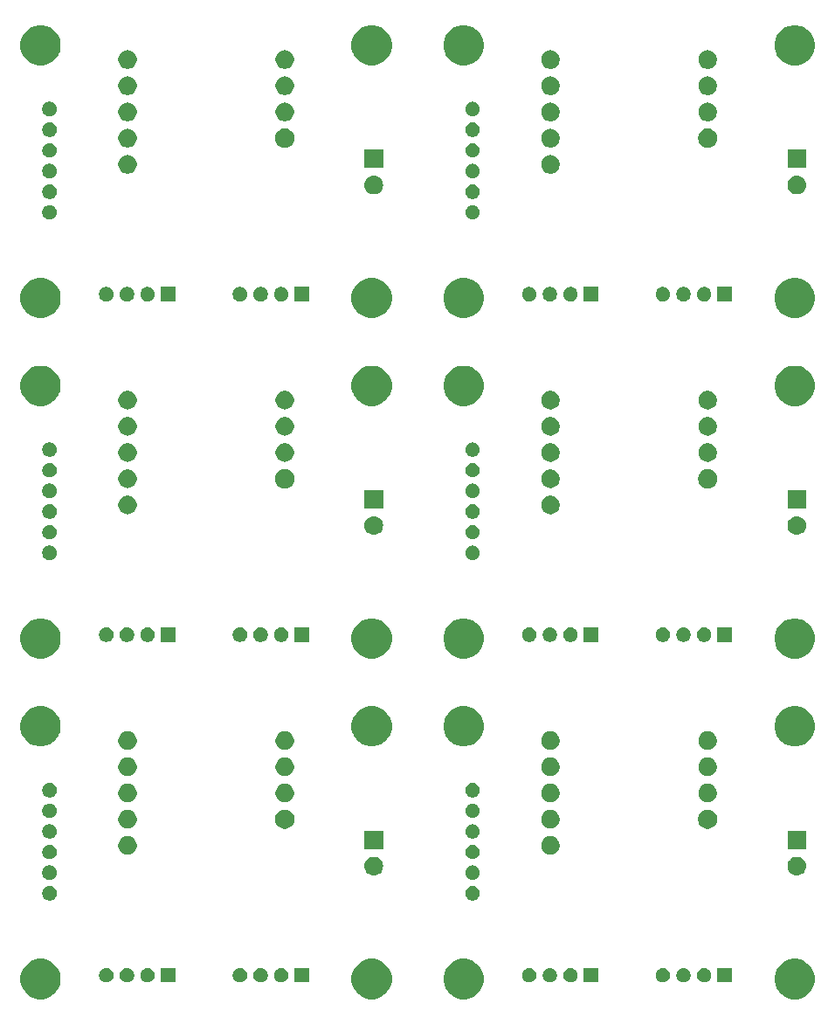
<source format=gts>
%MOIN*%
%OFA0B0*%
%FSLAX46Y46*%
%IPPOS*%
%LPD*%
%ADD10C,0.0039370078740157488*%
%ADD21C,0.0039370078740157488*%
%ADD22C,0.0039370078740157488*%
%ADD23C,0.0039370078740157488*%
%ADD24C,0.0039370078740157488*%
%ADD25C,0.0039370078740157488*%
D10*
G36*
X0001406814Y0000321890D02*
G01*
X0001420793Y0000316100D01*
X0001420793Y0000316100D01*
X0001433373Y0000307694D01*
X0001444072Y0000296995D01*
X0001449429Y0000288978D01*
X0001452478Y0000284415D01*
X0001458268Y0000270436D01*
X0001461220Y0000255596D01*
X0001461220Y0000240466D01*
X0001458268Y0000225626D01*
X0001452478Y0000211647D01*
X0001452478Y0000211647D01*
X0001444072Y0000199067D01*
X0001433373Y0000188368D01*
X0001420793Y0000179962D01*
X0001420793Y0000179962D01*
X0001420793Y0000179962D01*
X0001406814Y0000174172D01*
X0001391974Y0000171220D01*
X0001376844Y0000171220D01*
X0001362004Y0000174172D01*
X0001348025Y0000179962D01*
X0001348025Y0000179962D01*
X0001348025Y0000179962D01*
X0001335445Y0000188368D01*
X0001324746Y0000199067D01*
X0001316340Y0000211647D01*
X0001316340Y0000211647D01*
X0001310550Y0000225626D01*
X0001307598Y0000240466D01*
X0001307598Y0000255596D01*
X0001310550Y0000270436D01*
X0001316340Y0000284415D01*
X0001319389Y0000288978D01*
X0001324746Y0000296995D01*
X0001335445Y0000307694D01*
X0001348025Y0000316100D01*
X0001348025Y0000316100D01*
X0001362004Y0000321890D01*
X0001376844Y0000324842D01*
X0001391974Y0000324842D01*
X0001406814Y0000321890D01*
X0001406814Y0000321890D01*
G37*
G36*
X0000143034Y0000321890D02*
G01*
X0000157013Y0000316100D01*
X0000157013Y0000316100D01*
X0000169594Y0000307694D01*
X0000180292Y0000296995D01*
X0000185649Y0000288978D01*
X0000188699Y0000284415D01*
X0000194489Y0000270436D01*
X0000197440Y0000255596D01*
X0000197440Y0000240466D01*
X0000194489Y0000225626D01*
X0000188699Y0000211647D01*
X0000188698Y0000211647D01*
X0000180292Y0000199067D01*
X0000169594Y0000188368D01*
X0000157013Y0000179962D01*
X0000157013Y0000179962D01*
X0000157013Y0000179962D01*
X0000143034Y0000174172D01*
X0000128195Y0000171220D01*
X0000113064Y0000171220D01*
X0000098224Y0000174172D01*
X0000084246Y0000179962D01*
X0000084246Y0000179962D01*
X0000084246Y0000179962D01*
X0000071665Y0000188368D01*
X0000060966Y0000199067D01*
X0000052560Y0000211647D01*
X0000052560Y0000211647D01*
X0000046770Y0000225626D01*
X0000043818Y0000240466D01*
X0000043818Y0000255596D01*
X0000046770Y0000270436D01*
X0000052560Y0000284415D01*
X0000055610Y0000288978D01*
X0000060966Y0000296995D01*
X0000071665Y0000307694D01*
X0000084246Y0000316100D01*
X0000084246Y0000316100D01*
X0000098224Y0000321890D01*
X0000113064Y0000324842D01*
X0000128195Y0000324842D01*
X0000143034Y0000321890D01*
X0000143034Y0000321890D01*
G37*
G36*
X0000635118Y0000234842D02*
G01*
X0000579921Y0000234842D01*
X0000579921Y0000290039D01*
X0000635118Y0000290039D01*
X0000635118Y0000234842D01*
X0000635118Y0000234842D01*
G37*
G36*
X0000536829Y0000288978D02*
G01*
X0000541852Y0000286898D01*
X0000546372Y0000283878D01*
X0000550216Y0000280033D01*
X0000553236Y0000275513D01*
X0000555317Y0000270491D01*
X0000556377Y0000265159D01*
X0000556377Y0000259722D01*
X0000555317Y0000254390D01*
X0000553236Y0000249368D01*
X0000550216Y0000244848D01*
X0000546372Y0000241003D01*
X0000541852Y0000237983D01*
X0000536829Y0000235903D01*
X0000531497Y0000234842D01*
X0000526061Y0000234842D01*
X0000520729Y0000235903D01*
X0000515706Y0000237983D01*
X0000511186Y0000241003D01*
X0000507342Y0000244848D01*
X0000504322Y0000249368D01*
X0000502241Y0000254390D01*
X0000501181Y0000259722D01*
X0000501181Y0000265159D01*
X0000502241Y0000270491D01*
X0000504322Y0000275513D01*
X0000507342Y0000280033D01*
X0000511186Y0000283878D01*
X0000515706Y0000286898D01*
X0000520729Y0000288978D01*
X0000526061Y0000290039D01*
X0000531497Y0000290039D01*
X0000536829Y0000288978D01*
X0000536829Y0000288978D01*
G37*
G36*
X0000458089Y0000288978D02*
G01*
X0000463112Y0000286898D01*
X0000467632Y0000283878D01*
X0000471476Y0000280033D01*
X0000474496Y0000275513D01*
X0000476577Y0000270491D01*
X0000477637Y0000265159D01*
X0000477637Y0000259722D01*
X0000476577Y0000254390D01*
X0000474496Y0000249368D01*
X0000471476Y0000244848D01*
X0000467632Y0000241003D01*
X0000463112Y0000237983D01*
X0000458089Y0000235903D01*
X0000452757Y0000234842D01*
X0000447321Y0000234842D01*
X0000441989Y0000235903D01*
X0000436966Y0000237983D01*
X0000432446Y0000241003D01*
X0000428602Y0000244848D01*
X0000425581Y0000249368D01*
X0000423501Y0000254390D01*
X0000422440Y0000259722D01*
X0000422440Y0000265159D01*
X0000423501Y0000270491D01*
X0000425581Y0000275513D01*
X0000428602Y0000280033D01*
X0000432446Y0000283878D01*
X0000436966Y0000286898D01*
X0000441989Y0000288978D01*
X0000447321Y0000290039D01*
X0000452757Y0000290039D01*
X0000458089Y0000288978D01*
X0000458089Y0000288978D01*
G37*
G36*
X0000379349Y0000288978D02*
G01*
X0000384371Y0000286898D01*
X0000388892Y0000283878D01*
X0000392736Y0000280033D01*
X0000395756Y0000275513D01*
X0000397837Y0000270491D01*
X0000398897Y0000265159D01*
X0000398897Y0000259722D01*
X0000397837Y0000254390D01*
X0000395756Y0000249368D01*
X0000392736Y0000244848D01*
X0000388892Y0000241003D01*
X0000384371Y0000237983D01*
X0000379349Y0000235903D01*
X0000374017Y0000234842D01*
X0000368580Y0000234842D01*
X0000363249Y0000235903D01*
X0000358226Y0000237983D01*
X0000353706Y0000241003D01*
X0000349861Y0000244848D01*
X0000346841Y0000249368D01*
X0000344761Y0000254390D01*
X0000343700Y0000259722D01*
X0000343700Y0000265159D01*
X0000344761Y0000270491D01*
X0000346841Y0000275513D01*
X0000349861Y0000280033D01*
X0000353706Y0000283878D01*
X0000358226Y0000286898D01*
X0000363249Y0000288978D01*
X0000368580Y0000290039D01*
X0000374017Y0000290039D01*
X0000379349Y0000288978D01*
X0000379349Y0000288978D01*
G37*
G36*
X0001145118Y0000234842D02*
G01*
X0001089921Y0000234842D01*
X0001089921Y0000290039D01*
X0001145118Y0000290039D01*
X0001145118Y0000234842D01*
X0001145118Y0000234842D01*
G37*
G36*
X0001046829Y0000288978D02*
G01*
X0001051852Y0000286898D01*
X0001056372Y0000283878D01*
X0001060216Y0000280033D01*
X0001063236Y0000275513D01*
X0001065317Y0000270491D01*
X0001066377Y0000265159D01*
X0001066377Y0000259722D01*
X0001065317Y0000254390D01*
X0001063236Y0000249368D01*
X0001060216Y0000244848D01*
X0001056372Y0000241003D01*
X0001051852Y0000237983D01*
X0001046829Y0000235903D01*
X0001041497Y0000234842D01*
X0001036061Y0000234842D01*
X0001030729Y0000235903D01*
X0001025706Y0000237983D01*
X0001021186Y0000241003D01*
X0001017342Y0000244848D01*
X0001014322Y0000249368D01*
X0001012241Y0000254390D01*
X0001011181Y0000259722D01*
X0001011181Y0000265159D01*
X0001012241Y0000270491D01*
X0001014322Y0000275513D01*
X0001017342Y0000280033D01*
X0001021186Y0000283878D01*
X0001025706Y0000286898D01*
X0001030729Y0000288978D01*
X0001036061Y0000290039D01*
X0001041497Y0000290039D01*
X0001046829Y0000288978D01*
X0001046829Y0000288978D01*
G37*
G36*
X0000968089Y0000288978D02*
G01*
X0000973112Y0000286898D01*
X0000977632Y0000283878D01*
X0000981476Y0000280033D01*
X0000984496Y0000275513D01*
X0000986577Y0000270491D01*
X0000987637Y0000265159D01*
X0000987637Y0000259722D01*
X0000986577Y0000254390D01*
X0000984496Y0000249368D01*
X0000981476Y0000244848D01*
X0000977632Y0000241003D01*
X0000973112Y0000237983D01*
X0000968089Y0000235903D01*
X0000962757Y0000234842D01*
X0000957321Y0000234842D01*
X0000951989Y0000235903D01*
X0000946966Y0000237983D01*
X0000942446Y0000241003D01*
X0000938602Y0000244848D01*
X0000935581Y0000249368D01*
X0000933501Y0000254390D01*
X0000932440Y0000259722D01*
X0000932440Y0000265159D01*
X0000933501Y0000270491D01*
X0000935581Y0000275513D01*
X0000938602Y0000280033D01*
X0000942446Y0000283878D01*
X0000946966Y0000286898D01*
X0000951989Y0000288978D01*
X0000957321Y0000290039D01*
X0000962757Y0000290039D01*
X0000968089Y0000288978D01*
X0000968089Y0000288978D01*
G37*
G36*
X0000889349Y0000288978D02*
G01*
X0000894372Y0000286898D01*
X0000898892Y0000283878D01*
X0000902736Y0000280033D01*
X0000905756Y0000275513D01*
X0000907837Y0000270491D01*
X0000908897Y0000265159D01*
X0000908897Y0000259722D01*
X0000907837Y0000254390D01*
X0000905756Y0000249368D01*
X0000902736Y0000244848D01*
X0000898892Y0000241003D01*
X0000894372Y0000237983D01*
X0000889349Y0000235903D01*
X0000884017Y0000234842D01*
X0000878580Y0000234842D01*
X0000873249Y0000235903D01*
X0000868226Y0000237983D01*
X0000863706Y0000241003D01*
X0000859862Y0000244848D01*
X0000856841Y0000249368D01*
X0000854761Y0000254390D01*
X0000853700Y0000259722D01*
X0000853700Y0000265159D01*
X0000854761Y0000270491D01*
X0000856841Y0000275513D01*
X0000859862Y0000280033D01*
X0000863706Y0000283878D01*
X0000868226Y0000286898D01*
X0000873249Y0000288978D01*
X0000878580Y0000290039D01*
X0000884017Y0000290039D01*
X0000889349Y0000288978D01*
X0000889349Y0000288978D01*
G37*
G36*
X0000163089Y0000601459D02*
G01*
X0000168112Y0000599378D01*
X0000172632Y0000596358D01*
X0000176476Y0000592514D01*
X0000179496Y0000587994D01*
X0000181577Y0000582971D01*
X0000182637Y0000577639D01*
X0000182637Y0000572202D01*
X0000181577Y0000566871D01*
X0000179496Y0000561848D01*
X0000176476Y0000557328D01*
X0000172632Y0000553484D01*
X0000168112Y0000550463D01*
X0000163089Y0000548383D01*
X0000157757Y0000547322D01*
X0000152321Y0000547322D01*
X0000146989Y0000548383D01*
X0000141966Y0000550463D01*
X0000137446Y0000553484D01*
X0000133602Y0000557328D01*
X0000130581Y0000561848D01*
X0000128501Y0000566871D01*
X0000127440Y0000572202D01*
X0000127440Y0000577639D01*
X0000128501Y0000582971D01*
X0000130581Y0000587994D01*
X0000133602Y0000592514D01*
X0000137446Y0000596358D01*
X0000141966Y0000599378D01*
X0000146989Y0000601459D01*
X0000152321Y0000602519D01*
X0000157757Y0000602519D01*
X0000163089Y0000601459D01*
X0000163089Y0000601459D01*
G37*
G36*
X0000163089Y0000680199D02*
G01*
X0000168112Y0000678118D01*
X0000172632Y0000675098D01*
X0000176476Y0000671254D01*
X0000179496Y0000666734D01*
X0000181577Y0000661711D01*
X0000182637Y0000656379D01*
X0000182637Y0000650943D01*
X0000181577Y0000645611D01*
X0000179496Y0000640588D01*
X0000176476Y0000636068D01*
X0000172632Y0000632224D01*
X0000168112Y0000629203D01*
X0000163089Y0000627123D01*
X0000157757Y0000626062D01*
X0000152321Y0000626062D01*
X0000146989Y0000627123D01*
X0000141966Y0000629203D01*
X0000137446Y0000632224D01*
X0000133602Y0000636068D01*
X0000130581Y0000640588D01*
X0000128501Y0000645611D01*
X0000127440Y0000650943D01*
X0000127440Y0000656379D01*
X0000128501Y0000661711D01*
X0000130581Y0000666734D01*
X0000133602Y0000671254D01*
X0000137446Y0000675098D01*
X0000141966Y0000678118D01*
X0000146989Y0000680199D01*
X0000152321Y0000681259D01*
X0000157757Y0000681259D01*
X0000163089Y0000680199D01*
X0000163089Y0000680199D01*
G37*
G36*
X0001396867Y0000714152D02*
G01*
X0001399473Y0000713896D01*
X0001406160Y0000711867D01*
X0001412322Y0000708573D01*
X0001413089Y0000707944D01*
X0001417723Y0000704141D01*
X0001421001Y0000700146D01*
X0001422156Y0000698739D01*
X0001425450Y0000692577D01*
X0001427478Y0000685890D01*
X0001428163Y0000678937D01*
X0001427478Y0000671983D01*
X0001425450Y0000665296D01*
X0001422156Y0000659134D01*
X0001421001Y0000657727D01*
X0001417723Y0000653732D01*
X0001414324Y0000650943D01*
X0001412322Y0000649300D01*
X0001406160Y0000646006D01*
X0001399473Y0000643977D01*
X0001396867Y0000643721D01*
X0001394262Y0000643464D01*
X0001390777Y0000643464D01*
X0001388171Y0000643721D01*
X0001385565Y0000643977D01*
X0001378879Y0000646006D01*
X0001372716Y0000649300D01*
X0001370714Y0000650943D01*
X0001367315Y0000653732D01*
X0001364037Y0000657727D01*
X0001362882Y0000659134D01*
X0001359588Y0000665296D01*
X0001357560Y0000671983D01*
X0001356875Y0000678937D01*
X0001357560Y0000685890D01*
X0001359588Y0000692577D01*
X0001362882Y0000698739D01*
X0001364037Y0000700146D01*
X0001367315Y0000704141D01*
X0001371949Y0000707944D01*
X0001372716Y0000708573D01*
X0001378879Y0000711867D01*
X0001385565Y0000713896D01*
X0001388171Y0000714152D01*
X0001390777Y0000714409D01*
X0001394262Y0000714409D01*
X0001396867Y0000714152D01*
X0001396867Y0000714152D01*
G37*
G36*
X0000163089Y0000758939D02*
G01*
X0000168112Y0000756858D01*
X0000172632Y0000753838D01*
X0000176476Y0000749994D01*
X0000179496Y0000745474D01*
X0000181577Y0000740451D01*
X0000182637Y0000735119D01*
X0000182637Y0000729683D01*
X0000181577Y0000724351D01*
X0000179496Y0000719328D01*
X0000176476Y0000714808D01*
X0000172632Y0000710964D01*
X0000168112Y0000707944D01*
X0000163089Y0000705863D01*
X0000157757Y0000704803D01*
X0000152321Y0000704803D01*
X0000146989Y0000705863D01*
X0000141966Y0000707944D01*
X0000137446Y0000710964D01*
X0000133602Y0000714808D01*
X0000130581Y0000719328D01*
X0000128501Y0000724351D01*
X0000127440Y0000729683D01*
X0000127440Y0000735119D01*
X0000128501Y0000740451D01*
X0000130581Y0000745474D01*
X0000133602Y0000749994D01*
X0000137446Y0000753838D01*
X0000141966Y0000756858D01*
X0000146989Y0000758939D01*
X0000152321Y0000760000D01*
X0000157757Y0000760000D01*
X0000163089Y0000758939D01*
X0000163089Y0000758939D01*
G37*
G36*
X0000456988Y0000792680D02*
G01*
X0000462866Y0000791510D01*
X0000469322Y0000788836D01*
X0000475132Y0000784954D01*
X0000480072Y0000780013D01*
X0000483954Y0000774204D01*
X0000486628Y0000767748D01*
X0000487992Y0000760895D01*
X0000487992Y0000753907D01*
X0000486628Y0000747054D01*
X0000483954Y0000740599D01*
X0000480072Y0000734789D01*
X0000475132Y0000729848D01*
X0000469322Y0000725966D01*
X0000462866Y0000723292D01*
X0000456988Y0000722123D01*
X0000456013Y0000721929D01*
X0000449025Y0000721929D01*
X0000448050Y0000722123D01*
X0000442172Y0000723292D01*
X0000435717Y0000725966D01*
X0000429907Y0000729848D01*
X0000424966Y0000734789D01*
X0000421084Y0000740599D01*
X0000418410Y0000747054D01*
X0000417047Y0000753907D01*
X0000417047Y0000760895D01*
X0000418410Y0000767748D01*
X0000421084Y0000774204D01*
X0000424966Y0000780013D01*
X0000429907Y0000784954D01*
X0000435717Y0000788836D01*
X0000442172Y0000791510D01*
X0000448050Y0000792680D01*
X0000449025Y0000792873D01*
X0000456013Y0000792873D01*
X0000456988Y0000792680D01*
X0000456988Y0000792680D01*
G37*
G36*
X0001427992Y0000743464D02*
G01*
X0001357047Y0000743464D01*
X0001357047Y0000814409D01*
X0001427992Y0000814409D01*
X0001427992Y0000743464D01*
X0001427992Y0000743464D01*
G37*
G36*
X0000163089Y0000837679D02*
G01*
X0000168112Y0000835599D01*
X0000172632Y0000832578D01*
X0000176476Y0000828734D01*
X0000179496Y0000824214D01*
X0000181577Y0000819191D01*
X0000182637Y0000813860D01*
X0000182637Y0000808423D01*
X0000181577Y0000803091D01*
X0000179496Y0000798068D01*
X0000176476Y0000793548D01*
X0000172632Y0000789704D01*
X0000168112Y0000786684D01*
X0000163089Y0000784603D01*
X0000157757Y0000783543D01*
X0000152321Y0000783543D01*
X0000146989Y0000784603D01*
X0000141966Y0000786684D01*
X0000137446Y0000789704D01*
X0000133602Y0000793548D01*
X0000130581Y0000798068D01*
X0000128501Y0000803091D01*
X0000127440Y0000808423D01*
X0000127440Y0000813860D01*
X0000128501Y0000819191D01*
X0000130581Y0000824214D01*
X0000133602Y0000828734D01*
X0000137446Y0000832578D01*
X0000141966Y0000835599D01*
X0000146989Y0000837679D01*
X0000152321Y0000838740D01*
X0000157757Y0000838740D01*
X0000163089Y0000837679D01*
X0000163089Y0000837679D01*
G37*
G36*
X0001063304Y0000892953D02*
G01*
X0001070032Y0000890166D01*
X0001070032Y0000890166D01*
X0001072022Y0000888836D01*
X0001076088Y0000886119D01*
X0001081238Y0000880970D01*
X0001085284Y0000874914D01*
X0001088071Y0000868185D01*
X0001089492Y0000861043D01*
X0001089492Y0000853760D01*
X0001088071Y0000846617D01*
X0001085284Y0000839888D01*
X0001085284Y0000839888D01*
X0001081238Y0000833833D01*
X0001076088Y0000828683D01*
X0001070032Y0000824637D01*
X0001070032Y0000824636D01*
X0001070032Y0000824636D01*
X0001063304Y0000821849D01*
X0001056161Y0000820429D01*
X0001048878Y0000820429D01*
X0001041735Y0000821849D01*
X0001035006Y0000824636D01*
X0001035006Y0000824636D01*
X0001035006Y0000824637D01*
X0001028951Y0000828683D01*
X0001023801Y0000833833D01*
X0001019755Y0000839888D01*
X0001019755Y0000839888D01*
X0001016967Y0000846617D01*
X0001015547Y0000853760D01*
X0001015547Y0000861043D01*
X0001016967Y0000868185D01*
X0001019755Y0000874914D01*
X0001023801Y0000880970D01*
X0001028951Y0000886119D01*
X0001033017Y0000888836D01*
X0001035006Y0000890166D01*
X0001035006Y0000890166D01*
X0001041735Y0000892953D01*
X0001048878Y0000894374D01*
X0001056161Y0000894374D01*
X0001063304Y0000892953D01*
X0001063304Y0000892953D01*
G37*
G36*
X0000456988Y0000892680D02*
G01*
X0000462866Y0000891510D01*
X0000469322Y0000888836D01*
X0000475132Y0000884954D01*
X0000480072Y0000880013D01*
X0000483954Y0000874204D01*
X0000486628Y0000867748D01*
X0000487992Y0000860895D01*
X0000487992Y0000853907D01*
X0000486628Y0000847054D01*
X0000483954Y0000840599D01*
X0000480072Y0000834789D01*
X0000475132Y0000829848D01*
X0000469322Y0000825966D01*
X0000462866Y0000823292D01*
X0000456988Y0000822123D01*
X0000456013Y0000821929D01*
X0000449025Y0000821929D01*
X0000448050Y0000822123D01*
X0000442172Y0000823292D01*
X0000435717Y0000825966D01*
X0000429907Y0000829848D01*
X0000424966Y0000834789D01*
X0000421084Y0000840599D01*
X0000418410Y0000847054D01*
X0000417047Y0000853907D01*
X0000417047Y0000860895D01*
X0000418410Y0000867748D01*
X0000421084Y0000874204D01*
X0000424966Y0000880013D01*
X0000429907Y0000884954D01*
X0000435717Y0000888836D01*
X0000442172Y0000891510D01*
X0000448050Y0000892680D01*
X0000449025Y0000892874D01*
X0000456013Y0000892874D01*
X0000456988Y0000892680D01*
X0000456988Y0000892680D01*
G37*
G36*
X0000163089Y0000916419D02*
G01*
X0000168112Y0000914339D01*
X0000172632Y0000911319D01*
X0000176476Y0000907474D01*
X0000179496Y0000902954D01*
X0000181577Y0000897932D01*
X0000182637Y0000892600D01*
X0000182637Y0000887163D01*
X0000181577Y0000881831D01*
X0000179496Y0000876809D01*
X0000176476Y0000872289D01*
X0000172632Y0000868444D01*
X0000168112Y0000865424D01*
X0000163089Y0000863344D01*
X0000157757Y0000862283D01*
X0000152321Y0000862283D01*
X0000146989Y0000863344D01*
X0000141966Y0000865424D01*
X0000137446Y0000868444D01*
X0000133602Y0000872289D01*
X0000130581Y0000876809D01*
X0000128501Y0000881831D01*
X0000127440Y0000887163D01*
X0000127440Y0000892600D01*
X0000128501Y0000897932D01*
X0000130581Y0000902954D01*
X0000133602Y0000907474D01*
X0000137446Y0000911319D01*
X0000141966Y0000914339D01*
X0000146989Y0000916419D01*
X0000152321Y0000917480D01*
X0000157757Y0000917480D01*
X0000163089Y0000916419D01*
X0000163089Y0000916419D01*
G37*
G36*
X0000456988Y0000992680D02*
G01*
X0000462866Y0000991510D01*
X0000469322Y0000988836D01*
X0000475132Y0000984954D01*
X0000480072Y0000980013D01*
X0000483954Y0000974204D01*
X0000486628Y0000967748D01*
X0000487992Y0000960895D01*
X0000487992Y0000953907D01*
X0000486628Y0000947054D01*
X0000483954Y0000940599D01*
X0000480072Y0000934789D01*
X0000475132Y0000929848D01*
X0000469322Y0000925966D01*
X0000462866Y0000923292D01*
X0000456988Y0000922123D01*
X0000456013Y0000921929D01*
X0000449025Y0000921929D01*
X0000448050Y0000922123D01*
X0000442172Y0000923292D01*
X0000435717Y0000925966D01*
X0000429907Y0000929848D01*
X0000424966Y0000934789D01*
X0000421084Y0000940599D01*
X0000418410Y0000947054D01*
X0000417047Y0000953907D01*
X0000417047Y0000960895D01*
X0000418410Y0000967748D01*
X0000421084Y0000974204D01*
X0000424966Y0000980013D01*
X0000429907Y0000984954D01*
X0000435717Y0000988836D01*
X0000442172Y0000991510D01*
X0000448050Y0000992680D01*
X0000449025Y0000992873D01*
X0000456013Y0000992873D01*
X0000456988Y0000992680D01*
X0000456988Y0000992680D01*
G37*
G36*
X0001056988Y0000992680D02*
G01*
X0001062866Y0000991510D01*
X0001069322Y0000988836D01*
X0001075132Y0000984954D01*
X0001080072Y0000980013D01*
X0001083954Y0000974204D01*
X0001086628Y0000967748D01*
X0001087992Y0000960895D01*
X0001087992Y0000953907D01*
X0001086628Y0000947054D01*
X0001083954Y0000940599D01*
X0001080072Y0000934789D01*
X0001075132Y0000929848D01*
X0001069322Y0000925966D01*
X0001062866Y0000923292D01*
X0001056988Y0000922123D01*
X0001056013Y0000921929D01*
X0001049025Y0000921929D01*
X0001048050Y0000922123D01*
X0001042172Y0000923292D01*
X0001035717Y0000925966D01*
X0001029907Y0000929848D01*
X0001024966Y0000934789D01*
X0001021084Y0000940599D01*
X0001018410Y0000947054D01*
X0001017047Y0000953907D01*
X0001017047Y0000960895D01*
X0001018410Y0000967748D01*
X0001021084Y0000974204D01*
X0001024966Y0000980013D01*
X0001029907Y0000984954D01*
X0001035717Y0000988836D01*
X0001042172Y0000991510D01*
X0001048050Y0000992680D01*
X0001049025Y0000992873D01*
X0001056013Y0000992873D01*
X0001056988Y0000992680D01*
X0001056988Y0000992680D01*
G37*
G36*
X0000163089Y0000995159D02*
G01*
X0000168112Y0000993079D01*
X0000172632Y0000990059D01*
X0000176476Y0000986214D01*
X0000179496Y0000981694D01*
X0000181577Y0000976672D01*
X0000182637Y0000971340D01*
X0000182637Y0000965903D01*
X0000181577Y0000960571D01*
X0000179496Y0000955549D01*
X0000176476Y0000951029D01*
X0000172632Y0000947184D01*
X0000168112Y0000944164D01*
X0000163089Y0000942084D01*
X0000157757Y0000941023D01*
X0000152321Y0000941023D01*
X0000146989Y0000942084D01*
X0000141966Y0000944164D01*
X0000137446Y0000947184D01*
X0000133602Y0000951029D01*
X0000130581Y0000955549D01*
X0000128501Y0000960571D01*
X0000127440Y0000965903D01*
X0000127440Y0000971340D01*
X0000128501Y0000976672D01*
X0000130581Y0000981694D01*
X0000133602Y0000986214D01*
X0000137446Y0000990059D01*
X0000141966Y0000993079D01*
X0000146989Y0000995159D01*
X0000152321Y0000996220D01*
X0000157757Y0000996220D01*
X0000163089Y0000995159D01*
X0000163089Y0000995159D01*
G37*
G36*
X0001056988Y0001092680D02*
G01*
X0001062866Y0001091510D01*
X0001069322Y0001088836D01*
X0001075132Y0001084954D01*
X0001080072Y0001080013D01*
X0001083954Y0001074204D01*
X0001086628Y0001067748D01*
X0001087992Y0001060895D01*
X0001087992Y0001053907D01*
X0001086628Y0001047054D01*
X0001083954Y0001040599D01*
X0001080072Y0001034789D01*
X0001075132Y0001029848D01*
X0001069322Y0001025966D01*
X0001062866Y0001023292D01*
X0001056988Y0001022123D01*
X0001056013Y0001021929D01*
X0001049025Y0001021929D01*
X0001048050Y0001022123D01*
X0001042172Y0001023292D01*
X0001035717Y0001025966D01*
X0001029907Y0001029848D01*
X0001024966Y0001034789D01*
X0001021084Y0001040599D01*
X0001018410Y0001047054D01*
X0001017047Y0001053907D01*
X0001017047Y0001060895D01*
X0001018410Y0001067748D01*
X0001021084Y0001074204D01*
X0001024966Y0001080013D01*
X0001029907Y0001084954D01*
X0001035717Y0001088836D01*
X0001042172Y0001091510D01*
X0001048050Y0001092680D01*
X0001049025Y0001092874D01*
X0001056013Y0001092874D01*
X0001056988Y0001092680D01*
X0001056988Y0001092680D01*
G37*
G36*
X0000456988Y0001092680D02*
G01*
X0000462866Y0001091510D01*
X0000469322Y0001088836D01*
X0000475132Y0001084954D01*
X0000480072Y0001080013D01*
X0000483954Y0001074204D01*
X0000486628Y0001067748D01*
X0000487992Y0001060895D01*
X0000487992Y0001053907D01*
X0000486628Y0001047054D01*
X0000483954Y0001040599D01*
X0000480072Y0001034789D01*
X0000475132Y0001029848D01*
X0000469322Y0001025966D01*
X0000462866Y0001023292D01*
X0000456988Y0001022123D01*
X0000456013Y0001021929D01*
X0000449025Y0001021929D01*
X0000448050Y0001022123D01*
X0000442172Y0001023292D01*
X0000435717Y0001025966D01*
X0000429907Y0001029848D01*
X0000424966Y0001034789D01*
X0000421084Y0001040599D01*
X0000418410Y0001047054D01*
X0000417047Y0001053907D01*
X0000417047Y0001060895D01*
X0000418410Y0001067748D01*
X0000421084Y0001074204D01*
X0000424966Y0001080013D01*
X0000429907Y0001084954D01*
X0000435717Y0001088836D01*
X0000442172Y0001091510D01*
X0000448050Y0001092680D01*
X0000449025Y0001092874D01*
X0000456013Y0001092874D01*
X0000456988Y0001092680D01*
X0000456988Y0001092680D01*
G37*
G36*
X0001056988Y0001192680D02*
G01*
X0001062866Y0001191510D01*
X0001069322Y0001188836D01*
X0001075132Y0001184954D01*
X0001080072Y0001180013D01*
X0001083954Y0001174204D01*
X0001086628Y0001167748D01*
X0001087992Y0001160895D01*
X0001087992Y0001153907D01*
X0001086628Y0001147054D01*
X0001083954Y0001140599D01*
X0001080072Y0001134789D01*
X0001075132Y0001129848D01*
X0001069322Y0001125966D01*
X0001062866Y0001123292D01*
X0001056988Y0001122123D01*
X0001056013Y0001121929D01*
X0001049025Y0001121929D01*
X0001048050Y0001122123D01*
X0001042172Y0001123292D01*
X0001035717Y0001125966D01*
X0001029907Y0001129848D01*
X0001024966Y0001134789D01*
X0001021084Y0001140599D01*
X0001018410Y0001147054D01*
X0001017047Y0001153907D01*
X0001017047Y0001160895D01*
X0001018410Y0001167748D01*
X0001021084Y0001174204D01*
X0001024966Y0001180013D01*
X0001029907Y0001184954D01*
X0001035717Y0001188836D01*
X0001042172Y0001191510D01*
X0001048050Y0001192680D01*
X0001049025Y0001192874D01*
X0001056013Y0001192874D01*
X0001056988Y0001192680D01*
X0001056988Y0001192680D01*
G37*
G36*
X0000456988Y0001192680D02*
G01*
X0000462866Y0001191510D01*
X0000469322Y0001188836D01*
X0000475132Y0001184954D01*
X0000480072Y0001180013D01*
X0000483954Y0001174204D01*
X0000486628Y0001167748D01*
X0000487992Y0001160895D01*
X0000487992Y0001153907D01*
X0000486628Y0001147054D01*
X0000483954Y0001140599D01*
X0000480072Y0001134789D01*
X0000475132Y0001129848D01*
X0000469322Y0001125966D01*
X0000462866Y0001123292D01*
X0000456988Y0001122123D01*
X0000456013Y0001121929D01*
X0000449025Y0001121929D01*
X0000448050Y0001122123D01*
X0000442172Y0001123292D01*
X0000435717Y0001125966D01*
X0000429907Y0001129848D01*
X0000424966Y0001134789D01*
X0000421084Y0001140599D01*
X0000418410Y0001147054D01*
X0000417047Y0001153907D01*
X0000417047Y0001160895D01*
X0000418410Y0001167748D01*
X0000421084Y0001174204D01*
X0000424966Y0001180013D01*
X0000429907Y0001184954D01*
X0000435717Y0001188836D01*
X0000442172Y0001191510D01*
X0000448050Y0001192680D01*
X0000449025Y0001192874D01*
X0000456013Y0001192874D01*
X0000456988Y0001192680D01*
X0000456988Y0001192680D01*
G37*
G36*
X0000143034Y0001285670D02*
G01*
X0000157013Y0001279880D01*
X0000157013Y0001279880D01*
X0000169594Y0001271474D01*
X0000180292Y0001260775D01*
X0000188698Y0001248194D01*
X0000188699Y0001248194D01*
X0000194489Y0001234215D01*
X0000197440Y0001219376D01*
X0000197440Y0001204245D01*
X0000194489Y0001189406D01*
X0000190598Y0001180013D01*
X0000188698Y0001175427D01*
X0000180292Y0001162846D01*
X0000169594Y0001152147D01*
X0000157013Y0001143741D01*
X0000157013Y0001143741D01*
X0000157013Y0001143741D01*
X0000143034Y0001137951D01*
X0000128195Y0001134999D01*
X0000113064Y0001134999D01*
X0000098224Y0001137951D01*
X0000084246Y0001143741D01*
X0000084246Y0001143741D01*
X0000084246Y0001143741D01*
X0000071665Y0001152147D01*
X0000060966Y0001162846D01*
X0000052560Y0001175427D01*
X0000050661Y0001180013D01*
X0000046770Y0001189406D01*
X0000043818Y0001204245D01*
X0000043818Y0001219376D01*
X0000046770Y0001234215D01*
X0000052560Y0001248194D01*
X0000052560Y0001248194D01*
X0000060966Y0001260775D01*
X0000071665Y0001271474D01*
X0000084246Y0001279880D01*
X0000084246Y0001279880D01*
X0000098224Y0001285670D01*
X0000113064Y0001288622D01*
X0000128195Y0001288622D01*
X0000143034Y0001285670D01*
X0000143034Y0001285670D01*
G37*
G36*
X0001406814Y0001285670D02*
G01*
X0001420793Y0001279880D01*
X0001420793Y0001279880D01*
X0001433373Y0001271474D01*
X0001444072Y0001260775D01*
X0001452478Y0001248194D01*
X0001452478Y0001248194D01*
X0001458268Y0001234215D01*
X0001461220Y0001219376D01*
X0001461220Y0001204245D01*
X0001458268Y0001189406D01*
X0001454378Y0001180013D01*
X0001452478Y0001175427D01*
X0001444072Y0001162846D01*
X0001433373Y0001152147D01*
X0001420793Y0001143741D01*
X0001420793Y0001143741D01*
X0001420793Y0001143741D01*
X0001406814Y0001137951D01*
X0001391974Y0001134999D01*
X0001376844Y0001134999D01*
X0001362004Y0001137951D01*
X0001348025Y0001143741D01*
X0001348025Y0001143741D01*
X0001348025Y0001143741D01*
X0001335445Y0001152147D01*
X0001324746Y0001162846D01*
X0001316340Y0001175427D01*
X0001314440Y0001180013D01*
X0001310550Y0001189406D01*
X0001307598Y0001204245D01*
X0001307598Y0001219376D01*
X0001310550Y0001234215D01*
X0001316340Y0001248194D01*
X0001316340Y0001248194D01*
X0001324746Y0001260775D01*
X0001335445Y0001271474D01*
X0001348025Y0001279880D01*
X0001348025Y0001279880D01*
X0001362004Y0001285670D01*
X0001376844Y0001288622D01*
X0001391974Y0001288622D01*
X0001406814Y0001285670D01*
X0001406814Y0001285670D01*
G37*
G04 next file*
G04 #@! TF.GenerationSoftware,KiCad,Pcbnew,(5.1.2)-1*
G04 #@! TF.CreationDate,2020-12-05T19:35:51+09:00*
G04 #@! TF.ProjectId,M5Atom_CAN,4d354174-6f6d-45f4-9341-4e2e6b696361,rev?*
G04 #@! TF.SameCoordinates,Original*
G04 #@! TF.FileFunction,Soldermask,Top*
G04 #@! TF.FilePolarity,Negative*
G04 Gerber Fmt 4.6, Leading zero omitted, Abs format (unit mm)*
G04 Created by KiCad (PCBNEW (5.1.2)-1) date 2020-12-05 19:35:51*
G04 APERTURE LIST*
G04 APERTURE END LIST*
D21*
G36*
X0003020987Y0000321890D02*
G01*
X0003034966Y0000316100D01*
X0003034966Y0000316100D01*
X0003047546Y0000307694D01*
X0003058245Y0000296995D01*
X0003063602Y0000288978D01*
X0003066651Y0000284415D01*
X0003072441Y0000270436D01*
X0003075393Y0000255596D01*
X0003075393Y0000240466D01*
X0003072441Y0000225626D01*
X0003066651Y0000211647D01*
X0003066651Y0000211647D01*
X0003058245Y0000199067D01*
X0003047546Y0000188368D01*
X0003034966Y0000179962D01*
X0003034966Y0000179962D01*
X0003034966Y0000179962D01*
X0003020987Y0000174172D01*
X0003006147Y0000171220D01*
X0002991017Y0000171220D01*
X0002976177Y0000174172D01*
X0002962199Y0000179962D01*
X0002962199Y0000179962D01*
X0002962199Y0000179962D01*
X0002949618Y0000188368D01*
X0002938919Y0000199067D01*
X0002930513Y0000211647D01*
X0002930513Y0000211647D01*
X0002924723Y0000225626D01*
X0002921771Y0000240466D01*
X0002921771Y0000255596D01*
X0002924723Y0000270436D01*
X0002930513Y0000284415D01*
X0002933562Y0000288978D01*
X0002938919Y0000296995D01*
X0002949618Y0000307694D01*
X0002962199Y0000316100D01*
X0002962199Y0000316100D01*
X0002976177Y0000321890D01*
X0002991017Y0000324842D01*
X0003006147Y0000324842D01*
X0003020987Y0000321890D01*
X0003020987Y0000321890D01*
G37*
G36*
X0001757208Y0000321890D02*
G01*
X0001771186Y0000316100D01*
X0001771186Y0000316100D01*
X0001783767Y0000307694D01*
X0001794466Y0000296995D01*
X0001799822Y0000288978D01*
X0001802872Y0000284415D01*
X0001808662Y0000270436D01*
X0001811614Y0000255596D01*
X0001811614Y0000240466D01*
X0001808662Y0000225626D01*
X0001802872Y0000211647D01*
X0001802872Y0000211647D01*
X0001794466Y0000199067D01*
X0001783767Y0000188368D01*
X0001771186Y0000179962D01*
X0001771186Y0000179962D01*
X0001771186Y0000179962D01*
X0001757208Y0000174172D01*
X0001742368Y0000171220D01*
X0001727237Y0000171220D01*
X0001712398Y0000174172D01*
X0001698419Y0000179962D01*
X0001698419Y0000179962D01*
X0001698419Y0000179962D01*
X0001685838Y0000188368D01*
X0001675140Y0000199067D01*
X0001666734Y0000211647D01*
X0001666734Y0000211647D01*
X0001660943Y0000225626D01*
X0001657992Y0000240466D01*
X0001657992Y0000255596D01*
X0001660943Y0000270436D01*
X0001666734Y0000284415D01*
X0001669783Y0000288978D01*
X0001675140Y0000296995D01*
X0001685838Y0000307694D01*
X0001698419Y0000316100D01*
X0001698419Y0000316100D01*
X0001712398Y0000321890D01*
X0001727237Y0000324842D01*
X0001742368Y0000324842D01*
X0001757208Y0000321890D01*
X0001757208Y0000321890D01*
G37*
G36*
X0002249291Y0000234842D02*
G01*
X0002194094Y0000234842D01*
X0002194094Y0000290039D01*
X0002249291Y0000290039D01*
X0002249291Y0000234842D01*
X0002249291Y0000234842D01*
G37*
G36*
X0002151002Y0000288978D02*
G01*
X0002156025Y0000286898D01*
X0002160545Y0000283878D01*
X0002164389Y0000280033D01*
X0002167410Y0000275513D01*
X0002169490Y0000270491D01*
X0002170551Y0000265159D01*
X0002170551Y0000259722D01*
X0002169490Y0000254390D01*
X0002167410Y0000249368D01*
X0002164389Y0000244848D01*
X0002160545Y0000241003D01*
X0002156025Y0000237983D01*
X0002151002Y0000235903D01*
X0002145671Y0000234842D01*
X0002140234Y0000234842D01*
X0002134902Y0000235903D01*
X0002129879Y0000237983D01*
X0002125359Y0000241003D01*
X0002121515Y0000244848D01*
X0002118495Y0000249368D01*
X0002116414Y0000254390D01*
X0002115354Y0000259722D01*
X0002115354Y0000265159D01*
X0002116414Y0000270491D01*
X0002118495Y0000275513D01*
X0002121515Y0000280033D01*
X0002125359Y0000283878D01*
X0002129879Y0000286898D01*
X0002134902Y0000288978D01*
X0002140234Y0000290039D01*
X0002145671Y0000290039D01*
X0002151002Y0000288978D01*
X0002151002Y0000288978D01*
G37*
G36*
X0002072262Y0000288978D02*
G01*
X0002077285Y0000286898D01*
X0002081805Y0000283878D01*
X0002085649Y0000280033D01*
X0002088670Y0000275513D01*
X0002090750Y0000270491D01*
X0002091811Y0000265159D01*
X0002091811Y0000259722D01*
X0002090750Y0000254390D01*
X0002088670Y0000249368D01*
X0002085649Y0000244848D01*
X0002081805Y0000241003D01*
X0002077285Y0000237983D01*
X0002072262Y0000235903D01*
X0002066930Y0000234842D01*
X0002061494Y0000234842D01*
X0002056162Y0000235903D01*
X0002051139Y0000237983D01*
X0002046619Y0000241003D01*
X0002042775Y0000244848D01*
X0002039755Y0000249368D01*
X0002037674Y0000254390D01*
X0002036614Y0000259722D01*
X0002036614Y0000265159D01*
X0002037674Y0000270491D01*
X0002039755Y0000275513D01*
X0002042775Y0000280033D01*
X0002046619Y0000283878D01*
X0002051139Y0000286898D01*
X0002056162Y0000288978D01*
X0002061494Y0000290039D01*
X0002066930Y0000290039D01*
X0002072262Y0000288978D01*
X0002072262Y0000288978D01*
G37*
G36*
X0001993522Y0000288978D02*
G01*
X0001998545Y0000286898D01*
X0002003065Y0000283878D01*
X0002006909Y0000280033D01*
X0002009929Y0000275513D01*
X0002012010Y0000270491D01*
X0002013070Y0000265159D01*
X0002013070Y0000259722D01*
X0002012010Y0000254390D01*
X0002009929Y0000249368D01*
X0002006909Y0000244848D01*
X0002003065Y0000241003D01*
X0001998545Y0000237983D01*
X0001993522Y0000235903D01*
X0001988190Y0000234842D01*
X0001982754Y0000234842D01*
X0001977422Y0000235903D01*
X0001972399Y0000237983D01*
X0001967879Y0000241003D01*
X0001964035Y0000244848D01*
X0001961015Y0000249368D01*
X0001958934Y0000254390D01*
X0001957873Y0000259722D01*
X0001957873Y0000265159D01*
X0001958934Y0000270491D01*
X0001961015Y0000275513D01*
X0001964035Y0000280033D01*
X0001967879Y0000283878D01*
X0001972399Y0000286898D01*
X0001977422Y0000288978D01*
X0001982754Y0000290039D01*
X0001988190Y0000290039D01*
X0001993522Y0000288978D01*
X0001993522Y0000288978D01*
G37*
G36*
X0002759291Y0000234842D02*
G01*
X0002704094Y0000234842D01*
X0002704094Y0000290039D01*
X0002759291Y0000290039D01*
X0002759291Y0000234842D01*
X0002759291Y0000234842D01*
G37*
G36*
X0002661002Y0000288978D02*
G01*
X0002666025Y0000286898D01*
X0002670545Y0000283878D01*
X0002674389Y0000280033D01*
X0002677410Y0000275513D01*
X0002679490Y0000270491D01*
X0002680551Y0000265159D01*
X0002680551Y0000259722D01*
X0002679490Y0000254390D01*
X0002677410Y0000249368D01*
X0002674389Y0000244848D01*
X0002670545Y0000241003D01*
X0002666025Y0000237983D01*
X0002661002Y0000235903D01*
X0002655671Y0000234842D01*
X0002650234Y0000234842D01*
X0002644902Y0000235903D01*
X0002639879Y0000237983D01*
X0002635359Y0000241003D01*
X0002631515Y0000244848D01*
X0002628495Y0000249368D01*
X0002626414Y0000254390D01*
X0002625354Y0000259722D01*
X0002625354Y0000265159D01*
X0002626414Y0000270491D01*
X0002628495Y0000275513D01*
X0002631515Y0000280033D01*
X0002635359Y0000283878D01*
X0002639879Y0000286898D01*
X0002644902Y0000288978D01*
X0002650234Y0000290039D01*
X0002655671Y0000290039D01*
X0002661002Y0000288978D01*
X0002661002Y0000288978D01*
G37*
G36*
X0002582262Y0000288978D02*
G01*
X0002587285Y0000286898D01*
X0002591805Y0000283878D01*
X0002595649Y0000280033D01*
X0002598669Y0000275513D01*
X0002600750Y0000270491D01*
X0002601811Y0000265159D01*
X0002601811Y0000259722D01*
X0002600750Y0000254390D01*
X0002598669Y0000249368D01*
X0002595649Y0000244848D01*
X0002591805Y0000241003D01*
X0002587285Y0000237983D01*
X0002582262Y0000235903D01*
X0002576930Y0000234842D01*
X0002571494Y0000234842D01*
X0002566162Y0000235903D01*
X0002561139Y0000237983D01*
X0002556619Y0000241003D01*
X0002552775Y0000244848D01*
X0002549755Y0000249368D01*
X0002547674Y0000254390D01*
X0002546614Y0000259722D01*
X0002546614Y0000265159D01*
X0002547674Y0000270491D01*
X0002549755Y0000275513D01*
X0002552775Y0000280033D01*
X0002556619Y0000283878D01*
X0002561139Y0000286898D01*
X0002566162Y0000288978D01*
X0002571494Y0000290039D01*
X0002576930Y0000290039D01*
X0002582262Y0000288978D01*
X0002582262Y0000288978D01*
G37*
G36*
X0002503522Y0000288978D02*
G01*
X0002508545Y0000286898D01*
X0002513065Y0000283878D01*
X0002516909Y0000280033D01*
X0002519929Y0000275513D01*
X0002522010Y0000270491D01*
X0002523070Y0000265159D01*
X0002523070Y0000259722D01*
X0002522010Y0000254390D01*
X0002519929Y0000249368D01*
X0002516909Y0000244848D01*
X0002513065Y0000241003D01*
X0002508545Y0000237983D01*
X0002503522Y0000235903D01*
X0002498190Y0000234842D01*
X0002492754Y0000234842D01*
X0002487422Y0000235903D01*
X0002482399Y0000237983D01*
X0002477879Y0000241003D01*
X0002474035Y0000244848D01*
X0002471015Y0000249368D01*
X0002468934Y0000254390D01*
X0002467874Y0000259722D01*
X0002467874Y0000265159D01*
X0002468934Y0000270491D01*
X0002471015Y0000275513D01*
X0002474035Y0000280033D01*
X0002477879Y0000283878D01*
X0002482399Y0000286898D01*
X0002487422Y0000288978D01*
X0002492754Y0000290039D01*
X0002498190Y0000290039D01*
X0002503522Y0000288978D01*
X0002503522Y0000288978D01*
G37*
G36*
X0001777262Y0000601459D02*
G01*
X0001782285Y0000599378D01*
X0001786805Y0000596358D01*
X0001790649Y0000592514D01*
X0001793669Y0000587994D01*
X0001795750Y0000582971D01*
X0001796811Y0000577639D01*
X0001796811Y0000572202D01*
X0001795750Y0000566871D01*
X0001793669Y0000561848D01*
X0001790649Y0000557328D01*
X0001786805Y0000553484D01*
X0001782285Y0000550463D01*
X0001777262Y0000548383D01*
X0001771930Y0000547322D01*
X0001766494Y0000547322D01*
X0001761162Y0000548383D01*
X0001756139Y0000550463D01*
X0001751619Y0000553484D01*
X0001747775Y0000557328D01*
X0001744755Y0000561848D01*
X0001742674Y0000566871D01*
X0001741614Y0000572202D01*
X0001741614Y0000577639D01*
X0001742674Y0000582971D01*
X0001744755Y0000587994D01*
X0001747775Y0000592514D01*
X0001751619Y0000596358D01*
X0001756139Y0000599378D01*
X0001761162Y0000601459D01*
X0001766494Y0000602519D01*
X0001771930Y0000602519D01*
X0001777262Y0000601459D01*
X0001777262Y0000601459D01*
G37*
G36*
X0001777262Y0000680199D02*
G01*
X0001782285Y0000678118D01*
X0001786805Y0000675098D01*
X0001790649Y0000671254D01*
X0001793669Y0000666734D01*
X0001795750Y0000661711D01*
X0001796811Y0000656379D01*
X0001796811Y0000650943D01*
X0001795750Y0000645611D01*
X0001793669Y0000640588D01*
X0001790649Y0000636068D01*
X0001786805Y0000632224D01*
X0001782285Y0000629203D01*
X0001777262Y0000627123D01*
X0001771930Y0000626062D01*
X0001766494Y0000626062D01*
X0001761162Y0000627123D01*
X0001756139Y0000629203D01*
X0001751619Y0000632224D01*
X0001747775Y0000636068D01*
X0001744755Y0000640588D01*
X0001742674Y0000645611D01*
X0001741614Y0000650943D01*
X0001741614Y0000656379D01*
X0001742674Y0000661711D01*
X0001744755Y0000666734D01*
X0001747775Y0000671254D01*
X0001751619Y0000675098D01*
X0001756139Y0000678118D01*
X0001761162Y0000680199D01*
X0001766494Y0000681259D01*
X0001771930Y0000681259D01*
X0001777262Y0000680199D01*
X0001777262Y0000680199D01*
G37*
G36*
X0003011041Y0000714152D02*
G01*
X0003013646Y0000713896D01*
X0003020333Y0000711867D01*
X0003026495Y0000708573D01*
X0003027263Y0000707944D01*
X0003031897Y0000704141D01*
X0003035175Y0000700146D01*
X0003036329Y0000698739D01*
X0003039623Y0000692577D01*
X0003041652Y0000685890D01*
X0003042336Y0000678937D01*
X0003041652Y0000671983D01*
X0003039623Y0000665296D01*
X0003036329Y0000659134D01*
X0003035175Y0000657727D01*
X0003031897Y0000653732D01*
X0003028497Y0000650943D01*
X0003026495Y0000649300D01*
X0003020333Y0000646006D01*
X0003013646Y0000643977D01*
X0003011041Y0000643721D01*
X0003008435Y0000643464D01*
X0003004950Y0000643464D01*
X0003002344Y0000643721D01*
X0002999739Y0000643977D01*
X0002993052Y0000646006D01*
X0002986890Y0000649300D01*
X0002984887Y0000650943D01*
X0002981488Y0000653732D01*
X0002978210Y0000657727D01*
X0002977055Y0000659134D01*
X0002973762Y0000665296D01*
X0002971733Y0000671983D01*
X0002971048Y0000678937D01*
X0002971733Y0000685890D01*
X0002973762Y0000692577D01*
X0002977055Y0000698739D01*
X0002978210Y0000700146D01*
X0002981488Y0000704141D01*
X0002986122Y0000707944D01*
X0002986890Y0000708573D01*
X0002993052Y0000711867D01*
X0002999739Y0000713896D01*
X0003002344Y0000714152D01*
X0003004950Y0000714409D01*
X0003008435Y0000714409D01*
X0003011041Y0000714152D01*
X0003011041Y0000714152D01*
G37*
G36*
X0001777262Y0000758939D02*
G01*
X0001782285Y0000756858D01*
X0001786805Y0000753838D01*
X0001790649Y0000749994D01*
X0001793669Y0000745474D01*
X0001795750Y0000740451D01*
X0001796811Y0000735119D01*
X0001796811Y0000729683D01*
X0001795750Y0000724351D01*
X0001793669Y0000719328D01*
X0001790649Y0000714808D01*
X0001786805Y0000710964D01*
X0001782285Y0000707944D01*
X0001777262Y0000705863D01*
X0001771930Y0000704803D01*
X0001766494Y0000704803D01*
X0001761162Y0000705863D01*
X0001756139Y0000707944D01*
X0001751619Y0000710964D01*
X0001747775Y0000714808D01*
X0001744755Y0000719328D01*
X0001742674Y0000724351D01*
X0001741614Y0000729683D01*
X0001741614Y0000735119D01*
X0001742674Y0000740451D01*
X0001744755Y0000745474D01*
X0001747775Y0000749994D01*
X0001751619Y0000753838D01*
X0001756139Y0000756858D01*
X0001761162Y0000758939D01*
X0001766494Y0000760000D01*
X0001771930Y0000760000D01*
X0001777262Y0000758939D01*
X0001777262Y0000758939D01*
G37*
G36*
X0002071161Y0000792680D02*
G01*
X0002077039Y0000791510D01*
X0002083495Y0000788836D01*
X0002089305Y0000784954D01*
X0002094246Y0000780013D01*
X0002098128Y0000774204D01*
X0002100802Y0000767748D01*
X0002102165Y0000760895D01*
X0002102165Y0000753907D01*
X0002100802Y0000747054D01*
X0002098128Y0000740599D01*
X0002094246Y0000734789D01*
X0002089305Y0000729848D01*
X0002083495Y0000725966D01*
X0002077039Y0000723292D01*
X0002071161Y0000722123D01*
X0002070186Y0000721929D01*
X0002063199Y0000721929D01*
X0002062223Y0000722123D01*
X0002056345Y0000723292D01*
X0002049890Y0000725966D01*
X0002044080Y0000729848D01*
X0002039139Y0000734789D01*
X0002035257Y0000740599D01*
X0002032583Y0000747054D01*
X0002031220Y0000753907D01*
X0002031220Y0000760895D01*
X0002032583Y0000767748D01*
X0002035257Y0000774204D01*
X0002039139Y0000780013D01*
X0002044080Y0000784954D01*
X0002049890Y0000788836D01*
X0002056345Y0000791510D01*
X0002062223Y0000792680D01*
X0002063199Y0000792873D01*
X0002070186Y0000792873D01*
X0002071161Y0000792680D01*
X0002071161Y0000792680D01*
G37*
G36*
X0003042165Y0000743464D02*
G01*
X0002971220Y0000743464D01*
X0002971220Y0000814409D01*
X0003042165Y0000814409D01*
X0003042165Y0000743464D01*
X0003042165Y0000743464D01*
G37*
G36*
X0001777262Y0000837679D02*
G01*
X0001782285Y0000835599D01*
X0001786805Y0000832578D01*
X0001790649Y0000828734D01*
X0001793669Y0000824214D01*
X0001795750Y0000819191D01*
X0001796811Y0000813860D01*
X0001796811Y0000808423D01*
X0001795750Y0000803091D01*
X0001793669Y0000798068D01*
X0001790649Y0000793548D01*
X0001786805Y0000789704D01*
X0001782285Y0000786684D01*
X0001777262Y0000784603D01*
X0001771930Y0000783543D01*
X0001766494Y0000783543D01*
X0001761162Y0000784603D01*
X0001756139Y0000786684D01*
X0001751619Y0000789704D01*
X0001747775Y0000793548D01*
X0001744755Y0000798068D01*
X0001742674Y0000803091D01*
X0001741614Y0000808423D01*
X0001741614Y0000813860D01*
X0001742674Y0000819191D01*
X0001744755Y0000824214D01*
X0001747775Y0000828734D01*
X0001751619Y0000832578D01*
X0001756139Y0000835599D01*
X0001761162Y0000837679D01*
X0001766494Y0000838740D01*
X0001771930Y0000838740D01*
X0001777262Y0000837679D01*
X0001777262Y0000837679D01*
G37*
G36*
X0002677477Y0000892953D02*
G01*
X0002684205Y0000890166D01*
X0002684205Y0000890166D01*
X0002686195Y0000888836D01*
X0002690261Y0000886119D01*
X0002695411Y0000880970D01*
X0002699457Y0000874914D01*
X0002702244Y0000868185D01*
X0002703665Y0000861043D01*
X0002703665Y0000853760D01*
X0002702244Y0000846617D01*
X0002699457Y0000839888D01*
X0002699457Y0000839888D01*
X0002695411Y0000833833D01*
X0002690261Y0000828683D01*
X0002684205Y0000824637D01*
X0002684205Y0000824636D01*
X0002684205Y0000824636D01*
X0002677477Y0000821849D01*
X0002670334Y0000820429D01*
X0002663051Y0000820429D01*
X0002655908Y0000821849D01*
X0002649179Y0000824636D01*
X0002649179Y0000824636D01*
X0002649179Y0000824637D01*
X0002643124Y0000828683D01*
X0002637974Y0000833833D01*
X0002633928Y0000839888D01*
X0002633928Y0000839888D01*
X0002631141Y0000846617D01*
X0002629720Y0000853760D01*
X0002629720Y0000861043D01*
X0002631141Y0000868185D01*
X0002633928Y0000874914D01*
X0002637974Y0000880970D01*
X0002643124Y0000886119D01*
X0002647190Y0000888836D01*
X0002649179Y0000890166D01*
X0002649179Y0000890166D01*
X0002655908Y0000892953D01*
X0002663051Y0000894374D01*
X0002670334Y0000894374D01*
X0002677477Y0000892953D01*
X0002677477Y0000892953D01*
G37*
G36*
X0002071161Y0000892680D02*
G01*
X0002077039Y0000891510D01*
X0002083495Y0000888836D01*
X0002089305Y0000884954D01*
X0002094246Y0000880013D01*
X0002098128Y0000874204D01*
X0002100802Y0000867748D01*
X0002102165Y0000860895D01*
X0002102165Y0000853907D01*
X0002100802Y0000847054D01*
X0002098128Y0000840599D01*
X0002094246Y0000834789D01*
X0002089305Y0000829848D01*
X0002083495Y0000825966D01*
X0002077039Y0000823292D01*
X0002071161Y0000822123D01*
X0002070186Y0000821929D01*
X0002063199Y0000821929D01*
X0002062223Y0000822123D01*
X0002056345Y0000823292D01*
X0002049890Y0000825966D01*
X0002044080Y0000829848D01*
X0002039139Y0000834789D01*
X0002035257Y0000840599D01*
X0002032583Y0000847054D01*
X0002031220Y0000853907D01*
X0002031220Y0000860895D01*
X0002032583Y0000867748D01*
X0002035257Y0000874204D01*
X0002039139Y0000880013D01*
X0002044080Y0000884954D01*
X0002049890Y0000888836D01*
X0002056345Y0000891510D01*
X0002062223Y0000892680D01*
X0002063199Y0000892874D01*
X0002070186Y0000892874D01*
X0002071161Y0000892680D01*
X0002071161Y0000892680D01*
G37*
G36*
X0001777262Y0000916419D02*
G01*
X0001782285Y0000914339D01*
X0001786805Y0000911319D01*
X0001790649Y0000907474D01*
X0001793669Y0000902954D01*
X0001795750Y0000897932D01*
X0001796811Y0000892600D01*
X0001796811Y0000887163D01*
X0001795750Y0000881831D01*
X0001793669Y0000876809D01*
X0001790649Y0000872289D01*
X0001786805Y0000868444D01*
X0001782285Y0000865424D01*
X0001777262Y0000863344D01*
X0001771930Y0000862283D01*
X0001766494Y0000862283D01*
X0001761162Y0000863344D01*
X0001756139Y0000865424D01*
X0001751619Y0000868444D01*
X0001747775Y0000872289D01*
X0001744755Y0000876809D01*
X0001742674Y0000881831D01*
X0001741614Y0000887163D01*
X0001741614Y0000892600D01*
X0001742674Y0000897932D01*
X0001744755Y0000902954D01*
X0001747775Y0000907474D01*
X0001751619Y0000911319D01*
X0001756139Y0000914339D01*
X0001761162Y0000916419D01*
X0001766494Y0000917480D01*
X0001771930Y0000917480D01*
X0001777262Y0000916419D01*
X0001777262Y0000916419D01*
G37*
G36*
X0002071161Y0000992680D02*
G01*
X0002077039Y0000991510D01*
X0002083495Y0000988836D01*
X0002089305Y0000984954D01*
X0002094246Y0000980013D01*
X0002098128Y0000974204D01*
X0002100802Y0000967748D01*
X0002102165Y0000960895D01*
X0002102165Y0000953907D01*
X0002100802Y0000947054D01*
X0002098128Y0000940599D01*
X0002094246Y0000934789D01*
X0002089305Y0000929848D01*
X0002083495Y0000925966D01*
X0002077039Y0000923292D01*
X0002071161Y0000922123D01*
X0002070186Y0000921929D01*
X0002063199Y0000921929D01*
X0002062223Y0000922123D01*
X0002056345Y0000923292D01*
X0002049890Y0000925966D01*
X0002044080Y0000929848D01*
X0002039139Y0000934789D01*
X0002035257Y0000940599D01*
X0002032583Y0000947054D01*
X0002031220Y0000953907D01*
X0002031220Y0000960895D01*
X0002032583Y0000967748D01*
X0002035257Y0000974204D01*
X0002039139Y0000980013D01*
X0002044080Y0000984954D01*
X0002049890Y0000988836D01*
X0002056345Y0000991510D01*
X0002062223Y0000992680D01*
X0002063199Y0000992873D01*
X0002070186Y0000992873D01*
X0002071161Y0000992680D01*
X0002071161Y0000992680D01*
G37*
G36*
X0002671161Y0000992680D02*
G01*
X0002677039Y0000991510D01*
X0002683495Y0000988836D01*
X0002689305Y0000984954D01*
X0002694246Y0000980013D01*
X0002698128Y0000974204D01*
X0002700802Y0000967748D01*
X0002702165Y0000960895D01*
X0002702165Y0000953907D01*
X0002700802Y0000947054D01*
X0002698128Y0000940599D01*
X0002694246Y0000934789D01*
X0002689305Y0000929848D01*
X0002683495Y0000925966D01*
X0002677039Y0000923292D01*
X0002671161Y0000922123D01*
X0002670186Y0000921929D01*
X0002663199Y0000921929D01*
X0002662223Y0000922123D01*
X0002656345Y0000923292D01*
X0002649890Y0000925966D01*
X0002644080Y0000929848D01*
X0002639139Y0000934789D01*
X0002635257Y0000940599D01*
X0002632583Y0000947054D01*
X0002631220Y0000953907D01*
X0002631220Y0000960895D01*
X0002632583Y0000967748D01*
X0002635257Y0000974204D01*
X0002639139Y0000980013D01*
X0002644080Y0000984954D01*
X0002649890Y0000988836D01*
X0002656345Y0000991510D01*
X0002662223Y0000992680D01*
X0002663199Y0000992873D01*
X0002670186Y0000992873D01*
X0002671161Y0000992680D01*
X0002671161Y0000992680D01*
G37*
G36*
X0001777262Y0000995159D02*
G01*
X0001782285Y0000993079D01*
X0001786805Y0000990059D01*
X0001790649Y0000986214D01*
X0001793669Y0000981694D01*
X0001795750Y0000976672D01*
X0001796811Y0000971340D01*
X0001796811Y0000965903D01*
X0001795750Y0000960571D01*
X0001793669Y0000955549D01*
X0001790649Y0000951029D01*
X0001786805Y0000947184D01*
X0001782285Y0000944164D01*
X0001777262Y0000942084D01*
X0001771930Y0000941023D01*
X0001766494Y0000941023D01*
X0001761162Y0000942084D01*
X0001756139Y0000944164D01*
X0001751619Y0000947184D01*
X0001747775Y0000951029D01*
X0001744755Y0000955549D01*
X0001742674Y0000960571D01*
X0001741614Y0000965903D01*
X0001741614Y0000971340D01*
X0001742674Y0000976672D01*
X0001744755Y0000981694D01*
X0001747775Y0000986214D01*
X0001751619Y0000990059D01*
X0001756139Y0000993079D01*
X0001761162Y0000995159D01*
X0001766494Y0000996220D01*
X0001771930Y0000996220D01*
X0001777262Y0000995159D01*
X0001777262Y0000995159D01*
G37*
G36*
X0002671161Y0001092680D02*
G01*
X0002677039Y0001091510D01*
X0002683495Y0001088836D01*
X0002689305Y0001084954D01*
X0002694246Y0001080013D01*
X0002698128Y0001074204D01*
X0002700802Y0001067748D01*
X0002702165Y0001060895D01*
X0002702165Y0001053907D01*
X0002700802Y0001047054D01*
X0002698128Y0001040599D01*
X0002694246Y0001034789D01*
X0002689305Y0001029848D01*
X0002683495Y0001025966D01*
X0002677039Y0001023292D01*
X0002671161Y0001022123D01*
X0002670186Y0001021929D01*
X0002663199Y0001021929D01*
X0002662223Y0001022123D01*
X0002656345Y0001023292D01*
X0002649890Y0001025966D01*
X0002644080Y0001029848D01*
X0002639139Y0001034789D01*
X0002635257Y0001040599D01*
X0002632583Y0001047054D01*
X0002631220Y0001053907D01*
X0002631220Y0001060895D01*
X0002632583Y0001067748D01*
X0002635257Y0001074204D01*
X0002639139Y0001080013D01*
X0002644080Y0001084954D01*
X0002649890Y0001088836D01*
X0002656345Y0001091510D01*
X0002662223Y0001092680D01*
X0002663199Y0001092874D01*
X0002670186Y0001092874D01*
X0002671161Y0001092680D01*
X0002671161Y0001092680D01*
G37*
G36*
X0002071161Y0001092680D02*
G01*
X0002077039Y0001091510D01*
X0002083495Y0001088836D01*
X0002089305Y0001084954D01*
X0002094246Y0001080013D01*
X0002098128Y0001074204D01*
X0002100802Y0001067748D01*
X0002102165Y0001060895D01*
X0002102165Y0001053907D01*
X0002100802Y0001047054D01*
X0002098128Y0001040599D01*
X0002094246Y0001034789D01*
X0002089305Y0001029848D01*
X0002083495Y0001025966D01*
X0002077039Y0001023292D01*
X0002071161Y0001022123D01*
X0002070186Y0001021929D01*
X0002063199Y0001021929D01*
X0002062223Y0001022123D01*
X0002056345Y0001023292D01*
X0002049890Y0001025966D01*
X0002044080Y0001029848D01*
X0002039139Y0001034789D01*
X0002035257Y0001040599D01*
X0002032583Y0001047054D01*
X0002031220Y0001053907D01*
X0002031220Y0001060895D01*
X0002032583Y0001067748D01*
X0002035257Y0001074204D01*
X0002039139Y0001080013D01*
X0002044080Y0001084954D01*
X0002049890Y0001088836D01*
X0002056345Y0001091510D01*
X0002062223Y0001092680D01*
X0002063199Y0001092874D01*
X0002070186Y0001092874D01*
X0002071161Y0001092680D01*
X0002071161Y0001092680D01*
G37*
G36*
X0002671161Y0001192680D02*
G01*
X0002677039Y0001191510D01*
X0002683495Y0001188836D01*
X0002689305Y0001184954D01*
X0002694246Y0001180013D01*
X0002698128Y0001174204D01*
X0002700802Y0001167748D01*
X0002702165Y0001160895D01*
X0002702165Y0001153907D01*
X0002700802Y0001147054D01*
X0002698128Y0001140599D01*
X0002694246Y0001134789D01*
X0002689305Y0001129848D01*
X0002683495Y0001125966D01*
X0002677039Y0001123292D01*
X0002671161Y0001122123D01*
X0002670186Y0001121929D01*
X0002663199Y0001121929D01*
X0002662223Y0001122123D01*
X0002656345Y0001123292D01*
X0002649890Y0001125966D01*
X0002644080Y0001129848D01*
X0002639139Y0001134789D01*
X0002635257Y0001140599D01*
X0002632583Y0001147054D01*
X0002631220Y0001153907D01*
X0002631220Y0001160895D01*
X0002632583Y0001167748D01*
X0002635257Y0001174204D01*
X0002639139Y0001180013D01*
X0002644080Y0001184954D01*
X0002649890Y0001188836D01*
X0002656345Y0001191510D01*
X0002662223Y0001192680D01*
X0002663199Y0001192874D01*
X0002670186Y0001192874D01*
X0002671161Y0001192680D01*
X0002671161Y0001192680D01*
G37*
G36*
X0002071161Y0001192680D02*
G01*
X0002077039Y0001191510D01*
X0002083495Y0001188836D01*
X0002089305Y0001184954D01*
X0002094246Y0001180013D01*
X0002098128Y0001174204D01*
X0002100802Y0001167748D01*
X0002102165Y0001160895D01*
X0002102165Y0001153907D01*
X0002100802Y0001147054D01*
X0002098128Y0001140599D01*
X0002094246Y0001134789D01*
X0002089305Y0001129848D01*
X0002083495Y0001125966D01*
X0002077039Y0001123292D01*
X0002071161Y0001122123D01*
X0002070186Y0001121929D01*
X0002063199Y0001121929D01*
X0002062223Y0001122123D01*
X0002056345Y0001123292D01*
X0002049890Y0001125966D01*
X0002044080Y0001129848D01*
X0002039139Y0001134789D01*
X0002035257Y0001140599D01*
X0002032583Y0001147054D01*
X0002031220Y0001153907D01*
X0002031220Y0001160895D01*
X0002032583Y0001167748D01*
X0002035257Y0001174204D01*
X0002039139Y0001180013D01*
X0002044080Y0001184954D01*
X0002049890Y0001188836D01*
X0002056345Y0001191510D01*
X0002062223Y0001192680D01*
X0002063199Y0001192874D01*
X0002070186Y0001192874D01*
X0002071161Y0001192680D01*
X0002071161Y0001192680D01*
G37*
G36*
X0001757208Y0001285670D02*
G01*
X0001771186Y0001279880D01*
X0001771186Y0001279880D01*
X0001783767Y0001271474D01*
X0001794466Y0001260775D01*
X0001802872Y0001248194D01*
X0001802872Y0001248194D01*
X0001808662Y0001234215D01*
X0001811614Y0001219376D01*
X0001811614Y0001204245D01*
X0001808662Y0001189406D01*
X0001804771Y0001180013D01*
X0001802872Y0001175427D01*
X0001794466Y0001162846D01*
X0001783767Y0001152147D01*
X0001771186Y0001143741D01*
X0001771186Y0001143741D01*
X0001771186Y0001143741D01*
X0001757208Y0001137951D01*
X0001742368Y0001134999D01*
X0001727237Y0001134999D01*
X0001712398Y0001137951D01*
X0001698419Y0001143741D01*
X0001698419Y0001143741D01*
X0001698419Y0001143741D01*
X0001685838Y0001152147D01*
X0001675140Y0001162846D01*
X0001666734Y0001175427D01*
X0001664834Y0001180013D01*
X0001660943Y0001189406D01*
X0001657992Y0001204245D01*
X0001657992Y0001219376D01*
X0001660943Y0001234215D01*
X0001666734Y0001248194D01*
X0001666734Y0001248194D01*
X0001675140Y0001260775D01*
X0001685838Y0001271474D01*
X0001698419Y0001279880D01*
X0001698419Y0001279880D01*
X0001712398Y0001285670D01*
X0001727237Y0001288622D01*
X0001742368Y0001288622D01*
X0001757208Y0001285670D01*
X0001757208Y0001285670D01*
G37*
G36*
X0003020987Y0001285670D02*
G01*
X0003034966Y0001279880D01*
X0003034966Y0001279880D01*
X0003047546Y0001271474D01*
X0003058245Y0001260775D01*
X0003066651Y0001248194D01*
X0003066651Y0001248194D01*
X0003072441Y0001234215D01*
X0003075393Y0001219376D01*
X0003075393Y0001204245D01*
X0003072441Y0001189406D01*
X0003068551Y0001180013D01*
X0003066651Y0001175427D01*
X0003058245Y0001162846D01*
X0003047546Y0001152147D01*
X0003034966Y0001143741D01*
X0003034966Y0001143741D01*
X0003034966Y0001143741D01*
X0003020987Y0001137951D01*
X0003006147Y0001134999D01*
X0002991017Y0001134999D01*
X0002976177Y0001137951D01*
X0002962199Y0001143741D01*
X0002962199Y0001143741D01*
X0002962199Y0001143741D01*
X0002949618Y0001152147D01*
X0002938919Y0001162846D01*
X0002930513Y0001175427D01*
X0002928613Y0001180013D01*
X0002924723Y0001189406D01*
X0002921771Y0001204245D01*
X0002921771Y0001219376D01*
X0002924723Y0001234215D01*
X0002930513Y0001248194D01*
X0002930513Y0001248194D01*
X0002938919Y0001260775D01*
X0002949618Y0001271474D01*
X0002962199Y0001279880D01*
X0002962199Y0001279880D01*
X0002976177Y0001285670D01*
X0002991017Y0001288622D01*
X0003006147Y0001288622D01*
X0003020987Y0001285670D01*
X0003020987Y0001285670D01*
G37*
G04 next file*
G04 #@! TF.GenerationSoftware,KiCad,Pcbnew,(5.1.2)-1*
G04 #@! TF.CreationDate,2020-12-05T19:35:51+09:00*
G04 #@! TF.ProjectId,M5Atom_CAN,4d354174-6f6d-45f4-9341-4e2e6b696361,rev?*
G04 #@! TF.SameCoordinates,Original*
G04 #@! TF.FileFunction,Soldermask,Top*
G04 #@! TF.FilePolarity,Negative*
G04 Gerber Fmt 4.6, Leading zero omitted, Abs format (unit mm)*
G04 Created by KiCad (PCBNEW (5.1.2)-1) date 2020-12-05 19:35:51*
G04 APERTURE LIST*
G04 APERTURE END LIST*
D22*
G36*
X0001406814Y0001621103D02*
G01*
X0001420793Y0001615313D01*
X0001420793Y0001615313D01*
X0001433373Y0001606907D01*
X0001444072Y0001596208D01*
X0001449429Y0001588191D01*
X0001452478Y0001583627D01*
X0001458268Y0001569649D01*
X0001461220Y0001554809D01*
X0001461220Y0001539678D01*
X0001458268Y0001524839D01*
X0001452478Y0001510860D01*
X0001452478Y0001510860D01*
X0001444072Y0001498279D01*
X0001433373Y0001487581D01*
X0001420793Y0001479175D01*
X0001420793Y0001479175D01*
X0001420793Y0001479175D01*
X0001406814Y0001473384D01*
X0001391974Y0001470433D01*
X0001376844Y0001470433D01*
X0001362004Y0001473384D01*
X0001348025Y0001479175D01*
X0001348025Y0001479175D01*
X0001348025Y0001479175D01*
X0001335445Y0001487581D01*
X0001324746Y0001498279D01*
X0001316340Y0001510860D01*
X0001316340Y0001510860D01*
X0001310550Y0001524839D01*
X0001307598Y0001539678D01*
X0001307598Y0001554809D01*
X0001310550Y0001569649D01*
X0001316340Y0001583627D01*
X0001319389Y0001588191D01*
X0001324746Y0001596208D01*
X0001335445Y0001606907D01*
X0001348025Y0001615313D01*
X0001348025Y0001615313D01*
X0001362004Y0001621103D01*
X0001376844Y0001624055D01*
X0001391974Y0001624055D01*
X0001406814Y0001621103D01*
X0001406814Y0001621103D01*
G37*
G36*
X0000143034Y0001621103D02*
G01*
X0000157013Y0001615313D01*
X0000157013Y0001615313D01*
X0000169594Y0001606907D01*
X0000180292Y0001596208D01*
X0000185649Y0001588191D01*
X0000188699Y0001583627D01*
X0000194489Y0001569649D01*
X0000197440Y0001554809D01*
X0000197440Y0001539678D01*
X0000194489Y0001524839D01*
X0000188699Y0001510860D01*
X0000188698Y0001510860D01*
X0000180292Y0001498279D01*
X0000169594Y0001487581D01*
X0000157013Y0001479175D01*
X0000157013Y0001479175D01*
X0000157013Y0001479175D01*
X0000143034Y0001473384D01*
X0000128195Y0001470433D01*
X0000113064Y0001470433D01*
X0000098224Y0001473384D01*
X0000084246Y0001479175D01*
X0000084246Y0001479175D01*
X0000084246Y0001479175D01*
X0000071665Y0001487581D01*
X0000060966Y0001498279D01*
X0000052560Y0001510860D01*
X0000052560Y0001510860D01*
X0000046770Y0001524839D01*
X0000043818Y0001539678D01*
X0000043818Y0001554809D01*
X0000046770Y0001569649D01*
X0000052560Y0001583627D01*
X0000055610Y0001588191D01*
X0000060966Y0001596208D01*
X0000071665Y0001606907D01*
X0000084246Y0001615313D01*
X0000084246Y0001615313D01*
X0000098224Y0001621103D01*
X0000113064Y0001624055D01*
X0000128195Y0001624055D01*
X0000143034Y0001621103D01*
X0000143034Y0001621103D01*
G37*
G36*
X0000635118Y0001534055D02*
G01*
X0000579921Y0001534055D01*
X0000579921Y0001589251D01*
X0000635118Y0001589251D01*
X0000635118Y0001534055D01*
X0000635118Y0001534055D01*
G37*
G36*
X0000536829Y0001588191D02*
G01*
X0000541852Y0001586110D01*
X0000546372Y0001583090D01*
X0000550216Y0001579246D01*
X0000553236Y0001574726D01*
X0000555317Y0001569703D01*
X0000556377Y0001564371D01*
X0000556377Y0001558935D01*
X0000555317Y0001553603D01*
X0000553236Y0001548580D01*
X0000550216Y0001544060D01*
X0000546372Y0001540216D01*
X0000541852Y0001537196D01*
X0000536829Y0001535115D01*
X0000531497Y0001534055D01*
X0000526061Y0001534055D01*
X0000520729Y0001535115D01*
X0000515706Y0001537196D01*
X0000511186Y0001540216D01*
X0000507342Y0001544060D01*
X0000504322Y0001548580D01*
X0000502241Y0001553603D01*
X0000501181Y0001558935D01*
X0000501181Y0001564371D01*
X0000502241Y0001569703D01*
X0000504322Y0001574726D01*
X0000507342Y0001579246D01*
X0000511186Y0001583090D01*
X0000515706Y0001586110D01*
X0000520729Y0001588191D01*
X0000526061Y0001589251D01*
X0000531497Y0001589251D01*
X0000536829Y0001588191D01*
X0000536829Y0001588191D01*
G37*
G36*
X0000458089Y0001588191D02*
G01*
X0000463112Y0001586110D01*
X0000467632Y0001583090D01*
X0000471476Y0001579246D01*
X0000474496Y0001574726D01*
X0000476577Y0001569703D01*
X0000477637Y0001564371D01*
X0000477637Y0001558935D01*
X0000476577Y0001553603D01*
X0000474496Y0001548580D01*
X0000471476Y0001544060D01*
X0000467632Y0001540216D01*
X0000463112Y0001537196D01*
X0000458089Y0001535115D01*
X0000452757Y0001534055D01*
X0000447321Y0001534055D01*
X0000441989Y0001535115D01*
X0000436966Y0001537196D01*
X0000432446Y0001540216D01*
X0000428602Y0001544060D01*
X0000425581Y0001548580D01*
X0000423501Y0001553603D01*
X0000422440Y0001558935D01*
X0000422440Y0001564371D01*
X0000423501Y0001569703D01*
X0000425581Y0001574726D01*
X0000428602Y0001579246D01*
X0000432446Y0001583090D01*
X0000436966Y0001586110D01*
X0000441989Y0001588191D01*
X0000447321Y0001589251D01*
X0000452757Y0001589251D01*
X0000458089Y0001588191D01*
X0000458089Y0001588191D01*
G37*
G36*
X0000379349Y0001588191D02*
G01*
X0000384371Y0001586110D01*
X0000388892Y0001583090D01*
X0000392736Y0001579246D01*
X0000395756Y0001574726D01*
X0000397837Y0001569703D01*
X0000398897Y0001564371D01*
X0000398897Y0001558935D01*
X0000397837Y0001553603D01*
X0000395756Y0001548580D01*
X0000392736Y0001544060D01*
X0000388892Y0001540216D01*
X0000384371Y0001537196D01*
X0000379349Y0001535115D01*
X0000374017Y0001534055D01*
X0000368580Y0001534055D01*
X0000363249Y0001535115D01*
X0000358226Y0001537196D01*
X0000353706Y0001540216D01*
X0000349861Y0001544060D01*
X0000346841Y0001548580D01*
X0000344761Y0001553603D01*
X0000343700Y0001558935D01*
X0000343700Y0001564371D01*
X0000344761Y0001569703D01*
X0000346841Y0001574726D01*
X0000349861Y0001579246D01*
X0000353706Y0001583090D01*
X0000358226Y0001586110D01*
X0000363249Y0001588191D01*
X0000368580Y0001589251D01*
X0000374017Y0001589251D01*
X0000379349Y0001588191D01*
X0000379349Y0001588191D01*
G37*
G36*
X0001145118Y0001534055D02*
G01*
X0001089921Y0001534055D01*
X0001089921Y0001589251D01*
X0001145118Y0001589251D01*
X0001145118Y0001534055D01*
X0001145118Y0001534055D01*
G37*
G36*
X0001046829Y0001588191D02*
G01*
X0001051852Y0001586110D01*
X0001056372Y0001583090D01*
X0001060216Y0001579246D01*
X0001063236Y0001574726D01*
X0001065317Y0001569703D01*
X0001066377Y0001564371D01*
X0001066377Y0001558935D01*
X0001065317Y0001553603D01*
X0001063236Y0001548580D01*
X0001060216Y0001544060D01*
X0001056372Y0001540216D01*
X0001051852Y0001537196D01*
X0001046829Y0001535115D01*
X0001041497Y0001534055D01*
X0001036061Y0001534055D01*
X0001030729Y0001535115D01*
X0001025706Y0001537196D01*
X0001021186Y0001540216D01*
X0001017342Y0001544060D01*
X0001014322Y0001548580D01*
X0001012241Y0001553603D01*
X0001011181Y0001558935D01*
X0001011181Y0001564371D01*
X0001012241Y0001569703D01*
X0001014322Y0001574726D01*
X0001017342Y0001579246D01*
X0001021186Y0001583090D01*
X0001025706Y0001586110D01*
X0001030729Y0001588191D01*
X0001036061Y0001589251D01*
X0001041497Y0001589251D01*
X0001046829Y0001588191D01*
X0001046829Y0001588191D01*
G37*
G36*
X0000968089Y0001588191D02*
G01*
X0000973112Y0001586110D01*
X0000977632Y0001583090D01*
X0000981476Y0001579246D01*
X0000984496Y0001574726D01*
X0000986577Y0001569703D01*
X0000987637Y0001564371D01*
X0000987637Y0001558935D01*
X0000986577Y0001553603D01*
X0000984496Y0001548580D01*
X0000981476Y0001544060D01*
X0000977632Y0001540216D01*
X0000973112Y0001537196D01*
X0000968089Y0001535115D01*
X0000962757Y0001534055D01*
X0000957321Y0001534055D01*
X0000951989Y0001535115D01*
X0000946966Y0001537196D01*
X0000942446Y0001540216D01*
X0000938602Y0001544060D01*
X0000935581Y0001548580D01*
X0000933501Y0001553603D01*
X0000932440Y0001558935D01*
X0000932440Y0001564371D01*
X0000933501Y0001569703D01*
X0000935581Y0001574726D01*
X0000938602Y0001579246D01*
X0000942446Y0001583090D01*
X0000946966Y0001586110D01*
X0000951989Y0001588191D01*
X0000957321Y0001589251D01*
X0000962757Y0001589251D01*
X0000968089Y0001588191D01*
X0000968089Y0001588191D01*
G37*
G36*
X0000889349Y0001588191D02*
G01*
X0000894372Y0001586110D01*
X0000898892Y0001583090D01*
X0000902736Y0001579246D01*
X0000905756Y0001574726D01*
X0000907837Y0001569703D01*
X0000908897Y0001564371D01*
X0000908897Y0001558935D01*
X0000907837Y0001553603D01*
X0000905756Y0001548580D01*
X0000902736Y0001544060D01*
X0000898892Y0001540216D01*
X0000894372Y0001537196D01*
X0000889349Y0001535115D01*
X0000884017Y0001534055D01*
X0000878580Y0001534055D01*
X0000873249Y0001535115D01*
X0000868226Y0001537196D01*
X0000863706Y0001540216D01*
X0000859862Y0001544060D01*
X0000856841Y0001548580D01*
X0000854761Y0001553603D01*
X0000853700Y0001558935D01*
X0000853700Y0001564371D01*
X0000854761Y0001569703D01*
X0000856841Y0001574726D01*
X0000859862Y0001579246D01*
X0000863706Y0001583090D01*
X0000868226Y0001586110D01*
X0000873249Y0001588191D01*
X0000878580Y0001589251D01*
X0000884017Y0001589251D01*
X0000889349Y0001588191D01*
X0000889349Y0001588191D01*
G37*
G36*
X0000163089Y0001900671D02*
G01*
X0000168112Y0001898591D01*
X0000172632Y0001895571D01*
X0000176476Y0001891726D01*
X0000179496Y0001887206D01*
X0000181577Y0001882183D01*
X0000182637Y0001876852D01*
X0000182637Y0001871415D01*
X0000181577Y0001866083D01*
X0000179496Y0001861061D01*
X0000176476Y0001856540D01*
X0000172632Y0001852696D01*
X0000168112Y0001849676D01*
X0000163089Y0001847595D01*
X0000157757Y0001846535D01*
X0000152321Y0001846535D01*
X0000146989Y0001847595D01*
X0000141966Y0001849676D01*
X0000137446Y0001852696D01*
X0000133602Y0001856540D01*
X0000130581Y0001861061D01*
X0000128501Y0001866083D01*
X0000127440Y0001871415D01*
X0000127440Y0001876852D01*
X0000128501Y0001882183D01*
X0000130581Y0001887206D01*
X0000133602Y0001891726D01*
X0000137446Y0001895571D01*
X0000141966Y0001898591D01*
X0000146989Y0001900671D01*
X0000152321Y0001901732D01*
X0000157757Y0001901732D01*
X0000163089Y0001900671D01*
X0000163089Y0001900671D01*
G37*
G36*
X0000163089Y0001979411D02*
G01*
X0000168112Y0001977331D01*
X0000172632Y0001974311D01*
X0000176476Y0001970466D01*
X0000179496Y0001965946D01*
X0000181577Y0001960924D01*
X0000182637Y0001955592D01*
X0000182637Y0001950155D01*
X0000181577Y0001944823D01*
X0000179496Y0001939801D01*
X0000176476Y0001935281D01*
X0000172632Y0001931436D01*
X0000168112Y0001928416D01*
X0000163089Y0001926336D01*
X0000157757Y0001925275D01*
X0000152321Y0001925275D01*
X0000146989Y0001926336D01*
X0000141966Y0001928416D01*
X0000137446Y0001931436D01*
X0000133602Y0001935281D01*
X0000130581Y0001939801D01*
X0000128501Y0001944823D01*
X0000127440Y0001950155D01*
X0000127440Y0001955592D01*
X0000128501Y0001960924D01*
X0000130581Y0001965946D01*
X0000133602Y0001970466D01*
X0000137446Y0001974311D01*
X0000141966Y0001977331D01*
X0000146989Y0001979411D01*
X0000152321Y0001980472D01*
X0000157757Y0001980472D01*
X0000163089Y0001979411D01*
X0000163089Y0001979411D01*
G37*
G36*
X0001396867Y0002013365D02*
G01*
X0001399473Y0002013108D01*
X0001406160Y0002011080D01*
X0001412322Y0002007786D01*
X0001413089Y0002007156D01*
X0001417723Y0002003353D01*
X0001421001Y0001999359D01*
X0001422156Y0001997952D01*
X0001425450Y0001991790D01*
X0001427478Y0001985103D01*
X0001428163Y0001978149D01*
X0001427478Y0001971195D01*
X0001425450Y0001964509D01*
X0001422156Y0001958346D01*
X0001421001Y0001956939D01*
X0001417723Y0001952945D01*
X0001414324Y0001950155D01*
X0001412322Y0001948512D01*
X0001406160Y0001945218D01*
X0001399473Y0001943190D01*
X0001396867Y0001942933D01*
X0001394262Y0001942677D01*
X0001390777Y0001942677D01*
X0001388171Y0001942933D01*
X0001385565Y0001943190D01*
X0001378879Y0001945218D01*
X0001372716Y0001948512D01*
X0001370714Y0001950155D01*
X0001367315Y0001952945D01*
X0001364037Y0001956939D01*
X0001362882Y0001958346D01*
X0001359588Y0001964509D01*
X0001357560Y0001971195D01*
X0001356875Y0001978149D01*
X0001357560Y0001985103D01*
X0001359588Y0001991790D01*
X0001362882Y0001997952D01*
X0001364037Y0001999359D01*
X0001367315Y0002003353D01*
X0001371949Y0002007156D01*
X0001372716Y0002007786D01*
X0001378879Y0002011080D01*
X0001385565Y0002013108D01*
X0001388171Y0002013365D01*
X0001390777Y0002013622D01*
X0001394262Y0002013622D01*
X0001396867Y0002013365D01*
X0001396867Y0002013365D01*
G37*
G36*
X0000163089Y0002058152D02*
G01*
X0000168112Y0002056071D01*
X0000172632Y0002053051D01*
X0000176476Y0002049207D01*
X0000179496Y0002044686D01*
X0000181577Y0002039664D01*
X0000182637Y0002034332D01*
X0000182637Y0002028895D01*
X0000181577Y0002023564D01*
X0000179496Y0002018541D01*
X0000176476Y0002014021D01*
X0000172632Y0002010176D01*
X0000168112Y0002007156D01*
X0000163089Y0002005076D01*
X0000157757Y0002004015D01*
X0000152321Y0002004015D01*
X0000146989Y0002005076D01*
X0000141966Y0002007156D01*
X0000137446Y0002010176D01*
X0000133602Y0002014021D01*
X0000130581Y0002018541D01*
X0000128501Y0002023564D01*
X0000127440Y0002028895D01*
X0000127440Y0002034332D01*
X0000128501Y0002039664D01*
X0000130581Y0002044686D01*
X0000133602Y0002049207D01*
X0000137446Y0002053051D01*
X0000141966Y0002056071D01*
X0000146989Y0002058152D01*
X0000152321Y0002059212D01*
X0000157757Y0002059212D01*
X0000163089Y0002058152D01*
X0000163089Y0002058152D01*
G37*
G36*
X0000456988Y0002091892D02*
G01*
X0000462866Y0002090723D01*
X0000469322Y0002088049D01*
X0000475132Y0002084167D01*
X0000480072Y0002079226D01*
X0000483954Y0002073416D01*
X0000486628Y0002066961D01*
X0000487992Y0002060107D01*
X0000487992Y0002053120D01*
X0000486628Y0002046267D01*
X0000483954Y0002039811D01*
X0000480072Y0002034001D01*
X0000475132Y0002029060D01*
X0000469322Y0002025178D01*
X0000462866Y0002022504D01*
X0000456988Y0002021335D01*
X0000456013Y0002021141D01*
X0000449025Y0002021141D01*
X0000448050Y0002021335D01*
X0000442172Y0002022504D01*
X0000435717Y0002025178D01*
X0000429907Y0002029060D01*
X0000424966Y0002034001D01*
X0000421084Y0002039811D01*
X0000418410Y0002046267D01*
X0000417047Y0002053120D01*
X0000417047Y0002060107D01*
X0000418410Y0002066961D01*
X0000421084Y0002073416D01*
X0000424966Y0002079226D01*
X0000429907Y0002084167D01*
X0000435717Y0002088049D01*
X0000442172Y0002090723D01*
X0000448050Y0002091892D01*
X0000449025Y0002092086D01*
X0000456013Y0002092086D01*
X0000456988Y0002091892D01*
X0000456988Y0002091892D01*
G37*
G36*
X0001427992Y0002042677D02*
G01*
X0001357047Y0002042677D01*
X0001357047Y0002113622D01*
X0001427992Y0002113622D01*
X0001427992Y0002042677D01*
X0001427992Y0002042677D01*
G37*
G36*
X0000163089Y0002136892D02*
G01*
X0000168112Y0002134811D01*
X0000172632Y0002131791D01*
X0000176476Y0002127947D01*
X0000179496Y0002123427D01*
X0000181577Y0002118404D01*
X0000182637Y0002113072D01*
X0000182637Y0002107636D01*
X0000181577Y0002102304D01*
X0000179496Y0002097281D01*
X0000176476Y0002092761D01*
X0000172632Y0002088917D01*
X0000168112Y0002085896D01*
X0000163089Y0002083816D01*
X0000157757Y0002082755D01*
X0000152321Y0002082755D01*
X0000146989Y0002083816D01*
X0000141966Y0002085896D01*
X0000137446Y0002088917D01*
X0000133602Y0002092761D01*
X0000130581Y0002097281D01*
X0000128501Y0002102304D01*
X0000127440Y0002107636D01*
X0000127440Y0002113072D01*
X0000128501Y0002118404D01*
X0000130581Y0002123427D01*
X0000133602Y0002127947D01*
X0000137446Y0002131791D01*
X0000141966Y0002134811D01*
X0000146989Y0002136892D01*
X0000152321Y0002137952D01*
X0000157757Y0002137952D01*
X0000163089Y0002136892D01*
X0000163089Y0002136892D01*
G37*
G36*
X0001063304Y0002192165D02*
G01*
X0001070032Y0002189378D01*
X0001070032Y0002189378D01*
X0001072022Y0002188049D01*
X0001076088Y0002185332D01*
X0001081238Y0002180182D01*
X0001085284Y0002174127D01*
X0001088071Y0002167398D01*
X0001089492Y0002160255D01*
X0001089492Y0002152972D01*
X0001088071Y0002145829D01*
X0001085284Y0002139101D01*
X0001085284Y0002139101D01*
X0001081238Y0002133045D01*
X0001076088Y0002127895D01*
X0001070032Y0002123849D01*
X0001070032Y0002123849D01*
X0001070032Y0002123849D01*
X0001063304Y0002121062D01*
X0001056161Y0002119641D01*
X0001048878Y0002119641D01*
X0001041735Y0002121062D01*
X0001035006Y0002123849D01*
X0001035006Y0002123849D01*
X0001035006Y0002123849D01*
X0001028951Y0002127895D01*
X0001023801Y0002133045D01*
X0001019755Y0002139101D01*
X0001019755Y0002139101D01*
X0001016967Y0002145829D01*
X0001015547Y0002152972D01*
X0001015547Y0002160255D01*
X0001016967Y0002167398D01*
X0001019755Y0002174127D01*
X0001023801Y0002180182D01*
X0001028951Y0002185332D01*
X0001033017Y0002188049D01*
X0001035006Y0002189378D01*
X0001035006Y0002189378D01*
X0001041735Y0002192165D01*
X0001048878Y0002193586D01*
X0001056161Y0002193586D01*
X0001063304Y0002192165D01*
X0001063304Y0002192165D01*
G37*
G36*
X0000456988Y0002191892D02*
G01*
X0000462866Y0002190723D01*
X0000469322Y0002188049D01*
X0000475132Y0002184167D01*
X0000480072Y0002179226D01*
X0000483954Y0002173416D01*
X0000486628Y0002166961D01*
X0000487992Y0002160107D01*
X0000487992Y0002153120D01*
X0000486628Y0002146267D01*
X0000483954Y0002139811D01*
X0000480072Y0002134001D01*
X0000475132Y0002129060D01*
X0000469322Y0002125178D01*
X0000462866Y0002122504D01*
X0000456988Y0002121335D01*
X0000456013Y0002121141D01*
X0000449025Y0002121141D01*
X0000448050Y0002121335D01*
X0000442172Y0002122504D01*
X0000435717Y0002125178D01*
X0000429907Y0002129060D01*
X0000424966Y0002134001D01*
X0000421084Y0002139811D01*
X0000418410Y0002146267D01*
X0000417047Y0002153120D01*
X0000417047Y0002160107D01*
X0000418410Y0002166961D01*
X0000421084Y0002173416D01*
X0000424966Y0002179226D01*
X0000429907Y0002184167D01*
X0000435717Y0002188049D01*
X0000442172Y0002190723D01*
X0000448050Y0002191892D01*
X0000449025Y0002192086D01*
X0000456013Y0002192086D01*
X0000456988Y0002191892D01*
X0000456988Y0002191892D01*
G37*
G36*
X0000163089Y0002215632D02*
G01*
X0000168112Y0002213551D01*
X0000172632Y0002210531D01*
X0000176476Y0002206687D01*
X0000179496Y0002202167D01*
X0000181577Y0002197144D01*
X0000182637Y0002191812D01*
X0000182637Y0002186376D01*
X0000181577Y0002181044D01*
X0000179496Y0002176021D01*
X0000176476Y0002171501D01*
X0000172632Y0002167657D01*
X0000168112Y0002164637D01*
X0000163089Y0002162556D01*
X0000157757Y0002161496D01*
X0000152321Y0002161496D01*
X0000146989Y0002162556D01*
X0000141966Y0002164637D01*
X0000137446Y0002167657D01*
X0000133602Y0002171501D01*
X0000130581Y0002176021D01*
X0000128501Y0002181044D01*
X0000127440Y0002186376D01*
X0000127440Y0002191812D01*
X0000128501Y0002197144D01*
X0000130581Y0002202167D01*
X0000133602Y0002206687D01*
X0000137446Y0002210531D01*
X0000141966Y0002213551D01*
X0000146989Y0002215632D01*
X0000152321Y0002216692D01*
X0000157757Y0002216692D01*
X0000163089Y0002215632D01*
X0000163089Y0002215632D01*
G37*
G36*
X0000456988Y0002291892D02*
G01*
X0000462866Y0002290723D01*
X0000469322Y0002288049D01*
X0000475132Y0002284167D01*
X0000480072Y0002279226D01*
X0000483954Y0002273416D01*
X0000486628Y0002266961D01*
X0000487992Y0002260107D01*
X0000487992Y0002253120D01*
X0000486628Y0002246267D01*
X0000483954Y0002239811D01*
X0000480072Y0002234001D01*
X0000475132Y0002229060D01*
X0000469322Y0002225178D01*
X0000462866Y0002222504D01*
X0000456988Y0002221335D01*
X0000456013Y0002221141D01*
X0000449025Y0002221141D01*
X0000448050Y0002221335D01*
X0000442172Y0002222504D01*
X0000435717Y0002225178D01*
X0000429907Y0002229060D01*
X0000424966Y0002234001D01*
X0000421084Y0002239811D01*
X0000418410Y0002246267D01*
X0000417047Y0002253120D01*
X0000417047Y0002260107D01*
X0000418410Y0002266961D01*
X0000421084Y0002273416D01*
X0000424966Y0002279226D01*
X0000429907Y0002284167D01*
X0000435717Y0002288049D01*
X0000442172Y0002290723D01*
X0000448050Y0002291892D01*
X0000449025Y0002292086D01*
X0000456013Y0002292086D01*
X0000456988Y0002291892D01*
X0000456988Y0002291892D01*
G37*
G36*
X0001056988Y0002291892D02*
G01*
X0001062866Y0002290723D01*
X0001069322Y0002288049D01*
X0001075132Y0002284167D01*
X0001080072Y0002279226D01*
X0001083954Y0002273416D01*
X0001086628Y0002266961D01*
X0001087992Y0002260107D01*
X0001087992Y0002253120D01*
X0001086628Y0002246267D01*
X0001083954Y0002239811D01*
X0001080072Y0002234001D01*
X0001075132Y0002229060D01*
X0001069322Y0002225178D01*
X0001062866Y0002222504D01*
X0001056988Y0002221335D01*
X0001056013Y0002221141D01*
X0001049025Y0002221141D01*
X0001048050Y0002221335D01*
X0001042172Y0002222504D01*
X0001035717Y0002225178D01*
X0001029907Y0002229060D01*
X0001024966Y0002234001D01*
X0001021084Y0002239811D01*
X0001018410Y0002246267D01*
X0001017047Y0002253120D01*
X0001017047Y0002260107D01*
X0001018410Y0002266961D01*
X0001021084Y0002273416D01*
X0001024966Y0002279226D01*
X0001029907Y0002284167D01*
X0001035717Y0002288049D01*
X0001042172Y0002290723D01*
X0001048050Y0002291892D01*
X0001049025Y0002292086D01*
X0001056013Y0002292086D01*
X0001056988Y0002291892D01*
X0001056988Y0002291892D01*
G37*
G36*
X0000163089Y0002294372D02*
G01*
X0000168112Y0002292292D01*
X0000172632Y0002289271D01*
X0000176476Y0002285427D01*
X0000179496Y0002280907D01*
X0000181577Y0002275884D01*
X0000182637Y0002270552D01*
X0000182637Y0002265116D01*
X0000181577Y0002259784D01*
X0000179496Y0002254761D01*
X0000176476Y0002250241D01*
X0000172632Y0002246397D01*
X0000168112Y0002243377D01*
X0000163089Y0002241296D01*
X0000157757Y0002240236D01*
X0000152321Y0002240236D01*
X0000146989Y0002241296D01*
X0000141966Y0002243377D01*
X0000137446Y0002246397D01*
X0000133602Y0002250241D01*
X0000130581Y0002254761D01*
X0000128501Y0002259784D01*
X0000127440Y0002265116D01*
X0000127440Y0002270552D01*
X0000128501Y0002275884D01*
X0000130581Y0002280907D01*
X0000133602Y0002285427D01*
X0000137446Y0002289271D01*
X0000141966Y0002292292D01*
X0000146989Y0002294372D01*
X0000152321Y0002295433D01*
X0000157757Y0002295433D01*
X0000163089Y0002294372D01*
X0000163089Y0002294372D01*
G37*
G36*
X0001056988Y0002391892D02*
G01*
X0001062866Y0002390723D01*
X0001069322Y0002388049D01*
X0001075132Y0002384167D01*
X0001080072Y0002379226D01*
X0001083954Y0002373416D01*
X0001086628Y0002366961D01*
X0001087992Y0002360107D01*
X0001087992Y0002353120D01*
X0001086628Y0002346267D01*
X0001083954Y0002339811D01*
X0001080072Y0002334001D01*
X0001075132Y0002329060D01*
X0001069322Y0002325178D01*
X0001062866Y0002322504D01*
X0001056988Y0002321335D01*
X0001056013Y0002321141D01*
X0001049025Y0002321141D01*
X0001048050Y0002321335D01*
X0001042172Y0002322504D01*
X0001035717Y0002325178D01*
X0001029907Y0002329060D01*
X0001024966Y0002334001D01*
X0001021084Y0002339811D01*
X0001018410Y0002346267D01*
X0001017047Y0002353120D01*
X0001017047Y0002360107D01*
X0001018410Y0002366961D01*
X0001021084Y0002373416D01*
X0001024966Y0002379226D01*
X0001029907Y0002384167D01*
X0001035717Y0002388049D01*
X0001042172Y0002390723D01*
X0001048050Y0002391892D01*
X0001049025Y0002392086D01*
X0001056013Y0002392086D01*
X0001056988Y0002391892D01*
X0001056988Y0002391892D01*
G37*
G36*
X0000456988Y0002391892D02*
G01*
X0000462866Y0002390723D01*
X0000469322Y0002388049D01*
X0000475132Y0002384167D01*
X0000480072Y0002379226D01*
X0000483954Y0002373416D01*
X0000486628Y0002366961D01*
X0000487992Y0002360107D01*
X0000487992Y0002353120D01*
X0000486628Y0002346267D01*
X0000483954Y0002339811D01*
X0000480072Y0002334001D01*
X0000475132Y0002329060D01*
X0000469322Y0002325178D01*
X0000462866Y0002322504D01*
X0000456988Y0002321335D01*
X0000456013Y0002321141D01*
X0000449025Y0002321141D01*
X0000448050Y0002321335D01*
X0000442172Y0002322504D01*
X0000435717Y0002325178D01*
X0000429907Y0002329060D01*
X0000424966Y0002334001D01*
X0000421084Y0002339811D01*
X0000418410Y0002346267D01*
X0000417047Y0002353120D01*
X0000417047Y0002360107D01*
X0000418410Y0002366961D01*
X0000421084Y0002373416D01*
X0000424966Y0002379226D01*
X0000429907Y0002384167D01*
X0000435717Y0002388049D01*
X0000442172Y0002390723D01*
X0000448050Y0002391892D01*
X0000449025Y0002392086D01*
X0000456013Y0002392086D01*
X0000456988Y0002391892D01*
X0000456988Y0002391892D01*
G37*
G36*
X0001056988Y0002491892D02*
G01*
X0001062866Y0002490723D01*
X0001069322Y0002488049D01*
X0001075132Y0002484167D01*
X0001080072Y0002479226D01*
X0001083954Y0002473416D01*
X0001086628Y0002466961D01*
X0001087992Y0002460107D01*
X0001087992Y0002453120D01*
X0001086628Y0002446267D01*
X0001083954Y0002439811D01*
X0001080072Y0002434001D01*
X0001075132Y0002429060D01*
X0001069322Y0002425178D01*
X0001062866Y0002422504D01*
X0001056988Y0002421335D01*
X0001056013Y0002421141D01*
X0001049025Y0002421141D01*
X0001048050Y0002421335D01*
X0001042172Y0002422504D01*
X0001035717Y0002425178D01*
X0001029907Y0002429060D01*
X0001024966Y0002434001D01*
X0001021084Y0002439811D01*
X0001018410Y0002446267D01*
X0001017047Y0002453120D01*
X0001017047Y0002460107D01*
X0001018410Y0002466961D01*
X0001021084Y0002473416D01*
X0001024966Y0002479226D01*
X0001029907Y0002484167D01*
X0001035717Y0002488049D01*
X0001042172Y0002490723D01*
X0001048050Y0002491892D01*
X0001049025Y0002492086D01*
X0001056013Y0002492086D01*
X0001056988Y0002491892D01*
X0001056988Y0002491892D01*
G37*
G36*
X0000456988Y0002491892D02*
G01*
X0000462866Y0002490723D01*
X0000469322Y0002488049D01*
X0000475132Y0002484167D01*
X0000480072Y0002479226D01*
X0000483954Y0002473416D01*
X0000486628Y0002466961D01*
X0000487992Y0002460107D01*
X0000487992Y0002453120D01*
X0000486628Y0002446267D01*
X0000483954Y0002439811D01*
X0000480072Y0002434001D01*
X0000475132Y0002429060D01*
X0000469322Y0002425178D01*
X0000462866Y0002422504D01*
X0000456988Y0002421335D01*
X0000456013Y0002421141D01*
X0000449025Y0002421141D01*
X0000448050Y0002421335D01*
X0000442172Y0002422504D01*
X0000435717Y0002425178D01*
X0000429907Y0002429060D01*
X0000424966Y0002434001D01*
X0000421084Y0002439811D01*
X0000418410Y0002446267D01*
X0000417047Y0002453120D01*
X0000417047Y0002460107D01*
X0000418410Y0002466961D01*
X0000421084Y0002473416D01*
X0000424966Y0002479226D01*
X0000429907Y0002484167D01*
X0000435717Y0002488049D01*
X0000442172Y0002490723D01*
X0000448050Y0002491892D01*
X0000449025Y0002492086D01*
X0000456013Y0002492086D01*
X0000456988Y0002491892D01*
X0000456988Y0002491892D01*
G37*
G36*
X0000143034Y0002584882D02*
G01*
X0000157013Y0002579092D01*
X0000157013Y0002579092D01*
X0000169594Y0002570686D01*
X0000180292Y0002559987D01*
X0000188698Y0002547407D01*
X0000188699Y0002547407D01*
X0000194489Y0002533428D01*
X0000197440Y0002518588D01*
X0000197440Y0002503458D01*
X0000194489Y0002488618D01*
X0000190598Y0002479226D01*
X0000188698Y0002474639D01*
X0000180292Y0002462059D01*
X0000169594Y0002451360D01*
X0000157013Y0002442954D01*
X0000157013Y0002442954D01*
X0000157013Y0002442954D01*
X0000143034Y0002437164D01*
X0000128195Y0002434212D01*
X0000113064Y0002434212D01*
X0000098224Y0002437164D01*
X0000084246Y0002442954D01*
X0000084246Y0002442954D01*
X0000084246Y0002442954D01*
X0000071665Y0002451360D01*
X0000060966Y0002462059D01*
X0000052560Y0002474639D01*
X0000050661Y0002479226D01*
X0000046770Y0002488618D01*
X0000043818Y0002503458D01*
X0000043818Y0002518588D01*
X0000046770Y0002533428D01*
X0000052560Y0002547407D01*
X0000052560Y0002547407D01*
X0000060966Y0002559987D01*
X0000071665Y0002570686D01*
X0000084246Y0002579092D01*
X0000084246Y0002579092D01*
X0000098224Y0002584882D01*
X0000113064Y0002587834D01*
X0000128195Y0002587834D01*
X0000143034Y0002584882D01*
X0000143034Y0002584882D01*
G37*
G36*
X0001406814Y0002584882D02*
G01*
X0001420793Y0002579092D01*
X0001420793Y0002579092D01*
X0001433373Y0002570686D01*
X0001444072Y0002559987D01*
X0001452478Y0002547407D01*
X0001452478Y0002547407D01*
X0001458268Y0002533428D01*
X0001461220Y0002518588D01*
X0001461220Y0002503458D01*
X0001458268Y0002488618D01*
X0001454378Y0002479226D01*
X0001452478Y0002474639D01*
X0001444072Y0002462059D01*
X0001433373Y0002451360D01*
X0001420793Y0002442954D01*
X0001420793Y0002442954D01*
X0001420793Y0002442954D01*
X0001406814Y0002437164D01*
X0001391974Y0002434212D01*
X0001376844Y0002434212D01*
X0001362004Y0002437164D01*
X0001348025Y0002442954D01*
X0001348025Y0002442954D01*
X0001348025Y0002442954D01*
X0001335445Y0002451360D01*
X0001324746Y0002462059D01*
X0001316340Y0002474639D01*
X0001314440Y0002479226D01*
X0001310550Y0002488618D01*
X0001307598Y0002503458D01*
X0001307598Y0002518588D01*
X0001310550Y0002533428D01*
X0001316340Y0002547407D01*
X0001316340Y0002547407D01*
X0001324746Y0002559987D01*
X0001335445Y0002570686D01*
X0001348025Y0002579092D01*
X0001348025Y0002579092D01*
X0001362004Y0002584882D01*
X0001376844Y0002587834D01*
X0001391974Y0002587834D01*
X0001406814Y0002584882D01*
X0001406814Y0002584882D01*
G37*
G04 next file*
G04 #@! TF.GenerationSoftware,KiCad,Pcbnew,(5.1.2)-1*
G04 #@! TF.CreationDate,2020-12-05T19:35:51+09:00*
G04 #@! TF.ProjectId,M5Atom_CAN,4d354174-6f6d-45f4-9341-4e2e6b696361,rev?*
G04 #@! TF.SameCoordinates,Original*
G04 #@! TF.FileFunction,Soldermask,Top*
G04 #@! TF.FilePolarity,Negative*
G04 Gerber Fmt 4.6, Leading zero omitted, Abs format (unit mm)*
G04 Created by KiCad (PCBNEW (5.1.2)-1) date 2020-12-05 19:35:51*
G04 APERTURE LIST*
G04 APERTURE END LIST*
D23*
G36*
X0001406814Y0002920315D02*
G01*
X0001420793Y0002914525D01*
X0001420793Y0002914525D01*
X0001433373Y0002906119D01*
X0001444072Y0002895420D01*
X0001449429Y0002887403D01*
X0001452478Y0002882840D01*
X0001458268Y0002868861D01*
X0001461220Y0002854021D01*
X0001461220Y0002838891D01*
X0001458268Y0002824051D01*
X0001452478Y0002810073D01*
X0001452478Y0002810073D01*
X0001444072Y0002797492D01*
X0001433373Y0002786793D01*
X0001420793Y0002778387D01*
X0001420793Y0002778387D01*
X0001420793Y0002778387D01*
X0001406814Y0002772597D01*
X0001391974Y0002769645D01*
X0001376844Y0002769645D01*
X0001362004Y0002772597D01*
X0001348025Y0002778387D01*
X0001348025Y0002778387D01*
X0001348025Y0002778387D01*
X0001335445Y0002786793D01*
X0001324746Y0002797492D01*
X0001316340Y0002810073D01*
X0001316340Y0002810073D01*
X0001310550Y0002824051D01*
X0001307598Y0002838891D01*
X0001307598Y0002854021D01*
X0001310550Y0002868861D01*
X0001316340Y0002882840D01*
X0001319389Y0002887403D01*
X0001324746Y0002895420D01*
X0001335445Y0002906119D01*
X0001348025Y0002914525D01*
X0001348025Y0002914525D01*
X0001362004Y0002920315D01*
X0001376844Y0002923267D01*
X0001391974Y0002923267D01*
X0001406814Y0002920315D01*
X0001406814Y0002920315D01*
G37*
G36*
X0000143034Y0002920315D02*
G01*
X0000157013Y0002914525D01*
X0000157013Y0002914525D01*
X0000169594Y0002906119D01*
X0000180292Y0002895420D01*
X0000185649Y0002887403D01*
X0000188699Y0002882840D01*
X0000194489Y0002868861D01*
X0000197440Y0002854021D01*
X0000197440Y0002838891D01*
X0000194489Y0002824051D01*
X0000188699Y0002810073D01*
X0000188698Y0002810073D01*
X0000180292Y0002797492D01*
X0000169594Y0002786793D01*
X0000157013Y0002778387D01*
X0000157013Y0002778387D01*
X0000157013Y0002778387D01*
X0000143034Y0002772597D01*
X0000128195Y0002769645D01*
X0000113064Y0002769645D01*
X0000098224Y0002772597D01*
X0000084246Y0002778387D01*
X0000084246Y0002778387D01*
X0000084246Y0002778387D01*
X0000071665Y0002786793D01*
X0000060966Y0002797492D01*
X0000052560Y0002810073D01*
X0000052560Y0002810073D01*
X0000046770Y0002824051D01*
X0000043818Y0002838891D01*
X0000043818Y0002854021D01*
X0000046770Y0002868861D01*
X0000052560Y0002882840D01*
X0000055610Y0002887403D01*
X0000060966Y0002895420D01*
X0000071665Y0002906119D01*
X0000084246Y0002914525D01*
X0000084246Y0002914525D01*
X0000098224Y0002920315D01*
X0000113064Y0002923267D01*
X0000128195Y0002923267D01*
X0000143034Y0002920315D01*
X0000143034Y0002920315D01*
G37*
G36*
X0000635118Y0002833267D02*
G01*
X0000579921Y0002833267D01*
X0000579921Y0002888464D01*
X0000635118Y0002888464D01*
X0000635118Y0002833267D01*
X0000635118Y0002833267D01*
G37*
G36*
X0000536829Y0002887403D02*
G01*
X0000541852Y0002885323D01*
X0000546372Y0002882303D01*
X0000550216Y0002878458D01*
X0000553236Y0002873938D01*
X0000555317Y0002868916D01*
X0000556377Y0002863584D01*
X0000556377Y0002858147D01*
X0000555317Y0002852815D01*
X0000553236Y0002847793D01*
X0000550216Y0002843273D01*
X0000546372Y0002839428D01*
X0000541852Y0002836408D01*
X0000536829Y0002834328D01*
X0000531497Y0002833267D01*
X0000526061Y0002833267D01*
X0000520729Y0002834328D01*
X0000515706Y0002836408D01*
X0000511186Y0002839428D01*
X0000507342Y0002843273D01*
X0000504322Y0002847793D01*
X0000502241Y0002852815D01*
X0000501181Y0002858147D01*
X0000501181Y0002863584D01*
X0000502241Y0002868916D01*
X0000504322Y0002873938D01*
X0000507342Y0002878458D01*
X0000511186Y0002882303D01*
X0000515706Y0002885323D01*
X0000520729Y0002887403D01*
X0000526061Y0002888464D01*
X0000531497Y0002888464D01*
X0000536829Y0002887403D01*
X0000536829Y0002887403D01*
G37*
G36*
X0000458089Y0002887403D02*
G01*
X0000463112Y0002885323D01*
X0000467632Y0002882303D01*
X0000471476Y0002878458D01*
X0000474496Y0002873938D01*
X0000476577Y0002868916D01*
X0000477637Y0002863584D01*
X0000477637Y0002858147D01*
X0000476577Y0002852815D01*
X0000474496Y0002847793D01*
X0000471476Y0002843273D01*
X0000467632Y0002839428D01*
X0000463112Y0002836408D01*
X0000458089Y0002834328D01*
X0000452757Y0002833267D01*
X0000447321Y0002833267D01*
X0000441989Y0002834328D01*
X0000436966Y0002836408D01*
X0000432446Y0002839428D01*
X0000428602Y0002843273D01*
X0000425581Y0002847793D01*
X0000423501Y0002852815D01*
X0000422440Y0002858147D01*
X0000422440Y0002863584D01*
X0000423501Y0002868916D01*
X0000425581Y0002873938D01*
X0000428602Y0002878458D01*
X0000432446Y0002882303D01*
X0000436966Y0002885323D01*
X0000441989Y0002887403D01*
X0000447321Y0002888464D01*
X0000452757Y0002888464D01*
X0000458089Y0002887403D01*
X0000458089Y0002887403D01*
G37*
G36*
X0000379349Y0002887403D02*
G01*
X0000384371Y0002885323D01*
X0000388892Y0002882303D01*
X0000392736Y0002878458D01*
X0000395756Y0002873938D01*
X0000397837Y0002868916D01*
X0000398897Y0002863584D01*
X0000398897Y0002858147D01*
X0000397837Y0002852815D01*
X0000395756Y0002847793D01*
X0000392736Y0002843273D01*
X0000388892Y0002839428D01*
X0000384371Y0002836408D01*
X0000379349Y0002834328D01*
X0000374017Y0002833267D01*
X0000368580Y0002833267D01*
X0000363249Y0002834328D01*
X0000358226Y0002836408D01*
X0000353706Y0002839428D01*
X0000349861Y0002843273D01*
X0000346841Y0002847793D01*
X0000344761Y0002852815D01*
X0000343700Y0002858147D01*
X0000343700Y0002863584D01*
X0000344761Y0002868916D01*
X0000346841Y0002873938D01*
X0000349861Y0002878458D01*
X0000353706Y0002882303D01*
X0000358226Y0002885323D01*
X0000363249Y0002887403D01*
X0000368580Y0002888464D01*
X0000374017Y0002888464D01*
X0000379349Y0002887403D01*
X0000379349Y0002887403D01*
G37*
G36*
X0001145118Y0002833267D02*
G01*
X0001089921Y0002833267D01*
X0001089921Y0002888464D01*
X0001145118Y0002888464D01*
X0001145118Y0002833267D01*
X0001145118Y0002833267D01*
G37*
G36*
X0001046829Y0002887403D02*
G01*
X0001051852Y0002885323D01*
X0001056372Y0002882303D01*
X0001060216Y0002878458D01*
X0001063236Y0002873938D01*
X0001065317Y0002868916D01*
X0001066377Y0002863584D01*
X0001066377Y0002858147D01*
X0001065317Y0002852815D01*
X0001063236Y0002847793D01*
X0001060216Y0002843273D01*
X0001056372Y0002839428D01*
X0001051852Y0002836408D01*
X0001046829Y0002834328D01*
X0001041497Y0002833267D01*
X0001036061Y0002833267D01*
X0001030729Y0002834328D01*
X0001025706Y0002836408D01*
X0001021186Y0002839428D01*
X0001017342Y0002843273D01*
X0001014322Y0002847793D01*
X0001012241Y0002852815D01*
X0001011181Y0002858147D01*
X0001011181Y0002863584D01*
X0001012241Y0002868916D01*
X0001014322Y0002873938D01*
X0001017342Y0002878458D01*
X0001021186Y0002882303D01*
X0001025706Y0002885323D01*
X0001030729Y0002887403D01*
X0001036061Y0002888464D01*
X0001041497Y0002888464D01*
X0001046829Y0002887403D01*
X0001046829Y0002887403D01*
G37*
G36*
X0000968089Y0002887403D02*
G01*
X0000973112Y0002885323D01*
X0000977632Y0002882303D01*
X0000981476Y0002878458D01*
X0000984496Y0002873938D01*
X0000986577Y0002868916D01*
X0000987637Y0002863584D01*
X0000987637Y0002858147D01*
X0000986577Y0002852815D01*
X0000984496Y0002847793D01*
X0000981476Y0002843273D01*
X0000977632Y0002839428D01*
X0000973112Y0002836408D01*
X0000968089Y0002834328D01*
X0000962757Y0002833267D01*
X0000957321Y0002833267D01*
X0000951989Y0002834328D01*
X0000946966Y0002836408D01*
X0000942446Y0002839428D01*
X0000938602Y0002843273D01*
X0000935581Y0002847793D01*
X0000933501Y0002852815D01*
X0000932440Y0002858147D01*
X0000932440Y0002863584D01*
X0000933501Y0002868916D01*
X0000935581Y0002873938D01*
X0000938602Y0002878458D01*
X0000942446Y0002882303D01*
X0000946966Y0002885323D01*
X0000951989Y0002887403D01*
X0000957321Y0002888464D01*
X0000962757Y0002888464D01*
X0000968089Y0002887403D01*
X0000968089Y0002887403D01*
G37*
G36*
X0000889349Y0002887403D02*
G01*
X0000894372Y0002885323D01*
X0000898892Y0002882303D01*
X0000902736Y0002878458D01*
X0000905756Y0002873938D01*
X0000907837Y0002868916D01*
X0000908897Y0002863584D01*
X0000908897Y0002858147D01*
X0000907837Y0002852815D01*
X0000905756Y0002847793D01*
X0000902736Y0002843273D01*
X0000898892Y0002839428D01*
X0000894372Y0002836408D01*
X0000889349Y0002834328D01*
X0000884017Y0002833267D01*
X0000878580Y0002833267D01*
X0000873249Y0002834328D01*
X0000868226Y0002836408D01*
X0000863706Y0002839428D01*
X0000859862Y0002843273D01*
X0000856841Y0002847793D01*
X0000854761Y0002852815D01*
X0000853700Y0002858147D01*
X0000853700Y0002863584D01*
X0000854761Y0002868916D01*
X0000856841Y0002873938D01*
X0000859862Y0002878458D01*
X0000863706Y0002882303D01*
X0000868226Y0002885323D01*
X0000873249Y0002887403D01*
X0000878580Y0002888464D01*
X0000884017Y0002888464D01*
X0000889349Y0002887403D01*
X0000889349Y0002887403D01*
G37*
G36*
X0000163089Y0003199884D02*
G01*
X0000168112Y0003197803D01*
X0000172632Y0003194783D01*
X0000176476Y0003190939D01*
X0000179496Y0003186419D01*
X0000181577Y0003181396D01*
X0000182637Y0003176064D01*
X0000182637Y0003170628D01*
X0000181577Y0003165296D01*
X0000179496Y0003160273D01*
X0000176476Y0003155753D01*
X0000172632Y0003151909D01*
X0000168112Y0003148889D01*
X0000163089Y0003146808D01*
X0000157757Y0003145747D01*
X0000152321Y0003145747D01*
X0000146989Y0003146808D01*
X0000141966Y0003148889D01*
X0000137446Y0003151909D01*
X0000133602Y0003155753D01*
X0000130581Y0003160273D01*
X0000128501Y0003165296D01*
X0000127440Y0003170628D01*
X0000127440Y0003176064D01*
X0000128501Y0003181396D01*
X0000130581Y0003186419D01*
X0000133602Y0003190939D01*
X0000137446Y0003194783D01*
X0000141966Y0003197803D01*
X0000146989Y0003199884D01*
X0000152321Y0003200944D01*
X0000157757Y0003200944D01*
X0000163089Y0003199884D01*
X0000163089Y0003199884D01*
G37*
G36*
X0000163089Y0003278624D02*
G01*
X0000168112Y0003276544D01*
X0000172632Y0003273523D01*
X0000176476Y0003269679D01*
X0000179496Y0003265159D01*
X0000181577Y0003260136D01*
X0000182637Y0003254804D01*
X0000182637Y0003249368D01*
X0000181577Y0003244036D01*
X0000179496Y0003239013D01*
X0000176476Y0003234493D01*
X0000172632Y0003230649D01*
X0000168112Y0003227629D01*
X0000163089Y0003225548D01*
X0000157757Y0003224488D01*
X0000152321Y0003224488D01*
X0000146989Y0003225548D01*
X0000141966Y0003227629D01*
X0000137446Y0003230649D01*
X0000133602Y0003234493D01*
X0000130581Y0003239013D01*
X0000128501Y0003244036D01*
X0000127440Y0003249368D01*
X0000127440Y0003254804D01*
X0000128501Y0003260136D01*
X0000130581Y0003265159D01*
X0000133602Y0003269679D01*
X0000137446Y0003273523D01*
X0000141966Y0003276544D01*
X0000146989Y0003278624D01*
X0000152321Y0003279685D01*
X0000157757Y0003279685D01*
X0000163089Y0003278624D01*
X0000163089Y0003278624D01*
G37*
G36*
X0001396867Y0003312577D02*
G01*
X0001399473Y0003312321D01*
X0001406160Y0003310293D01*
X0001412322Y0003306999D01*
X0001413089Y0003306369D01*
X0001417723Y0003302566D01*
X0001421001Y0003298572D01*
X0001422156Y0003297165D01*
X0001425450Y0003291002D01*
X0001427478Y0003284316D01*
X0001428163Y0003277362D01*
X0001427478Y0003270408D01*
X0001425450Y0003263721D01*
X0001422156Y0003257559D01*
X0001421001Y0003256152D01*
X0001417723Y0003252158D01*
X0001414324Y0003249368D01*
X0001412322Y0003247725D01*
X0001406160Y0003244431D01*
X0001399473Y0003242403D01*
X0001396867Y0003242146D01*
X0001394262Y0003241889D01*
X0001390777Y0003241889D01*
X0001388171Y0003242146D01*
X0001385565Y0003242403D01*
X0001378879Y0003244431D01*
X0001372716Y0003247725D01*
X0001370714Y0003249368D01*
X0001367315Y0003252158D01*
X0001364037Y0003256152D01*
X0001362882Y0003257559D01*
X0001359588Y0003263721D01*
X0001357560Y0003270408D01*
X0001356875Y0003277362D01*
X0001357560Y0003284316D01*
X0001359588Y0003291002D01*
X0001362882Y0003297165D01*
X0001364037Y0003298572D01*
X0001367315Y0003302566D01*
X0001371949Y0003306369D01*
X0001372716Y0003306999D01*
X0001378879Y0003310293D01*
X0001385565Y0003312321D01*
X0001388171Y0003312577D01*
X0001390777Y0003312834D01*
X0001394262Y0003312834D01*
X0001396867Y0003312577D01*
X0001396867Y0003312577D01*
G37*
G36*
X0000163089Y0003357364D02*
G01*
X0000168112Y0003355284D01*
X0000172632Y0003352263D01*
X0000176476Y0003348419D01*
X0000179496Y0003343899D01*
X0000181577Y0003338876D01*
X0000182637Y0003333545D01*
X0000182637Y0003328108D01*
X0000181577Y0003322776D01*
X0000179496Y0003317753D01*
X0000176476Y0003313233D01*
X0000172632Y0003309389D01*
X0000168112Y0003306369D01*
X0000163089Y0003304288D01*
X0000157757Y0003303228D01*
X0000152321Y0003303228D01*
X0000146989Y0003304288D01*
X0000141966Y0003306369D01*
X0000137446Y0003309389D01*
X0000133602Y0003313233D01*
X0000130581Y0003317753D01*
X0000128501Y0003322776D01*
X0000127440Y0003328108D01*
X0000127440Y0003333545D01*
X0000128501Y0003338876D01*
X0000130581Y0003343899D01*
X0000133602Y0003348419D01*
X0000137446Y0003352263D01*
X0000141966Y0003355284D01*
X0000146989Y0003357364D01*
X0000152321Y0003358425D01*
X0000157757Y0003358425D01*
X0000163089Y0003357364D01*
X0000163089Y0003357364D01*
G37*
G36*
X0000456988Y0003391105D02*
G01*
X0000462866Y0003389936D01*
X0000469322Y0003387262D01*
X0000475132Y0003383380D01*
X0000480072Y0003378439D01*
X0000483954Y0003372629D01*
X0000486628Y0003366173D01*
X0000487992Y0003359320D01*
X0000487992Y0003352333D01*
X0000486628Y0003345479D01*
X0000483954Y0003339024D01*
X0000480072Y0003333214D01*
X0000475132Y0003328273D01*
X0000469322Y0003324391D01*
X0000462866Y0003321717D01*
X0000456988Y0003320548D01*
X0000456013Y0003320354D01*
X0000449025Y0003320354D01*
X0000448050Y0003320548D01*
X0000442172Y0003321717D01*
X0000435717Y0003324391D01*
X0000429907Y0003328273D01*
X0000424966Y0003333214D01*
X0000421084Y0003339024D01*
X0000418410Y0003345479D01*
X0000417047Y0003352333D01*
X0000417047Y0003359320D01*
X0000418410Y0003366173D01*
X0000421084Y0003372629D01*
X0000424966Y0003378439D01*
X0000429907Y0003383380D01*
X0000435717Y0003387262D01*
X0000442172Y0003389936D01*
X0000448050Y0003391105D01*
X0000449025Y0003391299D01*
X0000456013Y0003391299D01*
X0000456988Y0003391105D01*
X0000456988Y0003391105D01*
G37*
G36*
X0001427992Y0003341889D02*
G01*
X0001357047Y0003341889D01*
X0001357047Y0003412834D01*
X0001427992Y0003412834D01*
X0001427992Y0003341889D01*
X0001427992Y0003341889D01*
G37*
G36*
X0000163089Y0003436104D02*
G01*
X0000168112Y0003434024D01*
X0000172632Y0003431004D01*
X0000176476Y0003427159D01*
X0000179496Y0003422639D01*
X0000181577Y0003417617D01*
X0000182637Y0003412285D01*
X0000182637Y0003406848D01*
X0000181577Y0003401516D01*
X0000179496Y0003396494D01*
X0000176476Y0003391974D01*
X0000172632Y0003388129D01*
X0000168112Y0003385109D01*
X0000163089Y0003383029D01*
X0000157757Y0003381968D01*
X0000152321Y0003381968D01*
X0000146989Y0003383029D01*
X0000141966Y0003385109D01*
X0000137446Y0003388129D01*
X0000133602Y0003391974D01*
X0000130581Y0003396494D01*
X0000128501Y0003401516D01*
X0000127440Y0003406848D01*
X0000127440Y0003412285D01*
X0000128501Y0003417617D01*
X0000130581Y0003422639D01*
X0000133602Y0003427159D01*
X0000137446Y0003431004D01*
X0000141966Y0003434024D01*
X0000146989Y0003436104D01*
X0000152321Y0003437165D01*
X0000157757Y0003437165D01*
X0000163089Y0003436104D01*
X0000163089Y0003436104D01*
G37*
G36*
X0001063304Y0003491378D02*
G01*
X0001070032Y0003488591D01*
X0001070032Y0003488591D01*
X0001072022Y0003487262D01*
X0001076088Y0003484545D01*
X0001081238Y0003479395D01*
X0001085284Y0003473339D01*
X0001088071Y0003466611D01*
X0001089492Y0003459468D01*
X0001089492Y0003452185D01*
X0001088071Y0003445042D01*
X0001085284Y0003438313D01*
X0001085284Y0003438313D01*
X0001081238Y0003432258D01*
X0001076088Y0003427108D01*
X0001070032Y0003423062D01*
X0001070032Y0003423062D01*
X0001070032Y0003423062D01*
X0001063304Y0003420275D01*
X0001056161Y0003418854D01*
X0001048878Y0003418854D01*
X0001041735Y0003420275D01*
X0001035006Y0003423062D01*
X0001035006Y0003423062D01*
X0001035006Y0003423062D01*
X0001028951Y0003427108D01*
X0001023801Y0003432258D01*
X0001019755Y0003438313D01*
X0001019755Y0003438313D01*
X0001016967Y0003445042D01*
X0001015547Y0003452185D01*
X0001015547Y0003459468D01*
X0001016967Y0003466611D01*
X0001019755Y0003473339D01*
X0001023801Y0003479395D01*
X0001028951Y0003484545D01*
X0001033017Y0003487262D01*
X0001035006Y0003488591D01*
X0001035006Y0003488591D01*
X0001041735Y0003491378D01*
X0001048878Y0003492799D01*
X0001056161Y0003492799D01*
X0001063304Y0003491378D01*
X0001063304Y0003491378D01*
G37*
G36*
X0000456988Y0003491105D02*
G01*
X0000462866Y0003489936D01*
X0000469322Y0003487262D01*
X0000475132Y0003483380D01*
X0000480072Y0003478439D01*
X0000483954Y0003472629D01*
X0000486628Y0003466173D01*
X0000487992Y0003459320D01*
X0000487992Y0003452333D01*
X0000486628Y0003445479D01*
X0000483954Y0003439024D01*
X0000480072Y0003433214D01*
X0000475132Y0003428273D01*
X0000469322Y0003424391D01*
X0000462866Y0003421717D01*
X0000456988Y0003420548D01*
X0000456013Y0003420354D01*
X0000449025Y0003420354D01*
X0000448050Y0003420548D01*
X0000442172Y0003421717D01*
X0000435717Y0003424391D01*
X0000429907Y0003428273D01*
X0000424966Y0003433214D01*
X0000421084Y0003439024D01*
X0000418410Y0003445479D01*
X0000417047Y0003452333D01*
X0000417047Y0003459320D01*
X0000418410Y0003466173D01*
X0000421084Y0003472629D01*
X0000424966Y0003478439D01*
X0000429907Y0003483380D01*
X0000435717Y0003487262D01*
X0000442172Y0003489936D01*
X0000448050Y0003491105D01*
X0000449025Y0003491299D01*
X0000456013Y0003491299D01*
X0000456988Y0003491105D01*
X0000456988Y0003491105D01*
G37*
G36*
X0000163089Y0003514844D02*
G01*
X0000168112Y0003512764D01*
X0000172632Y0003509744D01*
X0000176476Y0003505899D01*
X0000179496Y0003501379D01*
X0000181577Y0003496357D01*
X0000182637Y0003491025D01*
X0000182637Y0003485588D01*
X0000181577Y0003480256D01*
X0000179496Y0003475234D01*
X0000176476Y0003470714D01*
X0000172632Y0003466869D01*
X0000168112Y0003463849D01*
X0000163089Y0003461769D01*
X0000157757Y0003460708D01*
X0000152321Y0003460708D01*
X0000146989Y0003461769D01*
X0000141966Y0003463849D01*
X0000137446Y0003466869D01*
X0000133602Y0003470714D01*
X0000130581Y0003475234D01*
X0000128501Y0003480256D01*
X0000127440Y0003485588D01*
X0000127440Y0003491025D01*
X0000128501Y0003496357D01*
X0000130581Y0003501379D01*
X0000133602Y0003505899D01*
X0000137446Y0003509744D01*
X0000141966Y0003512764D01*
X0000146989Y0003514844D01*
X0000152321Y0003515905D01*
X0000157757Y0003515905D01*
X0000163089Y0003514844D01*
X0000163089Y0003514844D01*
G37*
G36*
X0000456988Y0003591105D02*
G01*
X0000462866Y0003589936D01*
X0000469322Y0003587262D01*
X0000475132Y0003583380D01*
X0000480072Y0003578439D01*
X0000483954Y0003572629D01*
X0000486628Y0003566173D01*
X0000487992Y0003559320D01*
X0000487992Y0003552333D01*
X0000486628Y0003545479D01*
X0000483954Y0003539024D01*
X0000480072Y0003533214D01*
X0000475132Y0003528273D01*
X0000469322Y0003524391D01*
X0000462866Y0003521717D01*
X0000456988Y0003520548D01*
X0000456013Y0003520354D01*
X0000449025Y0003520354D01*
X0000448050Y0003520548D01*
X0000442172Y0003521717D01*
X0000435717Y0003524391D01*
X0000429907Y0003528273D01*
X0000424966Y0003533214D01*
X0000421084Y0003539024D01*
X0000418410Y0003545479D01*
X0000417047Y0003552333D01*
X0000417047Y0003559320D01*
X0000418410Y0003566173D01*
X0000421084Y0003572629D01*
X0000424966Y0003578439D01*
X0000429907Y0003583380D01*
X0000435717Y0003587262D01*
X0000442172Y0003589936D01*
X0000448050Y0003591105D01*
X0000449025Y0003591299D01*
X0000456013Y0003591299D01*
X0000456988Y0003591105D01*
X0000456988Y0003591105D01*
G37*
G36*
X0001056988Y0003591105D02*
G01*
X0001062866Y0003589936D01*
X0001069322Y0003587262D01*
X0001075132Y0003583380D01*
X0001080072Y0003578439D01*
X0001083954Y0003572629D01*
X0001086628Y0003566173D01*
X0001087992Y0003559320D01*
X0001087992Y0003552333D01*
X0001086628Y0003545479D01*
X0001083954Y0003539024D01*
X0001080072Y0003533214D01*
X0001075132Y0003528273D01*
X0001069322Y0003524391D01*
X0001062866Y0003521717D01*
X0001056988Y0003520548D01*
X0001056013Y0003520354D01*
X0001049025Y0003520354D01*
X0001048050Y0003520548D01*
X0001042172Y0003521717D01*
X0001035717Y0003524391D01*
X0001029907Y0003528273D01*
X0001024966Y0003533214D01*
X0001021084Y0003539024D01*
X0001018410Y0003545479D01*
X0001017047Y0003552333D01*
X0001017047Y0003559320D01*
X0001018410Y0003566173D01*
X0001021084Y0003572629D01*
X0001024966Y0003578439D01*
X0001029907Y0003583380D01*
X0001035717Y0003587262D01*
X0001042172Y0003589936D01*
X0001048050Y0003591105D01*
X0001049025Y0003591299D01*
X0001056013Y0003591299D01*
X0001056988Y0003591105D01*
X0001056988Y0003591105D01*
G37*
G36*
X0000163089Y0003593585D02*
G01*
X0000168112Y0003591504D01*
X0000172632Y0003588484D01*
X0000176476Y0003584640D01*
X0000179496Y0003580120D01*
X0000181577Y0003575097D01*
X0000182637Y0003569765D01*
X0000182637Y0003564328D01*
X0000181577Y0003558997D01*
X0000179496Y0003553974D01*
X0000176476Y0003549454D01*
X0000172632Y0003545610D01*
X0000168112Y0003542589D01*
X0000163089Y0003540509D01*
X0000157757Y0003539448D01*
X0000152321Y0003539448D01*
X0000146989Y0003540509D01*
X0000141966Y0003542589D01*
X0000137446Y0003545610D01*
X0000133602Y0003549454D01*
X0000130581Y0003553974D01*
X0000128501Y0003558997D01*
X0000127440Y0003564328D01*
X0000127440Y0003569765D01*
X0000128501Y0003575097D01*
X0000130581Y0003580120D01*
X0000133602Y0003584640D01*
X0000137446Y0003588484D01*
X0000141966Y0003591504D01*
X0000146989Y0003593585D01*
X0000152321Y0003594645D01*
X0000157757Y0003594645D01*
X0000163089Y0003593585D01*
X0000163089Y0003593585D01*
G37*
G36*
X0001056988Y0003691105D02*
G01*
X0001062866Y0003689936D01*
X0001069322Y0003687262D01*
X0001075132Y0003683380D01*
X0001080072Y0003678439D01*
X0001083954Y0003672629D01*
X0001086628Y0003666173D01*
X0001087992Y0003659320D01*
X0001087992Y0003652333D01*
X0001086628Y0003645479D01*
X0001083954Y0003639024D01*
X0001080072Y0003633214D01*
X0001075132Y0003628273D01*
X0001069322Y0003624391D01*
X0001062866Y0003621717D01*
X0001056988Y0003620548D01*
X0001056013Y0003620354D01*
X0001049025Y0003620354D01*
X0001048050Y0003620548D01*
X0001042172Y0003621717D01*
X0001035717Y0003624391D01*
X0001029907Y0003628273D01*
X0001024966Y0003633214D01*
X0001021084Y0003639024D01*
X0001018410Y0003645479D01*
X0001017047Y0003652333D01*
X0001017047Y0003659320D01*
X0001018410Y0003666173D01*
X0001021084Y0003672629D01*
X0001024966Y0003678439D01*
X0001029907Y0003683380D01*
X0001035717Y0003687262D01*
X0001042172Y0003689936D01*
X0001048050Y0003691105D01*
X0001049025Y0003691299D01*
X0001056013Y0003691299D01*
X0001056988Y0003691105D01*
X0001056988Y0003691105D01*
G37*
G36*
X0000456988Y0003691105D02*
G01*
X0000462866Y0003689936D01*
X0000469322Y0003687262D01*
X0000475132Y0003683380D01*
X0000480072Y0003678439D01*
X0000483954Y0003672629D01*
X0000486628Y0003666173D01*
X0000487992Y0003659320D01*
X0000487992Y0003652333D01*
X0000486628Y0003645479D01*
X0000483954Y0003639024D01*
X0000480072Y0003633214D01*
X0000475132Y0003628273D01*
X0000469322Y0003624391D01*
X0000462866Y0003621717D01*
X0000456988Y0003620548D01*
X0000456013Y0003620354D01*
X0000449025Y0003620354D01*
X0000448050Y0003620548D01*
X0000442172Y0003621717D01*
X0000435717Y0003624391D01*
X0000429907Y0003628273D01*
X0000424966Y0003633214D01*
X0000421084Y0003639024D01*
X0000418410Y0003645479D01*
X0000417047Y0003652333D01*
X0000417047Y0003659320D01*
X0000418410Y0003666173D01*
X0000421084Y0003672629D01*
X0000424966Y0003678439D01*
X0000429907Y0003683380D01*
X0000435717Y0003687262D01*
X0000442172Y0003689936D01*
X0000448050Y0003691105D01*
X0000449025Y0003691299D01*
X0000456013Y0003691299D01*
X0000456988Y0003691105D01*
X0000456988Y0003691105D01*
G37*
G36*
X0001056988Y0003791105D02*
G01*
X0001062866Y0003789936D01*
X0001069322Y0003787262D01*
X0001075132Y0003783380D01*
X0001080072Y0003778439D01*
X0001083954Y0003772629D01*
X0001086628Y0003766173D01*
X0001087992Y0003759320D01*
X0001087992Y0003752333D01*
X0001086628Y0003745479D01*
X0001083954Y0003739024D01*
X0001080072Y0003733214D01*
X0001075132Y0003728273D01*
X0001069322Y0003724391D01*
X0001062866Y0003721717D01*
X0001056988Y0003720548D01*
X0001056013Y0003720354D01*
X0001049025Y0003720354D01*
X0001048050Y0003720548D01*
X0001042172Y0003721717D01*
X0001035717Y0003724391D01*
X0001029907Y0003728273D01*
X0001024966Y0003733214D01*
X0001021084Y0003739024D01*
X0001018410Y0003745479D01*
X0001017047Y0003752333D01*
X0001017047Y0003759320D01*
X0001018410Y0003766173D01*
X0001021084Y0003772629D01*
X0001024966Y0003778439D01*
X0001029907Y0003783380D01*
X0001035717Y0003787262D01*
X0001042172Y0003789936D01*
X0001048050Y0003791105D01*
X0001049025Y0003791299D01*
X0001056013Y0003791299D01*
X0001056988Y0003791105D01*
X0001056988Y0003791105D01*
G37*
G36*
X0000456988Y0003791105D02*
G01*
X0000462866Y0003789936D01*
X0000469322Y0003787262D01*
X0000475132Y0003783380D01*
X0000480072Y0003778439D01*
X0000483954Y0003772629D01*
X0000486628Y0003766173D01*
X0000487992Y0003759320D01*
X0000487992Y0003752333D01*
X0000486628Y0003745479D01*
X0000483954Y0003739024D01*
X0000480072Y0003733214D01*
X0000475132Y0003728273D01*
X0000469322Y0003724391D01*
X0000462866Y0003721717D01*
X0000456988Y0003720548D01*
X0000456013Y0003720354D01*
X0000449025Y0003720354D01*
X0000448050Y0003720548D01*
X0000442172Y0003721717D01*
X0000435717Y0003724391D01*
X0000429907Y0003728273D01*
X0000424966Y0003733214D01*
X0000421084Y0003739024D01*
X0000418410Y0003745479D01*
X0000417047Y0003752333D01*
X0000417047Y0003759320D01*
X0000418410Y0003766173D01*
X0000421084Y0003772629D01*
X0000424966Y0003778439D01*
X0000429907Y0003783380D01*
X0000435717Y0003787262D01*
X0000442172Y0003789936D01*
X0000448050Y0003791105D01*
X0000449025Y0003791299D01*
X0000456013Y0003791299D01*
X0000456988Y0003791105D01*
X0000456988Y0003791105D01*
G37*
G36*
X0000143034Y0003884095D02*
G01*
X0000157013Y0003878305D01*
X0000157013Y0003878305D01*
X0000169594Y0003869899D01*
X0000180292Y0003859200D01*
X0000188698Y0003846619D01*
X0000188699Y0003846619D01*
X0000194489Y0003832641D01*
X0000197440Y0003817801D01*
X0000197440Y0003802670D01*
X0000194489Y0003787831D01*
X0000190598Y0003778439D01*
X0000188698Y0003773852D01*
X0000180292Y0003761272D01*
X0000169594Y0003750573D01*
X0000157013Y0003742167D01*
X0000157013Y0003742167D01*
X0000157013Y0003742167D01*
X0000143034Y0003736376D01*
X0000128195Y0003733425D01*
X0000113064Y0003733425D01*
X0000098224Y0003736376D01*
X0000084246Y0003742167D01*
X0000084246Y0003742167D01*
X0000084246Y0003742167D01*
X0000071665Y0003750573D01*
X0000060966Y0003761272D01*
X0000052560Y0003773852D01*
X0000050661Y0003778439D01*
X0000046770Y0003787831D01*
X0000043818Y0003802670D01*
X0000043818Y0003817801D01*
X0000046770Y0003832641D01*
X0000052560Y0003846619D01*
X0000052560Y0003846619D01*
X0000060966Y0003859200D01*
X0000071665Y0003869899D01*
X0000084246Y0003878305D01*
X0000084246Y0003878305D01*
X0000098224Y0003884095D01*
X0000113064Y0003887047D01*
X0000128195Y0003887047D01*
X0000143034Y0003884095D01*
X0000143034Y0003884095D01*
G37*
G36*
X0001406814Y0003884095D02*
G01*
X0001420793Y0003878305D01*
X0001420793Y0003878305D01*
X0001433373Y0003869899D01*
X0001444072Y0003859200D01*
X0001452478Y0003846619D01*
X0001452478Y0003846619D01*
X0001458268Y0003832641D01*
X0001461220Y0003817801D01*
X0001461220Y0003802670D01*
X0001458268Y0003787831D01*
X0001454378Y0003778439D01*
X0001452478Y0003773852D01*
X0001444072Y0003761272D01*
X0001433373Y0003750573D01*
X0001420793Y0003742167D01*
X0001420793Y0003742167D01*
X0001420793Y0003742167D01*
X0001406814Y0003736376D01*
X0001391974Y0003733425D01*
X0001376844Y0003733425D01*
X0001362004Y0003736376D01*
X0001348025Y0003742167D01*
X0001348025Y0003742167D01*
X0001348025Y0003742167D01*
X0001335445Y0003750573D01*
X0001324746Y0003761272D01*
X0001316340Y0003773852D01*
X0001314440Y0003778439D01*
X0001310550Y0003787831D01*
X0001307598Y0003802670D01*
X0001307598Y0003817801D01*
X0001310550Y0003832641D01*
X0001316340Y0003846619D01*
X0001316340Y0003846619D01*
X0001324746Y0003859200D01*
X0001335445Y0003869899D01*
X0001348025Y0003878305D01*
X0001348025Y0003878305D01*
X0001362004Y0003884095D01*
X0001376844Y0003887047D01*
X0001391974Y0003887047D01*
X0001406814Y0003884095D01*
X0001406814Y0003884095D01*
G37*
G04 next file*
G04 #@! TF.GenerationSoftware,KiCad,Pcbnew,(5.1.2)-1*
G04 #@! TF.CreationDate,2020-12-05T19:35:51+09:00*
G04 #@! TF.ProjectId,M5Atom_CAN,4d354174-6f6d-45f4-9341-4e2e6b696361,rev?*
G04 #@! TF.SameCoordinates,Original*
G04 #@! TF.FileFunction,Soldermask,Top*
G04 #@! TF.FilePolarity,Negative*
G04 Gerber Fmt 4.6, Leading zero omitted, Abs format (unit mm)*
G04 Created by KiCad (PCBNEW (5.1.2)-1) date 2020-12-05 19:35:51*
G04 APERTURE LIST*
G04 APERTURE END LIST*
D24*
G36*
X0003020987Y0001621103D02*
G01*
X0003034966Y0001615313D01*
X0003034966Y0001615313D01*
X0003047546Y0001606907D01*
X0003058245Y0001596208D01*
X0003063602Y0001588191D01*
X0003066651Y0001583627D01*
X0003072441Y0001569649D01*
X0003075393Y0001554809D01*
X0003075393Y0001539678D01*
X0003072441Y0001524839D01*
X0003066651Y0001510860D01*
X0003066651Y0001510860D01*
X0003058245Y0001498279D01*
X0003047546Y0001487581D01*
X0003034966Y0001479175D01*
X0003034966Y0001479175D01*
X0003034966Y0001479175D01*
X0003020987Y0001473384D01*
X0003006147Y0001470433D01*
X0002991017Y0001470433D01*
X0002976177Y0001473384D01*
X0002962199Y0001479175D01*
X0002962199Y0001479175D01*
X0002962199Y0001479175D01*
X0002949618Y0001487581D01*
X0002938919Y0001498279D01*
X0002930513Y0001510860D01*
X0002930513Y0001510860D01*
X0002924723Y0001524839D01*
X0002921771Y0001539678D01*
X0002921771Y0001554809D01*
X0002924723Y0001569649D01*
X0002930513Y0001583627D01*
X0002933562Y0001588191D01*
X0002938919Y0001596208D01*
X0002949618Y0001606907D01*
X0002962199Y0001615313D01*
X0002962199Y0001615313D01*
X0002976177Y0001621103D01*
X0002991017Y0001624055D01*
X0003006147Y0001624055D01*
X0003020987Y0001621103D01*
X0003020987Y0001621103D01*
G37*
G36*
X0001757208Y0001621103D02*
G01*
X0001771186Y0001615313D01*
X0001771186Y0001615313D01*
X0001783767Y0001606907D01*
X0001794466Y0001596208D01*
X0001799822Y0001588191D01*
X0001802872Y0001583627D01*
X0001808662Y0001569649D01*
X0001811614Y0001554809D01*
X0001811614Y0001539678D01*
X0001808662Y0001524839D01*
X0001802872Y0001510860D01*
X0001802872Y0001510860D01*
X0001794466Y0001498279D01*
X0001783767Y0001487581D01*
X0001771186Y0001479175D01*
X0001771186Y0001479175D01*
X0001771186Y0001479175D01*
X0001757208Y0001473384D01*
X0001742368Y0001470433D01*
X0001727237Y0001470433D01*
X0001712398Y0001473384D01*
X0001698419Y0001479175D01*
X0001698419Y0001479175D01*
X0001698419Y0001479175D01*
X0001685838Y0001487581D01*
X0001675140Y0001498279D01*
X0001666734Y0001510860D01*
X0001666734Y0001510860D01*
X0001660943Y0001524839D01*
X0001657992Y0001539678D01*
X0001657992Y0001554809D01*
X0001660943Y0001569649D01*
X0001666734Y0001583627D01*
X0001669783Y0001588191D01*
X0001675140Y0001596208D01*
X0001685838Y0001606907D01*
X0001698419Y0001615313D01*
X0001698419Y0001615313D01*
X0001712398Y0001621103D01*
X0001727237Y0001624055D01*
X0001742368Y0001624055D01*
X0001757208Y0001621103D01*
X0001757208Y0001621103D01*
G37*
G36*
X0002249291Y0001534055D02*
G01*
X0002194094Y0001534055D01*
X0002194094Y0001589251D01*
X0002249291Y0001589251D01*
X0002249291Y0001534055D01*
X0002249291Y0001534055D01*
G37*
G36*
X0002151002Y0001588191D02*
G01*
X0002156025Y0001586110D01*
X0002160545Y0001583090D01*
X0002164389Y0001579246D01*
X0002167410Y0001574726D01*
X0002169490Y0001569703D01*
X0002170551Y0001564371D01*
X0002170551Y0001558935D01*
X0002169490Y0001553603D01*
X0002167410Y0001548580D01*
X0002164389Y0001544060D01*
X0002160545Y0001540216D01*
X0002156025Y0001537196D01*
X0002151002Y0001535115D01*
X0002145671Y0001534055D01*
X0002140234Y0001534055D01*
X0002134902Y0001535115D01*
X0002129879Y0001537196D01*
X0002125359Y0001540216D01*
X0002121515Y0001544060D01*
X0002118495Y0001548580D01*
X0002116414Y0001553603D01*
X0002115354Y0001558935D01*
X0002115354Y0001564371D01*
X0002116414Y0001569703D01*
X0002118495Y0001574726D01*
X0002121515Y0001579246D01*
X0002125359Y0001583090D01*
X0002129879Y0001586110D01*
X0002134902Y0001588191D01*
X0002140234Y0001589251D01*
X0002145671Y0001589251D01*
X0002151002Y0001588191D01*
X0002151002Y0001588191D01*
G37*
G36*
X0002072262Y0001588191D02*
G01*
X0002077285Y0001586110D01*
X0002081805Y0001583090D01*
X0002085649Y0001579246D01*
X0002088670Y0001574726D01*
X0002090750Y0001569703D01*
X0002091811Y0001564371D01*
X0002091811Y0001558935D01*
X0002090750Y0001553603D01*
X0002088670Y0001548580D01*
X0002085649Y0001544060D01*
X0002081805Y0001540216D01*
X0002077285Y0001537196D01*
X0002072262Y0001535115D01*
X0002066930Y0001534055D01*
X0002061494Y0001534055D01*
X0002056162Y0001535115D01*
X0002051139Y0001537196D01*
X0002046619Y0001540216D01*
X0002042775Y0001544060D01*
X0002039755Y0001548580D01*
X0002037674Y0001553603D01*
X0002036614Y0001558935D01*
X0002036614Y0001564371D01*
X0002037674Y0001569703D01*
X0002039755Y0001574726D01*
X0002042775Y0001579246D01*
X0002046619Y0001583090D01*
X0002051139Y0001586110D01*
X0002056162Y0001588191D01*
X0002061494Y0001589251D01*
X0002066930Y0001589251D01*
X0002072262Y0001588191D01*
X0002072262Y0001588191D01*
G37*
G36*
X0001993522Y0001588191D02*
G01*
X0001998545Y0001586110D01*
X0002003065Y0001583090D01*
X0002006909Y0001579246D01*
X0002009929Y0001574726D01*
X0002012010Y0001569703D01*
X0002013070Y0001564371D01*
X0002013070Y0001558935D01*
X0002012010Y0001553603D01*
X0002009929Y0001548580D01*
X0002006909Y0001544060D01*
X0002003065Y0001540216D01*
X0001998545Y0001537196D01*
X0001993522Y0001535115D01*
X0001988190Y0001534055D01*
X0001982754Y0001534055D01*
X0001977422Y0001535115D01*
X0001972399Y0001537196D01*
X0001967879Y0001540216D01*
X0001964035Y0001544060D01*
X0001961015Y0001548580D01*
X0001958934Y0001553603D01*
X0001957873Y0001558935D01*
X0001957873Y0001564371D01*
X0001958934Y0001569703D01*
X0001961015Y0001574726D01*
X0001964035Y0001579246D01*
X0001967879Y0001583090D01*
X0001972399Y0001586110D01*
X0001977422Y0001588191D01*
X0001982754Y0001589251D01*
X0001988190Y0001589251D01*
X0001993522Y0001588191D01*
X0001993522Y0001588191D01*
G37*
G36*
X0002759291Y0001534055D02*
G01*
X0002704094Y0001534055D01*
X0002704094Y0001589251D01*
X0002759291Y0001589251D01*
X0002759291Y0001534055D01*
X0002759291Y0001534055D01*
G37*
G36*
X0002661002Y0001588191D02*
G01*
X0002666025Y0001586110D01*
X0002670545Y0001583090D01*
X0002674389Y0001579246D01*
X0002677410Y0001574726D01*
X0002679490Y0001569703D01*
X0002680551Y0001564371D01*
X0002680551Y0001558935D01*
X0002679490Y0001553603D01*
X0002677410Y0001548580D01*
X0002674389Y0001544060D01*
X0002670545Y0001540216D01*
X0002666025Y0001537196D01*
X0002661002Y0001535115D01*
X0002655671Y0001534055D01*
X0002650234Y0001534055D01*
X0002644902Y0001535115D01*
X0002639879Y0001537196D01*
X0002635359Y0001540216D01*
X0002631515Y0001544060D01*
X0002628495Y0001548580D01*
X0002626414Y0001553603D01*
X0002625354Y0001558935D01*
X0002625354Y0001564371D01*
X0002626414Y0001569703D01*
X0002628495Y0001574726D01*
X0002631515Y0001579246D01*
X0002635359Y0001583090D01*
X0002639879Y0001586110D01*
X0002644902Y0001588191D01*
X0002650234Y0001589251D01*
X0002655671Y0001589251D01*
X0002661002Y0001588191D01*
X0002661002Y0001588191D01*
G37*
G36*
X0002582262Y0001588191D02*
G01*
X0002587285Y0001586110D01*
X0002591805Y0001583090D01*
X0002595649Y0001579246D01*
X0002598669Y0001574726D01*
X0002600750Y0001569703D01*
X0002601811Y0001564371D01*
X0002601811Y0001558935D01*
X0002600750Y0001553603D01*
X0002598669Y0001548580D01*
X0002595649Y0001544060D01*
X0002591805Y0001540216D01*
X0002587285Y0001537196D01*
X0002582262Y0001535115D01*
X0002576930Y0001534055D01*
X0002571494Y0001534055D01*
X0002566162Y0001535115D01*
X0002561139Y0001537196D01*
X0002556619Y0001540216D01*
X0002552775Y0001544060D01*
X0002549755Y0001548580D01*
X0002547674Y0001553603D01*
X0002546614Y0001558935D01*
X0002546614Y0001564371D01*
X0002547674Y0001569703D01*
X0002549755Y0001574726D01*
X0002552775Y0001579246D01*
X0002556619Y0001583090D01*
X0002561139Y0001586110D01*
X0002566162Y0001588191D01*
X0002571494Y0001589251D01*
X0002576930Y0001589251D01*
X0002582262Y0001588191D01*
X0002582262Y0001588191D01*
G37*
G36*
X0002503522Y0001588191D02*
G01*
X0002508545Y0001586110D01*
X0002513065Y0001583090D01*
X0002516909Y0001579246D01*
X0002519929Y0001574726D01*
X0002522010Y0001569703D01*
X0002523070Y0001564371D01*
X0002523070Y0001558935D01*
X0002522010Y0001553603D01*
X0002519929Y0001548580D01*
X0002516909Y0001544060D01*
X0002513065Y0001540216D01*
X0002508545Y0001537196D01*
X0002503522Y0001535115D01*
X0002498190Y0001534055D01*
X0002492754Y0001534055D01*
X0002487422Y0001535115D01*
X0002482399Y0001537196D01*
X0002477879Y0001540216D01*
X0002474035Y0001544060D01*
X0002471015Y0001548580D01*
X0002468934Y0001553603D01*
X0002467874Y0001558935D01*
X0002467874Y0001564371D01*
X0002468934Y0001569703D01*
X0002471015Y0001574726D01*
X0002474035Y0001579246D01*
X0002477879Y0001583090D01*
X0002482399Y0001586110D01*
X0002487422Y0001588191D01*
X0002492754Y0001589251D01*
X0002498190Y0001589251D01*
X0002503522Y0001588191D01*
X0002503522Y0001588191D01*
G37*
G36*
X0001777262Y0001900671D02*
G01*
X0001782285Y0001898591D01*
X0001786805Y0001895571D01*
X0001790649Y0001891726D01*
X0001793669Y0001887206D01*
X0001795750Y0001882183D01*
X0001796811Y0001876852D01*
X0001796811Y0001871415D01*
X0001795750Y0001866083D01*
X0001793669Y0001861061D01*
X0001790649Y0001856540D01*
X0001786805Y0001852696D01*
X0001782285Y0001849676D01*
X0001777262Y0001847595D01*
X0001771930Y0001846535D01*
X0001766494Y0001846535D01*
X0001761162Y0001847595D01*
X0001756139Y0001849676D01*
X0001751619Y0001852696D01*
X0001747775Y0001856540D01*
X0001744755Y0001861061D01*
X0001742674Y0001866083D01*
X0001741614Y0001871415D01*
X0001741614Y0001876852D01*
X0001742674Y0001882183D01*
X0001744755Y0001887206D01*
X0001747775Y0001891726D01*
X0001751619Y0001895571D01*
X0001756139Y0001898591D01*
X0001761162Y0001900671D01*
X0001766494Y0001901732D01*
X0001771930Y0001901732D01*
X0001777262Y0001900671D01*
X0001777262Y0001900671D01*
G37*
G36*
X0001777262Y0001979411D02*
G01*
X0001782285Y0001977331D01*
X0001786805Y0001974311D01*
X0001790649Y0001970466D01*
X0001793669Y0001965946D01*
X0001795750Y0001960924D01*
X0001796811Y0001955592D01*
X0001796811Y0001950155D01*
X0001795750Y0001944823D01*
X0001793669Y0001939801D01*
X0001790649Y0001935281D01*
X0001786805Y0001931436D01*
X0001782285Y0001928416D01*
X0001777262Y0001926336D01*
X0001771930Y0001925275D01*
X0001766494Y0001925275D01*
X0001761162Y0001926336D01*
X0001756139Y0001928416D01*
X0001751619Y0001931436D01*
X0001747775Y0001935281D01*
X0001744755Y0001939801D01*
X0001742674Y0001944823D01*
X0001741614Y0001950155D01*
X0001741614Y0001955592D01*
X0001742674Y0001960924D01*
X0001744755Y0001965946D01*
X0001747775Y0001970466D01*
X0001751619Y0001974311D01*
X0001756139Y0001977331D01*
X0001761162Y0001979411D01*
X0001766494Y0001980472D01*
X0001771930Y0001980472D01*
X0001777262Y0001979411D01*
X0001777262Y0001979411D01*
G37*
G36*
X0003011041Y0002013365D02*
G01*
X0003013646Y0002013108D01*
X0003020333Y0002011080D01*
X0003026495Y0002007786D01*
X0003027263Y0002007156D01*
X0003031897Y0002003353D01*
X0003035175Y0001999359D01*
X0003036329Y0001997952D01*
X0003039623Y0001991790D01*
X0003041652Y0001985103D01*
X0003042336Y0001978149D01*
X0003041652Y0001971195D01*
X0003039623Y0001964509D01*
X0003036329Y0001958346D01*
X0003035175Y0001956939D01*
X0003031897Y0001952945D01*
X0003028497Y0001950155D01*
X0003026495Y0001948512D01*
X0003020333Y0001945218D01*
X0003013646Y0001943190D01*
X0003011041Y0001942933D01*
X0003008435Y0001942677D01*
X0003004950Y0001942677D01*
X0003002344Y0001942933D01*
X0002999739Y0001943190D01*
X0002993052Y0001945218D01*
X0002986890Y0001948512D01*
X0002984887Y0001950155D01*
X0002981488Y0001952945D01*
X0002978210Y0001956939D01*
X0002977055Y0001958346D01*
X0002973762Y0001964509D01*
X0002971733Y0001971195D01*
X0002971048Y0001978149D01*
X0002971733Y0001985103D01*
X0002973762Y0001991790D01*
X0002977055Y0001997952D01*
X0002978210Y0001999359D01*
X0002981488Y0002003353D01*
X0002986122Y0002007156D01*
X0002986890Y0002007786D01*
X0002993052Y0002011080D01*
X0002999739Y0002013108D01*
X0003002344Y0002013365D01*
X0003004950Y0002013622D01*
X0003008435Y0002013622D01*
X0003011041Y0002013365D01*
X0003011041Y0002013365D01*
G37*
G36*
X0001777262Y0002058152D02*
G01*
X0001782285Y0002056071D01*
X0001786805Y0002053051D01*
X0001790649Y0002049207D01*
X0001793669Y0002044686D01*
X0001795750Y0002039664D01*
X0001796811Y0002034332D01*
X0001796811Y0002028895D01*
X0001795750Y0002023564D01*
X0001793669Y0002018541D01*
X0001790649Y0002014021D01*
X0001786805Y0002010176D01*
X0001782285Y0002007156D01*
X0001777262Y0002005076D01*
X0001771930Y0002004015D01*
X0001766494Y0002004015D01*
X0001761162Y0002005076D01*
X0001756139Y0002007156D01*
X0001751619Y0002010176D01*
X0001747775Y0002014021D01*
X0001744755Y0002018541D01*
X0001742674Y0002023564D01*
X0001741614Y0002028895D01*
X0001741614Y0002034332D01*
X0001742674Y0002039664D01*
X0001744755Y0002044686D01*
X0001747775Y0002049207D01*
X0001751619Y0002053051D01*
X0001756139Y0002056071D01*
X0001761162Y0002058152D01*
X0001766494Y0002059212D01*
X0001771930Y0002059212D01*
X0001777262Y0002058152D01*
X0001777262Y0002058152D01*
G37*
G36*
X0002071161Y0002091892D02*
G01*
X0002077039Y0002090723D01*
X0002083495Y0002088049D01*
X0002089305Y0002084167D01*
X0002094246Y0002079226D01*
X0002098128Y0002073416D01*
X0002100802Y0002066961D01*
X0002102165Y0002060107D01*
X0002102165Y0002053120D01*
X0002100802Y0002046267D01*
X0002098128Y0002039811D01*
X0002094246Y0002034001D01*
X0002089305Y0002029060D01*
X0002083495Y0002025178D01*
X0002077039Y0002022504D01*
X0002071161Y0002021335D01*
X0002070186Y0002021141D01*
X0002063199Y0002021141D01*
X0002062223Y0002021335D01*
X0002056345Y0002022504D01*
X0002049890Y0002025178D01*
X0002044080Y0002029060D01*
X0002039139Y0002034001D01*
X0002035257Y0002039811D01*
X0002032583Y0002046267D01*
X0002031220Y0002053120D01*
X0002031220Y0002060107D01*
X0002032583Y0002066961D01*
X0002035257Y0002073416D01*
X0002039139Y0002079226D01*
X0002044080Y0002084167D01*
X0002049890Y0002088049D01*
X0002056345Y0002090723D01*
X0002062223Y0002091892D01*
X0002063199Y0002092086D01*
X0002070186Y0002092086D01*
X0002071161Y0002091892D01*
X0002071161Y0002091892D01*
G37*
G36*
X0003042165Y0002042677D02*
G01*
X0002971220Y0002042677D01*
X0002971220Y0002113622D01*
X0003042165Y0002113622D01*
X0003042165Y0002042677D01*
X0003042165Y0002042677D01*
G37*
G36*
X0001777262Y0002136892D02*
G01*
X0001782285Y0002134811D01*
X0001786805Y0002131791D01*
X0001790649Y0002127947D01*
X0001793669Y0002123427D01*
X0001795750Y0002118404D01*
X0001796811Y0002113072D01*
X0001796811Y0002107636D01*
X0001795750Y0002102304D01*
X0001793669Y0002097281D01*
X0001790649Y0002092761D01*
X0001786805Y0002088917D01*
X0001782285Y0002085896D01*
X0001777262Y0002083816D01*
X0001771930Y0002082755D01*
X0001766494Y0002082755D01*
X0001761162Y0002083816D01*
X0001756139Y0002085896D01*
X0001751619Y0002088917D01*
X0001747775Y0002092761D01*
X0001744755Y0002097281D01*
X0001742674Y0002102304D01*
X0001741614Y0002107636D01*
X0001741614Y0002113072D01*
X0001742674Y0002118404D01*
X0001744755Y0002123427D01*
X0001747775Y0002127947D01*
X0001751619Y0002131791D01*
X0001756139Y0002134811D01*
X0001761162Y0002136892D01*
X0001766494Y0002137952D01*
X0001771930Y0002137952D01*
X0001777262Y0002136892D01*
X0001777262Y0002136892D01*
G37*
G36*
X0002677477Y0002192165D02*
G01*
X0002684205Y0002189378D01*
X0002684205Y0002189378D01*
X0002686195Y0002188049D01*
X0002690261Y0002185332D01*
X0002695411Y0002180182D01*
X0002699457Y0002174127D01*
X0002702244Y0002167398D01*
X0002703665Y0002160255D01*
X0002703665Y0002152972D01*
X0002702244Y0002145829D01*
X0002699457Y0002139101D01*
X0002699457Y0002139101D01*
X0002695411Y0002133045D01*
X0002690261Y0002127895D01*
X0002684205Y0002123849D01*
X0002684205Y0002123849D01*
X0002684205Y0002123849D01*
X0002677477Y0002121062D01*
X0002670334Y0002119641D01*
X0002663051Y0002119641D01*
X0002655908Y0002121062D01*
X0002649179Y0002123849D01*
X0002649179Y0002123849D01*
X0002649179Y0002123849D01*
X0002643124Y0002127895D01*
X0002637974Y0002133045D01*
X0002633928Y0002139101D01*
X0002633928Y0002139101D01*
X0002631141Y0002145829D01*
X0002629720Y0002152972D01*
X0002629720Y0002160255D01*
X0002631141Y0002167398D01*
X0002633928Y0002174127D01*
X0002637974Y0002180182D01*
X0002643124Y0002185332D01*
X0002647190Y0002188049D01*
X0002649179Y0002189378D01*
X0002649179Y0002189378D01*
X0002655908Y0002192165D01*
X0002663051Y0002193586D01*
X0002670334Y0002193586D01*
X0002677477Y0002192165D01*
X0002677477Y0002192165D01*
G37*
G36*
X0002071161Y0002191892D02*
G01*
X0002077039Y0002190723D01*
X0002083495Y0002188049D01*
X0002089305Y0002184167D01*
X0002094246Y0002179226D01*
X0002098128Y0002173416D01*
X0002100802Y0002166961D01*
X0002102165Y0002160107D01*
X0002102165Y0002153120D01*
X0002100802Y0002146267D01*
X0002098128Y0002139811D01*
X0002094246Y0002134001D01*
X0002089305Y0002129060D01*
X0002083495Y0002125178D01*
X0002077039Y0002122504D01*
X0002071161Y0002121335D01*
X0002070186Y0002121141D01*
X0002063199Y0002121141D01*
X0002062223Y0002121335D01*
X0002056345Y0002122504D01*
X0002049890Y0002125178D01*
X0002044080Y0002129060D01*
X0002039139Y0002134001D01*
X0002035257Y0002139811D01*
X0002032583Y0002146267D01*
X0002031220Y0002153120D01*
X0002031220Y0002160107D01*
X0002032583Y0002166961D01*
X0002035257Y0002173416D01*
X0002039139Y0002179226D01*
X0002044080Y0002184167D01*
X0002049890Y0002188049D01*
X0002056345Y0002190723D01*
X0002062223Y0002191892D01*
X0002063199Y0002192086D01*
X0002070186Y0002192086D01*
X0002071161Y0002191892D01*
X0002071161Y0002191892D01*
G37*
G36*
X0001777262Y0002215632D02*
G01*
X0001782285Y0002213551D01*
X0001786805Y0002210531D01*
X0001790649Y0002206687D01*
X0001793669Y0002202167D01*
X0001795750Y0002197144D01*
X0001796811Y0002191812D01*
X0001796811Y0002186376D01*
X0001795750Y0002181044D01*
X0001793669Y0002176021D01*
X0001790649Y0002171501D01*
X0001786805Y0002167657D01*
X0001782285Y0002164637D01*
X0001777262Y0002162556D01*
X0001771930Y0002161496D01*
X0001766494Y0002161496D01*
X0001761162Y0002162556D01*
X0001756139Y0002164637D01*
X0001751619Y0002167657D01*
X0001747775Y0002171501D01*
X0001744755Y0002176021D01*
X0001742674Y0002181044D01*
X0001741614Y0002186376D01*
X0001741614Y0002191812D01*
X0001742674Y0002197144D01*
X0001744755Y0002202167D01*
X0001747775Y0002206687D01*
X0001751619Y0002210531D01*
X0001756139Y0002213551D01*
X0001761162Y0002215632D01*
X0001766494Y0002216692D01*
X0001771930Y0002216692D01*
X0001777262Y0002215632D01*
X0001777262Y0002215632D01*
G37*
G36*
X0002071161Y0002291892D02*
G01*
X0002077039Y0002290723D01*
X0002083495Y0002288049D01*
X0002089305Y0002284167D01*
X0002094246Y0002279226D01*
X0002098128Y0002273416D01*
X0002100802Y0002266961D01*
X0002102165Y0002260107D01*
X0002102165Y0002253120D01*
X0002100802Y0002246267D01*
X0002098128Y0002239811D01*
X0002094246Y0002234001D01*
X0002089305Y0002229060D01*
X0002083495Y0002225178D01*
X0002077039Y0002222504D01*
X0002071161Y0002221335D01*
X0002070186Y0002221141D01*
X0002063199Y0002221141D01*
X0002062223Y0002221335D01*
X0002056345Y0002222504D01*
X0002049890Y0002225178D01*
X0002044080Y0002229060D01*
X0002039139Y0002234001D01*
X0002035257Y0002239811D01*
X0002032583Y0002246267D01*
X0002031220Y0002253120D01*
X0002031220Y0002260107D01*
X0002032583Y0002266961D01*
X0002035257Y0002273416D01*
X0002039139Y0002279226D01*
X0002044080Y0002284167D01*
X0002049890Y0002288049D01*
X0002056345Y0002290723D01*
X0002062223Y0002291892D01*
X0002063199Y0002292086D01*
X0002070186Y0002292086D01*
X0002071161Y0002291892D01*
X0002071161Y0002291892D01*
G37*
G36*
X0002671161Y0002291892D02*
G01*
X0002677039Y0002290723D01*
X0002683495Y0002288049D01*
X0002689305Y0002284167D01*
X0002694246Y0002279226D01*
X0002698128Y0002273416D01*
X0002700802Y0002266961D01*
X0002702165Y0002260107D01*
X0002702165Y0002253120D01*
X0002700802Y0002246267D01*
X0002698128Y0002239811D01*
X0002694246Y0002234001D01*
X0002689305Y0002229060D01*
X0002683495Y0002225178D01*
X0002677039Y0002222504D01*
X0002671161Y0002221335D01*
X0002670186Y0002221141D01*
X0002663199Y0002221141D01*
X0002662223Y0002221335D01*
X0002656345Y0002222504D01*
X0002649890Y0002225178D01*
X0002644080Y0002229060D01*
X0002639139Y0002234001D01*
X0002635257Y0002239811D01*
X0002632583Y0002246267D01*
X0002631220Y0002253120D01*
X0002631220Y0002260107D01*
X0002632583Y0002266961D01*
X0002635257Y0002273416D01*
X0002639139Y0002279226D01*
X0002644080Y0002284167D01*
X0002649890Y0002288049D01*
X0002656345Y0002290723D01*
X0002662223Y0002291892D01*
X0002663199Y0002292086D01*
X0002670186Y0002292086D01*
X0002671161Y0002291892D01*
X0002671161Y0002291892D01*
G37*
G36*
X0001777262Y0002294372D02*
G01*
X0001782285Y0002292292D01*
X0001786805Y0002289271D01*
X0001790649Y0002285427D01*
X0001793669Y0002280907D01*
X0001795750Y0002275884D01*
X0001796811Y0002270552D01*
X0001796811Y0002265116D01*
X0001795750Y0002259784D01*
X0001793669Y0002254761D01*
X0001790649Y0002250241D01*
X0001786805Y0002246397D01*
X0001782285Y0002243377D01*
X0001777262Y0002241296D01*
X0001771930Y0002240236D01*
X0001766494Y0002240236D01*
X0001761162Y0002241296D01*
X0001756139Y0002243377D01*
X0001751619Y0002246397D01*
X0001747775Y0002250241D01*
X0001744755Y0002254761D01*
X0001742674Y0002259784D01*
X0001741614Y0002265116D01*
X0001741614Y0002270552D01*
X0001742674Y0002275884D01*
X0001744755Y0002280907D01*
X0001747775Y0002285427D01*
X0001751619Y0002289271D01*
X0001756139Y0002292292D01*
X0001761162Y0002294372D01*
X0001766494Y0002295433D01*
X0001771930Y0002295433D01*
X0001777262Y0002294372D01*
X0001777262Y0002294372D01*
G37*
G36*
X0002671161Y0002391892D02*
G01*
X0002677039Y0002390723D01*
X0002683495Y0002388049D01*
X0002689305Y0002384167D01*
X0002694246Y0002379226D01*
X0002698128Y0002373416D01*
X0002700802Y0002366961D01*
X0002702165Y0002360107D01*
X0002702165Y0002353120D01*
X0002700802Y0002346267D01*
X0002698128Y0002339811D01*
X0002694246Y0002334001D01*
X0002689305Y0002329060D01*
X0002683495Y0002325178D01*
X0002677039Y0002322504D01*
X0002671161Y0002321335D01*
X0002670186Y0002321141D01*
X0002663199Y0002321141D01*
X0002662223Y0002321335D01*
X0002656345Y0002322504D01*
X0002649890Y0002325178D01*
X0002644080Y0002329060D01*
X0002639139Y0002334001D01*
X0002635257Y0002339811D01*
X0002632583Y0002346267D01*
X0002631220Y0002353120D01*
X0002631220Y0002360107D01*
X0002632583Y0002366961D01*
X0002635257Y0002373416D01*
X0002639139Y0002379226D01*
X0002644080Y0002384167D01*
X0002649890Y0002388049D01*
X0002656345Y0002390723D01*
X0002662223Y0002391892D01*
X0002663199Y0002392086D01*
X0002670186Y0002392086D01*
X0002671161Y0002391892D01*
X0002671161Y0002391892D01*
G37*
G36*
X0002071161Y0002391892D02*
G01*
X0002077039Y0002390723D01*
X0002083495Y0002388049D01*
X0002089305Y0002384167D01*
X0002094246Y0002379226D01*
X0002098128Y0002373416D01*
X0002100802Y0002366961D01*
X0002102165Y0002360107D01*
X0002102165Y0002353120D01*
X0002100802Y0002346267D01*
X0002098128Y0002339811D01*
X0002094246Y0002334001D01*
X0002089305Y0002329060D01*
X0002083495Y0002325178D01*
X0002077039Y0002322504D01*
X0002071161Y0002321335D01*
X0002070186Y0002321141D01*
X0002063199Y0002321141D01*
X0002062223Y0002321335D01*
X0002056345Y0002322504D01*
X0002049890Y0002325178D01*
X0002044080Y0002329060D01*
X0002039139Y0002334001D01*
X0002035257Y0002339811D01*
X0002032583Y0002346267D01*
X0002031220Y0002353120D01*
X0002031220Y0002360107D01*
X0002032583Y0002366961D01*
X0002035257Y0002373416D01*
X0002039139Y0002379226D01*
X0002044080Y0002384167D01*
X0002049890Y0002388049D01*
X0002056345Y0002390723D01*
X0002062223Y0002391892D01*
X0002063199Y0002392086D01*
X0002070186Y0002392086D01*
X0002071161Y0002391892D01*
X0002071161Y0002391892D01*
G37*
G36*
X0002671161Y0002491892D02*
G01*
X0002677039Y0002490723D01*
X0002683495Y0002488049D01*
X0002689305Y0002484167D01*
X0002694246Y0002479226D01*
X0002698128Y0002473416D01*
X0002700802Y0002466961D01*
X0002702165Y0002460107D01*
X0002702165Y0002453120D01*
X0002700802Y0002446267D01*
X0002698128Y0002439811D01*
X0002694246Y0002434001D01*
X0002689305Y0002429060D01*
X0002683495Y0002425178D01*
X0002677039Y0002422504D01*
X0002671161Y0002421335D01*
X0002670186Y0002421141D01*
X0002663199Y0002421141D01*
X0002662223Y0002421335D01*
X0002656345Y0002422504D01*
X0002649890Y0002425178D01*
X0002644080Y0002429060D01*
X0002639139Y0002434001D01*
X0002635257Y0002439811D01*
X0002632583Y0002446267D01*
X0002631220Y0002453120D01*
X0002631220Y0002460107D01*
X0002632583Y0002466961D01*
X0002635257Y0002473416D01*
X0002639139Y0002479226D01*
X0002644080Y0002484167D01*
X0002649890Y0002488049D01*
X0002656345Y0002490723D01*
X0002662223Y0002491892D01*
X0002663199Y0002492086D01*
X0002670186Y0002492086D01*
X0002671161Y0002491892D01*
X0002671161Y0002491892D01*
G37*
G36*
X0002071161Y0002491892D02*
G01*
X0002077039Y0002490723D01*
X0002083495Y0002488049D01*
X0002089305Y0002484167D01*
X0002094246Y0002479226D01*
X0002098128Y0002473416D01*
X0002100802Y0002466961D01*
X0002102165Y0002460107D01*
X0002102165Y0002453120D01*
X0002100802Y0002446267D01*
X0002098128Y0002439811D01*
X0002094246Y0002434001D01*
X0002089305Y0002429060D01*
X0002083495Y0002425178D01*
X0002077039Y0002422504D01*
X0002071161Y0002421335D01*
X0002070186Y0002421141D01*
X0002063199Y0002421141D01*
X0002062223Y0002421335D01*
X0002056345Y0002422504D01*
X0002049890Y0002425178D01*
X0002044080Y0002429060D01*
X0002039139Y0002434001D01*
X0002035257Y0002439811D01*
X0002032583Y0002446267D01*
X0002031220Y0002453120D01*
X0002031220Y0002460107D01*
X0002032583Y0002466961D01*
X0002035257Y0002473416D01*
X0002039139Y0002479226D01*
X0002044080Y0002484167D01*
X0002049890Y0002488049D01*
X0002056345Y0002490723D01*
X0002062223Y0002491892D01*
X0002063199Y0002492086D01*
X0002070186Y0002492086D01*
X0002071161Y0002491892D01*
X0002071161Y0002491892D01*
G37*
G36*
X0001757208Y0002584882D02*
G01*
X0001771186Y0002579092D01*
X0001771186Y0002579092D01*
X0001783767Y0002570686D01*
X0001794466Y0002559987D01*
X0001802872Y0002547407D01*
X0001802872Y0002547407D01*
X0001808662Y0002533428D01*
X0001811614Y0002518588D01*
X0001811614Y0002503458D01*
X0001808662Y0002488618D01*
X0001804771Y0002479226D01*
X0001802872Y0002474639D01*
X0001794466Y0002462059D01*
X0001783767Y0002451360D01*
X0001771186Y0002442954D01*
X0001771186Y0002442954D01*
X0001771186Y0002442954D01*
X0001757208Y0002437164D01*
X0001742368Y0002434212D01*
X0001727237Y0002434212D01*
X0001712398Y0002437164D01*
X0001698419Y0002442954D01*
X0001698419Y0002442954D01*
X0001698419Y0002442954D01*
X0001685838Y0002451360D01*
X0001675140Y0002462059D01*
X0001666734Y0002474639D01*
X0001664834Y0002479226D01*
X0001660943Y0002488618D01*
X0001657992Y0002503458D01*
X0001657992Y0002518588D01*
X0001660943Y0002533428D01*
X0001666734Y0002547407D01*
X0001666734Y0002547407D01*
X0001675140Y0002559987D01*
X0001685838Y0002570686D01*
X0001698419Y0002579092D01*
X0001698419Y0002579092D01*
X0001712398Y0002584882D01*
X0001727237Y0002587834D01*
X0001742368Y0002587834D01*
X0001757208Y0002584882D01*
X0001757208Y0002584882D01*
G37*
G36*
X0003020987Y0002584882D02*
G01*
X0003034966Y0002579092D01*
X0003034966Y0002579092D01*
X0003047546Y0002570686D01*
X0003058245Y0002559987D01*
X0003066651Y0002547407D01*
X0003066651Y0002547407D01*
X0003072441Y0002533428D01*
X0003075393Y0002518588D01*
X0003075393Y0002503458D01*
X0003072441Y0002488618D01*
X0003068551Y0002479226D01*
X0003066651Y0002474639D01*
X0003058245Y0002462059D01*
X0003047546Y0002451360D01*
X0003034966Y0002442954D01*
X0003034966Y0002442954D01*
X0003034966Y0002442954D01*
X0003020987Y0002437164D01*
X0003006147Y0002434212D01*
X0002991017Y0002434212D01*
X0002976177Y0002437164D01*
X0002962199Y0002442954D01*
X0002962199Y0002442954D01*
X0002962199Y0002442954D01*
X0002949618Y0002451360D01*
X0002938919Y0002462059D01*
X0002930513Y0002474639D01*
X0002928613Y0002479226D01*
X0002924723Y0002488618D01*
X0002921771Y0002503458D01*
X0002921771Y0002518588D01*
X0002924723Y0002533428D01*
X0002930513Y0002547407D01*
X0002930513Y0002547407D01*
X0002938919Y0002559987D01*
X0002949618Y0002570686D01*
X0002962199Y0002579092D01*
X0002962199Y0002579092D01*
X0002976177Y0002584882D01*
X0002991017Y0002587834D01*
X0003006147Y0002587834D01*
X0003020987Y0002584882D01*
X0003020987Y0002584882D01*
G37*
G04 next file*
G04 #@! TF.GenerationSoftware,KiCad,Pcbnew,(5.1.2)-1*
G04 #@! TF.CreationDate,2020-12-05T19:35:51+09:00*
G04 #@! TF.ProjectId,M5Atom_CAN,4d354174-6f6d-45f4-9341-4e2e6b696361,rev?*
G04 #@! TF.SameCoordinates,Original*
G04 #@! TF.FileFunction,Soldermask,Top*
G04 #@! TF.FilePolarity,Negative*
G04 Gerber Fmt 4.6, Leading zero omitted, Abs format (unit mm)*
G04 Created by KiCad (PCBNEW (5.1.2)-1) date 2020-12-05 19:35:51*
G04 APERTURE LIST*
G04 APERTURE END LIST*
D25*
G36*
X0003020987Y0002920315D02*
G01*
X0003034966Y0002914525D01*
X0003034966Y0002914525D01*
X0003047546Y0002906119D01*
X0003058245Y0002895420D01*
X0003063602Y0002887403D01*
X0003066651Y0002882840D01*
X0003072441Y0002868861D01*
X0003075393Y0002854021D01*
X0003075393Y0002838891D01*
X0003072441Y0002824051D01*
X0003066651Y0002810073D01*
X0003066651Y0002810073D01*
X0003058245Y0002797492D01*
X0003047546Y0002786793D01*
X0003034966Y0002778387D01*
X0003034966Y0002778387D01*
X0003034966Y0002778387D01*
X0003020987Y0002772597D01*
X0003006147Y0002769645D01*
X0002991017Y0002769645D01*
X0002976177Y0002772597D01*
X0002962199Y0002778387D01*
X0002962199Y0002778387D01*
X0002962199Y0002778387D01*
X0002949618Y0002786793D01*
X0002938919Y0002797492D01*
X0002930513Y0002810073D01*
X0002930513Y0002810073D01*
X0002924723Y0002824051D01*
X0002921771Y0002838891D01*
X0002921771Y0002854021D01*
X0002924723Y0002868861D01*
X0002930513Y0002882840D01*
X0002933562Y0002887403D01*
X0002938919Y0002895420D01*
X0002949618Y0002906119D01*
X0002962199Y0002914525D01*
X0002962199Y0002914525D01*
X0002976177Y0002920315D01*
X0002991017Y0002923267D01*
X0003006147Y0002923267D01*
X0003020987Y0002920315D01*
X0003020987Y0002920315D01*
G37*
G36*
X0001757208Y0002920315D02*
G01*
X0001771186Y0002914525D01*
X0001771186Y0002914525D01*
X0001783767Y0002906119D01*
X0001794466Y0002895420D01*
X0001799822Y0002887403D01*
X0001802872Y0002882840D01*
X0001808662Y0002868861D01*
X0001811614Y0002854021D01*
X0001811614Y0002838891D01*
X0001808662Y0002824051D01*
X0001802872Y0002810073D01*
X0001802872Y0002810073D01*
X0001794466Y0002797492D01*
X0001783767Y0002786793D01*
X0001771186Y0002778387D01*
X0001771186Y0002778387D01*
X0001771186Y0002778387D01*
X0001757208Y0002772597D01*
X0001742368Y0002769645D01*
X0001727237Y0002769645D01*
X0001712398Y0002772597D01*
X0001698419Y0002778387D01*
X0001698419Y0002778387D01*
X0001698419Y0002778387D01*
X0001685838Y0002786793D01*
X0001675140Y0002797492D01*
X0001666734Y0002810073D01*
X0001666734Y0002810073D01*
X0001660943Y0002824051D01*
X0001657992Y0002838891D01*
X0001657992Y0002854021D01*
X0001660943Y0002868861D01*
X0001666734Y0002882840D01*
X0001669783Y0002887403D01*
X0001675140Y0002895420D01*
X0001685838Y0002906119D01*
X0001698419Y0002914525D01*
X0001698419Y0002914525D01*
X0001712398Y0002920315D01*
X0001727237Y0002923267D01*
X0001742368Y0002923267D01*
X0001757208Y0002920315D01*
X0001757208Y0002920315D01*
G37*
G36*
X0002249291Y0002833267D02*
G01*
X0002194094Y0002833267D01*
X0002194094Y0002888464D01*
X0002249291Y0002888464D01*
X0002249291Y0002833267D01*
X0002249291Y0002833267D01*
G37*
G36*
X0002151002Y0002887403D02*
G01*
X0002156025Y0002885323D01*
X0002160545Y0002882303D01*
X0002164389Y0002878458D01*
X0002167410Y0002873938D01*
X0002169490Y0002868916D01*
X0002170551Y0002863584D01*
X0002170551Y0002858147D01*
X0002169490Y0002852815D01*
X0002167410Y0002847793D01*
X0002164389Y0002843273D01*
X0002160545Y0002839428D01*
X0002156025Y0002836408D01*
X0002151002Y0002834328D01*
X0002145671Y0002833267D01*
X0002140234Y0002833267D01*
X0002134902Y0002834328D01*
X0002129879Y0002836408D01*
X0002125359Y0002839428D01*
X0002121515Y0002843273D01*
X0002118495Y0002847793D01*
X0002116414Y0002852815D01*
X0002115354Y0002858147D01*
X0002115354Y0002863584D01*
X0002116414Y0002868916D01*
X0002118495Y0002873938D01*
X0002121515Y0002878458D01*
X0002125359Y0002882303D01*
X0002129879Y0002885323D01*
X0002134902Y0002887403D01*
X0002140234Y0002888464D01*
X0002145671Y0002888464D01*
X0002151002Y0002887403D01*
X0002151002Y0002887403D01*
G37*
G36*
X0002072262Y0002887403D02*
G01*
X0002077285Y0002885323D01*
X0002081805Y0002882303D01*
X0002085649Y0002878458D01*
X0002088670Y0002873938D01*
X0002090750Y0002868916D01*
X0002091811Y0002863584D01*
X0002091811Y0002858147D01*
X0002090750Y0002852815D01*
X0002088670Y0002847793D01*
X0002085649Y0002843273D01*
X0002081805Y0002839428D01*
X0002077285Y0002836408D01*
X0002072262Y0002834328D01*
X0002066930Y0002833267D01*
X0002061494Y0002833267D01*
X0002056162Y0002834328D01*
X0002051139Y0002836408D01*
X0002046619Y0002839428D01*
X0002042775Y0002843273D01*
X0002039755Y0002847793D01*
X0002037674Y0002852815D01*
X0002036614Y0002858147D01*
X0002036614Y0002863584D01*
X0002037674Y0002868916D01*
X0002039755Y0002873938D01*
X0002042775Y0002878458D01*
X0002046619Y0002882303D01*
X0002051139Y0002885323D01*
X0002056162Y0002887403D01*
X0002061494Y0002888464D01*
X0002066930Y0002888464D01*
X0002072262Y0002887403D01*
X0002072262Y0002887403D01*
G37*
G36*
X0001993522Y0002887403D02*
G01*
X0001998545Y0002885323D01*
X0002003065Y0002882303D01*
X0002006909Y0002878458D01*
X0002009929Y0002873938D01*
X0002012010Y0002868916D01*
X0002013070Y0002863584D01*
X0002013070Y0002858147D01*
X0002012010Y0002852815D01*
X0002009929Y0002847793D01*
X0002006909Y0002843273D01*
X0002003065Y0002839428D01*
X0001998545Y0002836408D01*
X0001993522Y0002834328D01*
X0001988190Y0002833267D01*
X0001982754Y0002833267D01*
X0001977422Y0002834328D01*
X0001972399Y0002836408D01*
X0001967879Y0002839428D01*
X0001964035Y0002843273D01*
X0001961015Y0002847793D01*
X0001958934Y0002852815D01*
X0001957873Y0002858147D01*
X0001957873Y0002863584D01*
X0001958934Y0002868916D01*
X0001961015Y0002873938D01*
X0001964035Y0002878458D01*
X0001967879Y0002882303D01*
X0001972399Y0002885323D01*
X0001977422Y0002887403D01*
X0001982754Y0002888464D01*
X0001988190Y0002888464D01*
X0001993522Y0002887403D01*
X0001993522Y0002887403D01*
G37*
G36*
X0002759291Y0002833267D02*
G01*
X0002704094Y0002833267D01*
X0002704094Y0002888464D01*
X0002759291Y0002888464D01*
X0002759291Y0002833267D01*
X0002759291Y0002833267D01*
G37*
G36*
X0002661002Y0002887403D02*
G01*
X0002666025Y0002885323D01*
X0002670545Y0002882303D01*
X0002674389Y0002878458D01*
X0002677410Y0002873938D01*
X0002679490Y0002868916D01*
X0002680551Y0002863584D01*
X0002680551Y0002858147D01*
X0002679490Y0002852815D01*
X0002677410Y0002847793D01*
X0002674389Y0002843273D01*
X0002670545Y0002839428D01*
X0002666025Y0002836408D01*
X0002661002Y0002834328D01*
X0002655671Y0002833267D01*
X0002650234Y0002833267D01*
X0002644902Y0002834328D01*
X0002639879Y0002836408D01*
X0002635359Y0002839428D01*
X0002631515Y0002843273D01*
X0002628495Y0002847793D01*
X0002626414Y0002852815D01*
X0002625354Y0002858147D01*
X0002625354Y0002863584D01*
X0002626414Y0002868916D01*
X0002628495Y0002873938D01*
X0002631515Y0002878458D01*
X0002635359Y0002882303D01*
X0002639879Y0002885323D01*
X0002644902Y0002887403D01*
X0002650234Y0002888464D01*
X0002655671Y0002888464D01*
X0002661002Y0002887403D01*
X0002661002Y0002887403D01*
G37*
G36*
X0002582262Y0002887403D02*
G01*
X0002587285Y0002885323D01*
X0002591805Y0002882303D01*
X0002595649Y0002878458D01*
X0002598669Y0002873938D01*
X0002600750Y0002868916D01*
X0002601811Y0002863584D01*
X0002601811Y0002858147D01*
X0002600750Y0002852815D01*
X0002598669Y0002847793D01*
X0002595649Y0002843273D01*
X0002591805Y0002839428D01*
X0002587285Y0002836408D01*
X0002582262Y0002834328D01*
X0002576930Y0002833267D01*
X0002571494Y0002833267D01*
X0002566162Y0002834328D01*
X0002561139Y0002836408D01*
X0002556619Y0002839428D01*
X0002552775Y0002843273D01*
X0002549755Y0002847793D01*
X0002547674Y0002852815D01*
X0002546614Y0002858147D01*
X0002546614Y0002863584D01*
X0002547674Y0002868916D01*
X0002549755Y0002873938D01*
X0002552775Y0002878458D01*
X0002556619Y0002882303D01*
X0002561139Y0002885323D01*
X0002566162Y0002887403D01*
X0002571494Y0002888464D01*
X0002576930Y0002888464D01*
X0002582262Y0002887403D01*
X0002582262Y0002887403D01*
G37*
G36*
X0002503522Y0002887403D02*
G01*
X0002508545Y0002885323D01*
X0002513065Y0002882303D01*
X0002516909Y0002878458D01*
X0002519929Y0002873938D01*
X0002522010Y0002868916D01*
X0002523070Y0002863584D01*
X0002523070Y0002858147D01*
X0002522010Y0002852815D01*
X0002519929Y0002847793D01*
X0002516909Y0002843273D01*
X0002513065Y0002839428D01*
X0002508545Y0002836408D01*
X0002503522Y0002834328D01*
X0002498190Y0002833267D01*
X0002492754Y0002833267D01*
X0002487422Y0002834328D01*
X0002482399Y0002836408D01*
X0002477879Y0002839428D01*
X0002474035Y0002843273D01*
X0002471015Y0002847793D01*
X0002468934Y0002852815D01*
X0002467874Y0002858147D01*
X0002467874Y0002863584D01*
X0002468934Y0002868916D01*
X0002471015Y0002873938D01*
X0002474035Y0002878458D01*
X0002477879Y0002882303D01*
X0002482399Y0002885323D01*
X0002487422Y0002887403D01*
X0002492754Y0002888464D01*
X0002498190Y0002888464D01*
X0002503522Y0002887403D01*
X0002503522Y0002887403D01*
G37*
G36*
X0001777262Y0003199884D02*
G01*
X0001782285Y0003197803D01*
X0001786805Y0003194783D01*
X0001790649Y0003190939D01*
X0001793669Y0003186419D01*
X0001795750Y0003181396D01*
X0001796811Y0003176064D01*
X0001796811Y0003170628D01*
X0001795750Y0003165296D01*
X0001793669Y0003160273D01*
X0001790649Y0003155753D01*
X0001786805Y0003151909D01*
X0001782285Y0003148889D01*
X0001777262Y0003146808D01*
X0001771930Y0003145747D01*
X0001766494Y0003145747D01*
X0001761162Y0003146808D01*
X0001756139Y0003148889D01*
X0001751619Y0003151909D01*
X0001747775Y0003155753D01*
X0001744755Y0003160273D01*
X0001742674Y0003165296D01*
X0001741614Y0003170628D01*
X0001741614Y0003176064D01*
X0001742674Y0003181396D01*
X0001744755Y0003186419D01*
X0001747775Y0003190939D01*
X0001751619Y0003194783D01*
X0001756139Y0003197803D01*
X0001761162Y0003199884D01*
X0001766494Y0003200944D01*
X0001771930Y0003200944D01*
X0001777262Y0003199884D01*
X0001777262Y0003199884D01*
G37*
G36*
X0001777262Y0003278624D02*
G01*
X0001782285Y0003276544D01*
X0001786805Y0003273523D01*
X0001790649Y0003269679D01*
X0001793669Y0003265159D01*
X0001795750Y0003260136D01*
X0001796811Y0003254804D01*
X0001796811Y0003249368D01*
X0001795750Y0003244036D01*
X0001793669Y0003239013D01*
X0001790649Y0003234493D01*
X0001786805Y0003230649D01*
X0001782285Y0003227629D01*
X0001777262Y0003225548D01*
X0001771930Y0003224488D01*
X0001766494Y0003224488D01*
X0001761162Y0003225548D01*
X0001756139Y0003227629D01*
X0001751619Y0003230649D01*
X0001747775Y0003234493D01*
X0001744755Y0003239013D01*
X0001742674Y0003244036D01*
X0001741614Y0003249368D01*
X0001741614Y0003254804D01*
X0001742674Y0003260136D01*
X0001744755Y0003265159D01*
X0001747775Y0003269679D01*
X0001751619Y0003273523D01*
X0001756139Y0003276544D01*
X0001761162Y0003278624D01*
X0001766494Y0003279685D01*
X0001771930Y0003279685D01*
X0001777262Y0003278624D01*
X0001777262Y0003278624D01*
G37*
G36*
X0003011041Y0003312577D02*
G01*
X0003013646Y0003312321D01*
X0003020333Y0003310293D01*
X0003026495Y0003306999D01*
X0003027263Y0003306369D01*
X0003031897Y0003302566D01*
X0003035175Y0003298572D01*
X0003036329Y0003297165D01*
X0003039623Y0003291002D01*
X0003041652Y0003284316D01*
X0003042336Y0003277362D01*
X0003041652Y0003270408D01*
X0003039623Y0003263721D01*
X0003036329Y0003257559D01*
X0003035175Y0003256152D01*
X0003031897Y0003252158D01*
X0003028497Y0003249368D01*
X0003026495Y0003247725D01*
X0003020333Y0003244431D01*
X0003013646Y0003242403D01*
X0003011041Y0003242146D01*
X0003008435Y0003241889D01*
X0003004950Y0003241889D01*
X0003002344Y0003242146D01*
X0002999739Y0003242403D01*
X0002993052Y0003244431D01*
X0002986890Y0003247725D01*
X0002984887Y0003249368D01*
X0002981488Y0003252158D01*
X0002978210Y0003256152D01*
X0002977055Y0003257559D01*
X0002973762Y0003263721D01*
X0002971733Y0003270408D01*
X0002971048Y0003277362D01*
X0002971733Y0003284316D01*
X0002973762Y0003291002D01*
X0002977055Y0003297165D01*
X0002978210Y0003298572D01*
X0002981488Y0003302566D01*
X0002986122Y0003306369D01*
X0002986890Y0003306999D01*
X0002993052Y0003310293D01*
X0002999739Y0003312321D01*
X0003002344Y0003312577D01*
X0003004950Y0003312834D01*
X0003008435Y0003312834D01*
X0003011041Y0003312577D01*
X0003011041Y0003312577D01*
G37*
G36*
X0001777262Y0003357364D02*
G01*
X0001782285Y0003355284D01*
X0001786805Y0003352263D01*
X0001790649Y0003348419D01*
X0001793669Y0003343899D01*
X0001795750Y0003338876D01*
X0001796811Y0003333545D01*
X0001796811Y0003328108D01*
X0001795750Y0003322776D01*
X0001793669Y0003317753D01*
X0001790649Y0003313233D01*
X0001786805Y0003309389D01*
X0001782285Y0003306369D01*
X0001777262Y0003304288D01*
X0001771930Y0003303228D01*
X0001766494Y0003303228D01*
X0001761162Y0003304288D01*
X0001756139Y0003306369D01*
X0001751619Y0003309389D01*
X0001747775Y0003313233D01*
X0001744755Y0003317753D01*
X0001742674Y0003322776D01*
X0001741614Y0003328108D01*
X0001741614Y0003333545D01*
X0001742674Y0003338876D01*
X0001744755Y0003343899D01*
X0001747775Y0003348419D01*
X0001751619Y0003352263D01*
X0001756139Y0003355284D01*
X0001761162Y0003357364D01*
X0001766494Y0003358425D01*
X0001771930Y0003358425D01*
X0001777262Y0003357364D01*
X0001777262Y0003357364D01*
G37*
G36*
X0002071161Y0003391105D02*
G01*
X0002077039Y0003389936D01*
X0002083495Y0003387262D01*
X0002089305Y0003383380D01*
X0002094246Y0003378439D01*
X0002098128Y0003372629D01*
X0002100802Y0003366173D01*
X0002102165Y0003359320D01*
X0002102165Y0003352333D01*
X0002100802Y0003345479D01*
X0002098128Y0003339024D01*
X0002094246Y0003333214D01*
X0002089305Y0003328273D01*
X0002083495Y0003324391D01*
X0002077039Y0003321717D01*
X0002071161Y0003320548D01*
X0002070186Y0003320354D01*
X0002063199Y0003320354D01*
X0002062223Y0003320548D01*
X0002056345Y0003321717D01*
X0002049890Y0003324391D01*
X0002044080Y0003328273D01*
X0002039139Y0003333214D01*
X0002035257Y0003339024D01*
X0002032583Y0003345479D01*
X0002031220Y0003352333D01*
X0002031220Y0003359320D01*
X0002032583Y0003366173D01*
X0002035257Y0003372629D01*
X0002039139Y0003378439D01*
X0002044080Y0003383380D01*
X0002049890Y0003387262D01*
X0002056345Y0003389936D01*
X0002062223Y0003391105D01*
X0002063199Y0003391299D01*
X0002070186Y0003391299D01*
X0002071161Y0003391105D01*
X0002071161Y0003391105D01*
G37*
G36*
X0003042165Y0003341889D02*
G01*
X0002971220Y0003341889D01*
X0002971220Y0003412834D01*
X0003042165Y0003412834D01*
X0003042165Y0003341889D01*
X0003042165Y0003341889D01*
G37*
G36*
X0001777262Y0003436104D02*
G01*
X0001782285Y0003434024D01*
X0001786805Y0003431004D01*
X0001790649Y0003427159D01*
X0001793669Y0003422639D01*
X0001795750Y0003417617D01*
X0001796811Y0003412285D01*
X0001796811Y0003406848D01*
X0001795750Y0003401516D01*
X0001793669Y0003396494D01*
X0001790649Y0003391974D01*
X0001786805Y0003388129D01*
X0001782285Y0003385109D01*
X0001777262Y0003383029D01*
X0001771930Y0003381968D01*
X0001766494Y0003381968D01*
X0001761162Y0003383029D01*
X0001756139Y0003385109D01*
X0001751619Y0003388129D01*
X0001747775Y0003391974D01*
X0001744755Y0003396494D01*
X0001742674Y0003401516D01*
X0001741614Y0003406848D01*
X0001741614Y0003412285D01*
X0001742674Y0003417617D01*
X0001744755Y0003422639D01*
X0001747775Y0003427159D01*
X0001751619Y0003431004D01*
X0001756139Y0003434024D01*
X0001761162Y0003436104D01*
X0001766494Y0003437165D01*
X0001771930Y0003437165D01*
X0001777262Y0003436104D01*
X0001777262Y0003436104D01*
G37*
G36*
X0002677477Y0003491378D02*
G01*
X0002684205Y0003488591D01*
X0002684205Y0003488591D01*
X0002686195Y0003487262D01*
X0002690261Y0003484545D01*
X0002695411Y0003479395D01*
X0002699457Y0003473339D01*
X0002702244Y0003466611D01*
X0002703665Y0003459468D01*
X0002703665Y0003452185D01*
X0002702244Y0003445042D01*
X0002699457Y0003438313D01*
X0002699457Y0003438313D01*
X0002695411Y0003432258D01*
X0002690261Y0003427108D01*
X0002684205Y0003423062D01*
X0002684205Y0003423062D01*
X0002684205Y0003423062D01*
X0002677477Y0003420275D01*
X0002670334Y0003418854D01*
X0002663051Y0003418854D01*
X0002655908Y0003420275D01*
X0002649179Y0003423062D01*
X0002649179Y0003423062D01*
X0002649179Y0003423062D01*
X0002643124Y0003427108D01*
X0002637974Y0003432258D01*
X0002633928Y0003438313D01*
X0002633928Y0003438313D01*
X0002631141Y0003445042D01*
X0002629720Y0003452185D01*
X0002629720Y0003459468D01*
X0002631141Y0003466611D01*
X0002633928Y0003473339D01*
X0002637974Y0003479395D01*
X0002643124Y0003484545D01*
X0002647190Y0003487262D01*
X0002649179Y0003488591D01*
X0002649179Y0003488591D01*
X0002655908Y0003491378D01*
X0002663051Y0003492799D01*
X0002670334Y0003492799D01*
X0002677477Y0003491378D01*
X0002677477Y0003491378D01*
G37*
G36*
X0002071161Y0003491105D02*
G01*
X0002077039Y0003489936D01*
X0002083495Y0003487262D01*
X0002089305Y0003483380D01*
X0002094246Y0003478439D01*
X0002098128Y0003472629D01*
X0002100802Y0003466173D01*
X0002102165Y0003459320D01*
X0002102165Y0003452333D01*
X0002100802Y0003445479D01*
X0002098128Y0003439024D01*
X0002094246Y0003433214D01*
X0002089305Y0003428273D01*
X0002083495Y0003424391D01*
X0002077039Y0003421717D01*
X0002071161Y0003420548D01*
X0002070186Y0003420354D01*
X0002063199Y0003420354D01*
X0002062223Y0003420548D01*
X0002056345Y0003421717D01*
X0002049890Y0003424391D01*
X0002044080Y0003428273D01*
X0002039139Y0003433214D01*
X0002035257Y0003439024D01*
X0002032583Y0003445479D01*
X0002031220Y0003452333D01*
X0002031220Y0003459320D01*
X0002032583Y0003466173D01*
X0002035257Y0003472629D01*
X0002039139Y0003478439D01*
X0002044080Y0003483380D01*
X0002049890Y0003487262D01*
X0002056345Y0003489936D01*
X0002062223Y0003491105D01*
X0002063199Y0003491299D01*
X0002070186Y0003491299D01*
X0002071161Y0003491105D01*
X0002071161Y0003491105D01*
G37*
G36*
X0001777262Y0003514844D02*
G01*
X0001782285Y0003512764D01*
X0001786805Y0003509744D01*
X0001790649Y0003505899D01*
X0001793669Y0003501379D01*
X0001795750Y0003496357D01*
X0001796811Y0003491025D01*
X0001796811Y0003485588D01*
X0001795750Y0003480256D01*
X0001793669Y0003475234D01*
X0001790649Y0003470714D01*
X0001786805Y0003466869D01*
X0001782285Y0003463849D01*
X0001777262Y0003461769D01*
X0001771930Y0003460708D01*
X0001766494Y0003460708D01*
X0001761162Y0003461769D01*
X0001756139Y0003463849D01*
X0001751619Y0003466869D01*
X0001747775Y0003470714D01*
X0001744755Y0003475234D01*
X0001742674Y0003480256D01*
X0001741614Y0003485588D01*
X0001741614Y0003491025D01*
X0001742674Y0003496357D01*
X0001744755Y0003501379D01*
X0001747775Y0003505899D01*
X0001751619Y0003509744D01*
X0001756139Y0003512764D01*
X0001761162Y0003514844D01*
X0001766494Y0003515905D01*
X0001771930Y0003515905D01*
X0001777262Y0003514844D01*
X0001777262Y0003514844D01*
G37*
G36*
X0002071161Y0003591105D02*
G01*
X0002077039Y0003589936D01*
X0002083495Y0003587262D01*
X0002089305Y0003583380D01*
X0002094246Y0003578439D01*
X0002098128Y0003572629D01*
X0002100802Y0003566173D01*
X0002102165Y0003559320D01*
X0002102165Y0003552333D01*
X0002100802Y0003545479D01*
X0002098128Y0003539024D01*
X0002094246Y0003533214D01*
X0002089305Y0003528273D01*
X0002083495Y0003524391D01*
X0002077039Y0003521717D01*
X0002071161Y0003520548D01*
X0002070186Y0003520354D01*
X0002063199Y0003520354D01*
X0002062223Y0003520548D01*
X0002056345Y0003521717D01*
X0002049890Y0003524391D01*
X0002044080Y0003528273D01*
X0002039139Y0003533214D01*
X0002035257Y0003539024D01*
X0002032583Y0003545479D01*
X0002031220Y0003552333D01*
X0002031220Y0003559320D01*
X0002032583Y0003566173D01*
X0002035257Y0003572629D01*
X0002039139Y0003578439D01*
X0002044080Y0003583380D01*
X0002049890Y0003587262D01*
X0002056345Y0003589936D01*
X0002062223Y0003591105D01*
X0002063199Y0003591299D01*
X0002070186Y0003591299D01*
X0002071161Y0003591105D01*
X0002071161Y0003591105D01*
G37*
G36*
X0002671161Y0003591105D02*
G01*
X0002677039Y0003589936D01*
X0002683495Y0003587262D01*
X0002689305Y0003583380D01*
X0002694246Y0003578439D01*
X0002698128Y0003572629D01*
X0002700802Y0003566173D01*
X0002702165Y0003559320D01*
X0002702165Y0003552333D01*
X0002700802Y0003545479D01*
X0002698128Y0003539024D01*
X0002694246Y0003533214D01*
X0002689305Y0003528273D01*
X0002683495Y0003524391D01*
X0002677039Y0003521717D01*
X0002671161Y0003520548D01*
X0002670186Y0003520354D01*
X0002663199Y0003520354D01*
X0002662223Y0003520548D01*
X0002656345Y0003521717D01*
X0002649890Y0003524391D01*
X0002644080Y0003528273D01*
X0002639139Y0003533214D01*
X0002635257Y0003539024D01*
X0002632583Y0003545479D01*
X0002631220Y0003552333D01*
X0002631220Y0003559320D01*
X0002632583Y0003566173D01*
X0002635257Y0003572629D01*
X0002639139Y0003578439D01*
X0002644080Y0003583380D01*
X0002649890Y0003587262D01*
X0002656345Y0003589936D01*
X0002662223Y0003591105D01*
X0002663199Y0003591299D01*
X0002670186Y0003591299D01*
X0002671161Y0003591105D01*
X0002671161Y0003591105D01*
G37*
G36*
X0001777262Y0003593585D02*
G01*
X0001782285Y0003591504D01*
X0001786805Y0003588484D01*
X0001790649Y0003584640D01*
X0001793669Y0003580120D01*
X0001795750Y0003575097D01*
X0001796811Y0003569765D01*
X0001796811Y0003564328D01*
X0001795750Y0003558997D01*
X0001793669Y0003553974D01*
X0001790649Y0003549454D01*
X0001786805Y0003545610D01*
X0001782285Y0003542589D01*
X0001777262Y0003540509D01*
X0001771930Y0003539448D01*
X0001766494Y0003539448D01*
X0001761162Y0003540509D01*
X0001756139Y0003542589D01*
X0001751619Y0003545610D01*
X0001747775Y0003549454D01*
X0001744755Y0003553974D01*
X0001742674Y0003558997D01*
X0001741614Y0003564328D01*
X0001741614Y0003569765D01*
X0001742674Y0003575097D01*
X0001744755Y0003580120D01*
X0001747775Y0003584640D01*
X0001751619Y0003588484D01*
X0001756139Y0003591504D01*
X0001761162Y0003593585D01*
X0001766494Y0003594645D01*
X0001771930Y0003594645D01*
X0001777262Y0003593585D01*
X0001777262Y0003593585D01*
G37*
G36*
X0002671161Y0003691105D02*
G01*
X0002677039Y0003689936D01*
X0002683495Y0003687262D01*
X0002689305Y0003683380D01*
X0002694246Y0003678439D01*
X0002698128Y0003672629D01*
X0002700802Y0003666173D01*
X0002702165Y0003659320D01*
X0002702165Y0003652333D01*
X0002700802Y0003645479D01*
X0002698128Y0003639024D01*
X0002694246Y0003633214D01*
X0002689305Y0003628273D01*
X0002683495Y0003624391D01*
X0002677039Y0003621717D01*
X0002671161Y0003620548D01*
X0002670186Y0003620354D01*
X0002663199Y0003620354D01*
X0002662223Y0003620548D01*
X0002656345Y0003621717D01*
X0002649890Y0003624391D01*
X0002644080Y0003628273D01*
X0002639139Y0003633214D01*
X0002635257Y0003639024D01*
X0002632583Y0003645479D01*
X0002631220Y0003652333D01*
X0002631220Y0003659320D01*
X0002632583Y0003666173D01*
X0002635257Y0003672629D01*
X0002639139Y0003678439D01*
X0002644080Y0003683380D01*
X0002649890Y0003687262D01*
X0002656345Y0003689936D01*
X0002662223Y0003691105D01*
X0002663199Y0003691299D01*
X0002670186Y0003691299D01*
X0002671161Y0003691105D01*
X0002671161Y0003691105D01*
G37*
G36*
X0002071161Y0003691105D02*
G01*
X0002077039Y0003689936D01*
X0002083495Y0003687262D01*
X0002089305Y0003683380D01*
X0002094246Y0003678439D01*
X0002098128Y0003672629D01*
X0002100802Y0003666173D01*
X0002102165Y0003659320D01*
X0002102165Y0003652333D01*
X0002100802Y0003645479D01*
X0002098128Y0003639024D01*
X0002094246Y0003633214D01*
X0002089305Y0003628273D01*
X0002083495Y0003624391D01*
X0002077039Y0003621717D01*
X0002071161Y0003620548D01*
X0002070186Y0003620354D01*
X0002063199Y0003620354D01*
X0002062223Y0003620548D01*
X0002056345Y0003621717D01*
X0002049890Y0003624391D01*
X0002044080Y0003628273D01*
X0002039139Y0003633214D01*
X0002035257Y0003639024D01*
X0002032583Y0003645479D01*
X0002031220Y0003652333D01*
X0002031220Y0003659320D01*
X0002032583Y0003666173D01*
X0002035257Y0003672629D01*
X0002039139Y0003678439D01*
X0002044080Y0003683380D01*
X0002049890Y0003687262D01*
X0002056345Y0003689936D01*
X0002062223Y0003691105D01*
X0002063199Y0003691299D01*
X0002070186Y0003691299D01*
X0002071161Y0003691105D01*
X0002071161Y0003691105D01*
G37*
G36*
X0002671161Y0003791105D02*
G01*
X0002677039Y0003789936D01*
X0002683495Y0003787262D01*
X0002689305Y0003783380D01*
X0002694246Y0003778439D01*
X0002698128Y0003772629D01*
X0002700802Y0003766173D01*
X0002702165Y0003759320D01*
X0002702165Y0003752333D01*
X0002700802Y0003745479D01*
X0002698128Y0003739024D01*
X0002694246Y0003733214D01*
X0002689305Y0003728273D01*
X0002683495Y0003724391D01*
X0002677039Y0003721717D01*
X0002671161Y0003720548D01*
X0002670186Y0003720354D01*
X0002663199Y0003720354D01*
X0002662223Y0003720548D01*
X0002656345Y0003721717D01*
X0002649890Y0003724391D01*
X0002644080Y0003728273D01*
X0002639139Y0003733214D01*
X0002635257Y0003739024D01*
X0002632583Y0003745479D01*
X0002631220Y0003752333D01*
X0002631220Y0003759320D01*
X0002632583Y0003766173D01*
X0002635257Y0003772629D01*
X0002639139Y0003778439D01*
X0002644080Y0003783380D01*
X0002649890Y0003787262D01*
X0002656345Y0003789936D01*
X0002662223Y0003791105D01*
X0002663199Y0003791299D01*
X0002670186Y0003791299D01*
X0002671161Y0003791105D01*
X0002671161Y0003791105D01*
G37*
G36*
X0002071161Y0003791105D02*
G01*
X0002077039Y0003789936D01*
X0002083495Y0003787262D01*
X0002089305Y0003783380D01*
X0002094246Y0003778439D01*
X0002098128Y0003772629D01*
X0002100802Y0003766173D01*
X0002102165Y0003759320D01*
X0002102165Y0003752333D01*
X0002100802Y0003745479D01*
X0002098128Y0003739024D01*
X0002094246Y0003733214D01*
X0002089305Y0003728273D01*
X0002083495Y0003724391D01*
X0002077039Y0003721717D01*
X0002071161Y0003720548D01*
X0002070186Y0003720354D01*
X0002063199Y0003720354D01*
X0002062223Y0003720548D01*
X0002056345Y0003721717D01*
X0002049890Y0003724391D01*
X0002044080Y0003728273D01*
X0002039139Y0003733214D01*
X0002035257Y0003739024D01*
X0002032583Y0003745479D01*
X0002031220Y0003752333D01*
X0002031220Y0003759320D01*
X0002032583Y0003766173D01*
X0002035257Y0003772629D01*
X0002039139Y0003778439D01*
X0002044080Y0003783380D01*
X0002049890Y0003787262D01*
X0002056345Y0003789936D01*
X0002062223Y0003791105D01*
X0002063199Y0003791299D01*
X0002070186Y0003791299D01*
X0002071161Y0003791105D01*
X0002071161Y0003791105D01*
G37*
G36*
X0001757208Y0003884095D02*
G01*
X0001771186Y0003878305D01*
X0001771186Y0003878305D01*
X0001783767Y0003869899D01*
X0001794466Y0003859200D01*
X0001802872Y0003846619D01*
X0001802872Y0003846619D01*
X0001808662Y0003832641D01*
X0001811614Y0003817801D01*
X0001811614Y0003802670D01*
X0001808662Y0003787831D01*
X0001804771Y0003778439D01*
X0001802872Y0003773852D01*
X0001794466Y0003761272D01*
X0001783767Y0003750573D01*
X0001771186Y0003742167D01*
X0001771186Y0003742167D01*
X0001771186Y0003742167D01*
X0001757208Y0003736376D01*
X0001742368Y0003733425D01*
X0001727237Y0003733425D01*
X0001712398Y0003736376D01*
X0001698419Y0003742167D01*
X0001698419Y0003742167D01*
X0001698419Y0003742167D01*
X0001685838Y0003750573D01*
X0001675140Y0003761272D01*
X0001666734Y0003773852D01*
X0001664834Y0003778439D01*
X0001660943Y0003787831D01*
X0001657992Y0003802670D01*
X0001657992Y0003817801D01*
X0001660943Y0003832641D01*
X0001666734Y0003846619D01*
X0001666734Y0003846619D01*
X0001675140Y0003859200D01*
X0001685838Y0003869899D01*
X0001698419Y0003878305D01*
X0001698419Y0003878305D01*
X0001712398Y0003884095D01*
X0001727237Y0003887047D01*
X0001742368Y0003887047D01*
X0001757208Y0003884095D01*
X0001757208Y0003884095D01*
G37*
G36*
X0003020987Y0003884095D02*
G01*
X0003034966Y0003878305D01*
X0003034966Y0003878305D01*
X0003047546Y0003869899D01*
X0003058245Y0003859200D01*
X0003066651Y0003846619D01*
X0003066651Y0003846619D01*
X0003072441Y0003832641D01*
X0003075393Y0003817801D01*
X0003075393Y0003802670D01*
X0003072441Y0003787831D01*
X0003068551Y0003778439D01*
X0003066651Y0003773852D01*
X0003058245Y0003761272D01*
X0003047546Y0003750573D01*
X0003034966Y0003742167D01*
X0003034966Y0003742167D01*
X0003034966Y0003742167D01*
X0003020987Y0003736376D01*
X0003006147Y0003733425D01*
X0002991017Y0003733425D01*
X0002976177Y0003736376D01*
X0002962199Y0003742167D01*
X0002962199Y0003742167D01*
X0002962199Y0003742167D01*
X0002949618Y0003750573D01*
X0002938919Y0003761272D01*
X0002930513Y0003773852D01*
X0002928613Y0003778439D01*
X0002924723Y0003787831D01*
X0002921771Y0003802670D01*
X0002921771Y0003817801D01*
X0002924723Y0003832641D01*
X0002930513Y0003846619D01*
X0002930513Y0003846619D01*
X0002938919Y0003859200D01*
X0002949618Y0003869899D01*
X0002962199Y0003878305D01*
X0002962199Y0003878305D01*
X0002976177Y0003884095D01*
X0002991017Y0003887047D01*
X0003006147Y0003887047D01*
X0003020987Y0003884095D01*
X0003020987Y0003884095D01*
G37*
M02*
</source>
